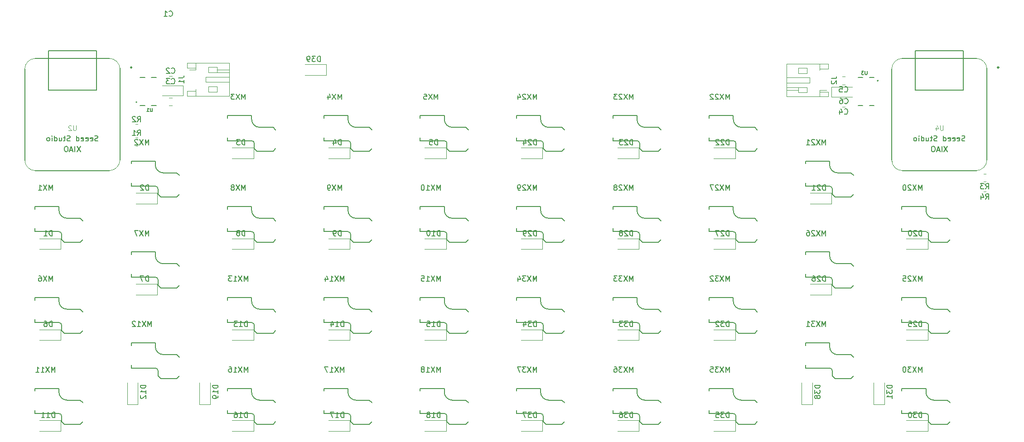
<source format=gbr>
%TF.GenerationSoftware,KiCad,Pcbnew,7.0.2-0*%
%TF.CreationDate,2024-11-09T14:05:59-05:00*%
%TF.ProjectId,PCB,5043422e-6b69-4636-9164-5f7063625858,rev?*%
%TF.SameCoordinates,Original*%
%TF.FileFunction,Legend,Bot*%
%TF.FilePolarity,Positive*%
%FSLAX46Y46*%
G04 Gerber Fmt 4.6, Leading zero omitted, Abs format (unit mm)*
G04 Created by KiCad (PCBNEW 7.0.2-0) date 2024-11-09 14:05:59*
%MOMM*%
%LPD*%
G01*
G04 APERTURE LIST*
%ADD10C,0.150000*%
%ADD11C,0.101600*%
%ADD12C,0.120000*%
%ADD13C,0.127000*%
%ADD14C,0.200000*%
%ADD15C,0.254000*%
%ADD16C,0.025400*%
G04 APERTURE END LIST*
D10*
%TO.C,MX12*%
X50761904Y-74956619D02*
X50761904Y-73956619D01*
X50761904Y-73956619D02*
X50428571Y-74670904D01*
X50428571Y-74670904D02*
X50095238Y-73956619D01*
X50095238Y-73956619D02*
X50095238Y-74956619D01*
X49714285Y-73956619D02*
X49047619Y-74956619D01*
X49047619Y-73956619D02*
X49714285Y-74956619D01*
X48142857Y-74956619D02*
X48714285Y-74956619D01*
X48428571Y-74956619D02*
X48428571Y-73956619D01*
X48428571Y-73956619D02*
X48523809Y-74099476D01*
X48523809Y-74099476D02*
X48619047Y-74194714D01*
X48619047Y-74194714D02*
X48714285Y-74242333D01*
X47761904Y-74051857D02*
X47714285Y-74004238D01*
X47714285Y-74004238D02*
X47619047Y-73956619D01*
X47619047Y-73956619D02*
X47380952Y-73956619D01*
X47380952Y-73956619D02*
X47285714Y-74004238D01*
X47285714Y-74004238D02*
X47238095Y-74051857D01*
X47238095Y-74051857D02*
X47190476Y-74147095D01*
X47190476Y-74147095D02*
X47190476Y-74242333D01*
X47190476Y-74242333D02*
X47238095Y-74385190D01*
X47238095Y-74385190D02*
X47809523Y-74956619D01*
X47809523Y-74956619D02*
X47190476Y-74956619D01*
%TO.C,MX6*%
X32285713Y-66462619D02*
X32285713Y-65462619D01*
X32285713Y-65462619D02*
X31952380Y-66176904D01*
X31952380Y-66176904D02*
X31619047Y-65462619D01*
X31619047Y-65462619D02*
X31619047Y-66462619D01*
X31238094Y-65462619D02*
X30571428Y-66462619D01*
X30571428Y-65462619D02*
X31238094Y-66462619D01*
X29761904Y-65462619D02*
X29952380Y-65462619D01*
X29952380Y-65462619D02*
X30047618Y-65510238D01*
X30047618Y-65510238D02*
X30095237Y-65557857D01*
X30095237Y-65557857D02*
X30190475Y-65700714D01*
X30190475Y-65700714D02*
X30238094Y-65891190D01*
X30238094Y-65891190D02*
X30238094Y-66272142D01*
X30238094Y-66272142D02*
X30190475Y-66367380D01*
X30190475Y-66367380D02*
X30142856Y-66415000D01*
X30142856Y-66415000D02*
X30047618Y-66462619D01*
X30047618Y-66462619D02*
X29857142Y-66462619D01*
X29857142Y-66462619D02*
X29761904Y-66415000D01*
X29761904Y-66415000D02*
X29714285Y-66367380D01*
X29714285Y-66367380D02*
X29666666Y-66272142D01*
X29666666Y-66272142D02*
X29666666Y-66034047D01*
X29666666Y-66034047D02*
X29714285Y-65938809D01*
X29714285Y-65938809D02*
X29761904Y-65891190D01*
X29761904Y-65891190D02*
X29857142Y-65843571D01*
X29857142Y-65843571D02*
X30047618Y-65843571D01*
X30047618Y-65843571D02*
X30142856Y-65891190D01*
X30142856Y-65891190D02*
X30190475Y-65938809D01*
X30190475Y-65938809D02*
X30238094Y-66034047D01*
%TO.C,MX15*%
X104761904Y-66462619D02*
X104761904Y-65462619D01*
X104761904Y-65462619D02*
X104428571Y-66176904D01*
X104428571Y-66176904D02*
X104095238Y-65462619D01*
X104095238Y-65462619D02*
X104095238Y-66462619D01*
X103714285Y-65462619D02*
X103047619Y-66462619D01*
X103047619Y-65462619D02*
X103714285Y-66462619D01*
X102142857Y-66462619D02*
X102714285Y-66462619D01*
X102428571Y-66462619D02*
X102428571Y-65462619D01*
X102428571Y-65462619D02*
X102523809Y-65605476D01*
X102523809Y-65605476D02*
X102619047Y-65700714D01*
X102619047Y-65700714D02*
X102714285Y-65748333D01*
X101238095Y-65462619D02*
X101714285Y-65462619D01*
X101714285Y-65462619D02*
X101761904Y-65938809D01*
X101761904Y-65938809D02*
X101714285Y-65891190D01*
X101714285Y-65891190D02*
X101619047Y-65843571D01*
X101619047Y-65843571D02*
X101380952Y-65843571D01*
X101380952Y-65843571D02*
X101285714Y-65891190D01*
X101285714Y-65891190D02*
X101238095Y-65938809D01*
X101238095Y-65938809D02*
X101190476Y-66034047D01*
X101190476Y-66034047D02*
X101190476Y-66272142D01*
X101190476Y-66272142D02*
X101238095Y-66367380D01*
X101238095Y-66367380D02*
X101285714Y-66415000D01*
X101285714Y-66415000D02*
X101380952Y-66462619D01*
X101380952Y-66462619D02*
X101619047Y-66462619D01*
X101619047Y-66462619D02*
X101714285Y-66415000D01*
X101714285Y-66415000D02*
X101761904Y-66367380D01*
%TO.C,MX31*%
X176761904Y-74962619D02*
X176761904Y-73962619D01*
X176761904Y-73962619D02*
X176428571Y-74676904D01*
X176428571Y-74676904D02*
X176095238Y-73962619D01*
X176095238Y-73962619D02*
X176095238Y-74962619D01*
X175714285Y-73962619D02*
X175047619Y-74962619D01*
X175047619Y-73962619D02*
X175714285Y-74962619D01*
X174761904Y-73962619D02*
X174142857Y-73962619D01*
X174142857Y-73962619D02*
X174476190Y-74343571D01*
X174476190Y-74343571D02*
X174333333Y-74343571D01*
X174333333Y-74343571D02*
X174238095Y-74391190D01*
X174238095Y-74391190D02*
X174190476Y-74438809D01*
X174190476Y-74438809D02*
X174142857Y-74534047D01*
X174142857Y-74534047D02*
X174142857Y-74772142D01*
X174142857Y-74772142D02*
X174190476Y-74867380D01*
X174190476Y-74867380D02*
X174238095Y-74915000D01*
X174238095Y-74915000D02*
X174333333Y-74962619D01*
X174333333Y-74962619D02*
X174619047Y-74962619D01*
X174619047Y-74962619D02*
X174714285Y-74915000D01*
X174714285Y-74915000D02*
X174761904Y-74867380D01*
X173190476Y-74962619D02*
X173761904Y-74962619D01*
X173476190Y-74962619D02*
X173476190Y-73962619D01*
X173476190Y-73962619D02*
X173571428Y-74105476D01*
X173571428Y-74105476D02*
X173666666Y-74200714D01*
X173666666Y-74200714D02*
X173761904Y-74248333D01*
%TO.C,MX27*%
X158761904Y-49462619D02*
X158761904Y-48462619D01*
X158761904Y-48462619D02*
X158428571Y-49176904D01*
X158428571Y-49176904D02*
X158095238Y-48462619D01*
X158095238Y-48462619D02*
X158095238Y-49462619D01*
X157714285Y-48462619D02*
X157047619Y-49462619D01*
X157047619Y-48462619D02*
X157714285Y-49462619D01*
X156714285Y-48557857D02*
X156666666Y-48510238D01*
X156666666Y-48510238D02*
X156571428Y-48462619D01*
X156571428Y-48462619D02*
X156333333Y-48462619D01*
X156333333Y-48462619D02*
X156238095Y-48510238D01*
X156238095Y-48510238D02*
X156190476Y-48557857D01*
X156190476Y-48557857D02*
X156142857Y-48653095D01*
X156142857Y-48653095D02*
X156142857Y-48748333D01*
X156142857Y-48748333D02*
X156190476Y-48891190D01*
X156190476Y-48891190D02*
X156761904Y-49462619D01*
X156761904Y-49462619D02*
X156142857Y-49462619D01*
X155809523Y-48462619D02*
X155142857Y-48462619D01*
X155142857Y-48462619D02*
X155571428Y-49462619D01*
%TO.C,MX5*%
X104285713Y-32462619D02*
X104285713Y-31462619D01*
X104285713Y-31462619D02*
X103952380Y-32176904D01*
X103952380Y-32176904D02*
X103619047Y-31462619D01*
X103619047Y-31462619D02*
X103619047Y-32462619D01*
X103238094Y-31462619D02*
X102571428Y-32462619D01*
X102571428Y-31462619D02*
X103238094Y-32462619D01*
X101714285Y-31462619D02*
X102190475Y-31462619D01*
X102190475Y-31462619D02*
X102238094Y-31938809D01*
X102238094Y-31938809D02*
X102190475Y-31891190D01*
X102190475Y-31891190D02*
X102095237Y-31843571D01*
X102095237Y-31843571D02*
X101857142Y-31843571D01*
X101857142Y-31843571D02*
X101761904Y-31891190D01*
X101761904Y-31891190D02*
X101714285Y-31938809D01*
X101714285Y-31938809D02*
X101666666Y-32034047D01*
X101666666Y-32034047D02*
X101666666Y-32272142D01*
X101666666Y-32272142D02*
X101714285Y-32367380D01*
X101714285Y-32367380D02*
X101761904Y-32415000D01*
X101761904Y-32415000D02*
X101857142Y-32462619D01*
X101857142Y-32462619D02*
X102095237Y-32462619D01*
X102095237Y-32462619D02*
X102190475Y-32415000D01*
X102190475Y-32415000D02*
X102238094Y-32367380D01*
%TO.C,MX11*%
X32761904Y-83462619D02*
X32761904Y-82462619D01*
X32761904Y-82462619D02*
X32428571Y-83176904D01*
X32428571Y-83176904D02*
X32095238Y-82462619D01*
X32095238Y-82462619D02*
X32095238Y-83462619D01*
X31714285Y-82462619D02*
X31047619Y-83462619D01*
X31047619Y-82462619D02*
X31714285Y-83462619D01*
X30142857Y-83462619D02*
X30714285Y-83462619D01*
X30428571Y-83462619D02*
X30428571Y-82462619D01*
X30428571Y-82462619D02*
X30523809Y-82605476D01*
X30523809Y-82605476D02*
X30619047Y-82700714D01*
X30619047Y-82700714D02*
X30714285Y-82748333D01*
X29190476Y-83462619D02*
X29761904Y-83462619D01*
X29476190Y-83462619D02*
X29476190Y-82462619D01*
X29476190Y-82462619D02*
X29571428Y-82605476D01*
X29571428Y-82605476D02*
X29666666Y-82700714D01*
X29666666Y-82700714D02*
X29761904Y-82748333D01*
%TO.C,MX29*%
X122761904Y-49462619D02*
X122761904Y-48462619D01*
X122761904Y-48462619D02*
X122428571Y-49176904D01*
X122428571Y-49176904D02*
X122095238Y-48462619D01*
X122095238Y-48462619D02*
X122095238Y-49462619D01*
X121714285Y-48462619D02*
X121047619Y-49462619D01*
X121047619Y-48462619D02*
X121714285Y-49462619D01*
X120714285Y-48557857D02*
X120666666Y-48510238D01*
X120666666Y-48510238D02*
X120571428Y-48462619D01*
X120571428Y-48462619D02*
X120333333Y-48462619D01*
X120333333Y-48462619D02*
X120238095Y-48510238D01*
X120238095Y-48510238D02*
X120190476Y-48557857D01*
X120190476Y-48557857D02*
X120142857Y-48653095D01*
X120142857Y-48653095D02*
X120142857Y-48748333D01*
X120142857Y-48748333D02*
X120190476Y-48891190D01*
X120190476Y-48891190D02*
X120761904Y-49462619D01*
X120761904Y-49462619D02*
X120142857Y-49462619D01*
X119666666Y-49462619D02*
X119476190Y-49462619D01*
X119476190Y-49462619D02*
X119380952Y-49415000D01*
X119380952Y-49415000D02*
X119333333Y-49367380D01*
X119333333Y-49367380D02*
X119238095Y-49224523D01*
X119238095Y-49224523D02*
X119190476Y-49034047D01*
X119190476Y-49034047D02*
X119190476Y-48653095D01*
X119190476Y-48653095D02*
X119238095Y-48557857D01*
X119238095Y-48557857D02*
X119285714Y-48510238D01*
X119285714Y-48510238D02*
X119380952Y-48462619D01*
X119380952Y-48462619D02*
X119571428Y-48462619D01*
X119571428Y-48462619D02*
X119666666Y-48510238D01*
X119666666Y-48510238D02*
X119714285Y-48557857D01*
X119714285Y-48557857D02*
X119761904Y-48653095D01*
X119761904Y-48653095D02*
X119761904Y-48891190D01*
X119761904Y-48891190D02*
X119714285Y-48986428D01*
X119714285Y-48986428D02*
X119666666Y-49034047D01*
X119666666Y-49034047D02*
X119571428Y-49081666D01*
X119571428Y-49081666D02*
X119380952Y-49081666D01*
X119380952Y-49081666D02*
X119285714Y-49034047D01*
X119285714Y-49034047D02*
X119238095Y-48986428D01*
X119238095Y-48986428D02*
X119190476Y-48891190D01*
%TO.C,MX16*%
X68761904Y-83462619D02*
X68761904Y-82462619D01*
X68761904Y-82462619D02*
X68428571Y-83176904D01*
X68428571Y-83176904D02*
X68095238Y-82462619D01*
X68095238Y-82462619D02*
X68095238Y-83462619D01*
X67714285Y-82462619D02*
X67047619Y-83462619D01*
X67047619Y-82462619D02*
X67714285Y-83462619D01*
X66142857Y-83462619D02*
X66714285Y-83462619D01*
X66428571Y-83462619D02*
X66428571Y-82462619D01*
X66428571Y-82462619D02*
X66523809Y-82605476D01*
X66523809Y-82605476D02*
X66619047Y-82700714D01*
X66619047Y-82700714D02*
X66714285Y-82748333D01*
X65285714Y-82462619D02*
X65476190Y-82462619D01*
X65476190Y-82462619D02*
X65571428Y-82510238D01*
X65571428Y-82510238D02*
X65619047Y-82557857D01*
X65619047Y-82557857D02*
X65714285Y-82700714D01*
X65714285Y-82700714D02*
X65761904Y-82891190D01*
X65761904Y-82891190D02*
X65761904Y-83272142D01*
X65761904Y-83272142D02*
X65714285Y-83367380D01*
X65714285Y-83367380D02*
X65666666Y-83415000D01*
X65666666Y-83415000D02*
X65571428Y-83462619D01*
X65571428Y-83462619D02*
X65380952Y-83462619D01*
X65380952Y-83462619D02*
X65285714Y-83415000D01*
X65285714Y-83415000D02*
X65238095Y-83367380D01*
X65238095Y-83367380D02*
X65190476Y-83272142D01*
X65190476Y-83272142D02*
X65190476Y-83034047D01*
X65190476Y-83034047D02*
X65238095Y-82938809D01*
X65238095Y-82938809D02*
X65285714Y-82891190D01*
X65285714Y-82891190D02*
X65380952Y-82843571D01*
X65380952Y-82843571D02*
X65571428Y-82843571D01*
X65571428Y-82843571D02*
X65666666Y-82891190D01*
X65666666Y-82891190D02*
X65714285Y-82938809D01*
X65714285Y-82938809D02*
X65761904Y-83034047D01*
%TO.C,MX2*%
X50285713Y-40962619D02*
X50285713Y-39962619D01*
X50285713Y-39962619D02*
X49952380Y-40676904D01*
X49952380Y-40676904D02*
X49619047Y-39962619D01*
X49619047Y-39962619D02*
X49619047Y-40962619D01*
X49238094Y-39962619D02*
X48571428Y-40962619D01*
X48571428Y-39962619D02*
X49238094Y-40962619D01*
X48238094Y-40057857D02*
X48190475Y-40010238D01*
X48190475Y-40010238D02*
X48095237Y-39962619D01*
X48095237Y-39962619D02*
X47857142Y-39962619D01*
X47857142Y-39962619D02*
X47761904Y-40010238D01*
X47761904Y-40010238D02*
X47714285Y-40057857D01*
X47714285Y-40057857D02*
X47666666Y-40153095D01*
X47666666Y-40153095D02*
X47666666Y-40248333D01*
X47666666Y-40248333D02*
X47714285Y-40391190D01*
X47714285Y-40391190D02*
X48285713Y-40962619D01*
X48285713Y-40962619D02*
X47666666Y-40962619D01*
%TO.C,MX10*%
X104761904Y-49462619D02*
X104761904Y-48462619D01*
X104761904Y-48462619D02*
X104428571Y-49176904D01*
X104428571Y-49176904D02*
X104095238Y-48462619D01*
X104095238Y-48462619D02*
X104095238Y-49462619D01*
X103714285Y-48462619D02*
X103047619Y-49462619D01*
X103047619Y-48462619D02*
X103714285Y-49462619D01*
X102142857Y-49462619D02*
X102714285Y-49462619D01*
X102428571Y-49462619D02*
X102428571Y-48462619D01*
X102428571Y-48462619D02*
X102523809Y-48605476D01*
X102523809Y-48605476D02*
X102619047Y-48700714D01*
X102619047Y-48700714D02*
X102714285Y-48748333D01*
X101523809Y-48462619D02*
X101428571Y-48462619D01*
X101428571Y-48462619D02*
X101333333Y-48510238D01*
X101333333Y-48510238D02*
X101285714Y-48557857D01*
X101285714Y-48557857D02*
X101238095Y-48653095D01*
X101238095Y-48653095D02*
X101190476Y-48843571D01*
X101190476Y-48843571D02*
X101190476Y-49081666D01*
X101190476Y-49081666D02*
X101238095Y-49272142D01*
X101238095Y-49272142D02*
X101285714Y-49367380D01*
X101285714Y-49367380D02*
X101333333Y-49415000D01*
X101333333Y-49415000D02*
X101428571Y-49462619D01*
X101428571Y-49462619D02*
X101523809Y-49462619D01*
X101523809Y-49462619D02*
X101619047Y-49415000D01*
X101619047Y-49415000D02*
X101666666Y-49367380D01*
X101666666Y-49367380D02*
X101714285Y-49272142D01*
X101714285Y-49272142D02*
X101761904Y-49081666D01*
X101761904Y-49081666D02*
X101761904Y-48843571D01*
X101761904Y-48843571D02*
X101714285Y-48653095D01*
X101714285Y-48653095D02*
X101666666Y-48557857D01*
X101666666Y-48557857D02*
X101619047Y-48510238D01*
X101619047Y-48510238D02*
X101523809Y-48462619D01*
%TO.C,MX30*%
X194761904Y-83462619D02*
X194761904Y-82462619D01*
X194761904Y-82462619D02*
X194428571Y-83176904D01*
X194428571Y-83176904D02*
X194095238Y-82462619D01*
X194095238Y-82462619D02*
X194095238Y-83462619D01*
X193714285Y-82462619D02*
X193047619Y-83462619D01*
X193047619Y-82462619D02*
X193714285Y-83462619D01*
X192761904Y-82462619D02*
X192142857Y-82462619D01*
X192142857Y-82462619D02*
X192476190Y-82843571D01*
X192476190Y-82843571D02*
X192333333Y-82843571D01*
X192333333Y-82843571D02*
X192238095Y-82891190D01*
X192238095Y-82891190D02*
X192190476Y-82938809D01*
X192190476Y-82938809D02*
X192142857Y-83034047D01*
X192142857Y-83034047D02*
X192142857Y-83272142D01*
X192142857Y-83272142D02*
X192190476Y-83367380D01*
X192190476Y-83367380D02*
X192238095Y-83415000D01*
X192238095Y-83415000D02*
X192333333Y-83462619D01*
X192333333Y-83462619D02*
X192619047Y-83462619D01*
X192619047Y-83462619D02*
X192714285Y-83415000D01*
X192714285Y-83415000D02*
X192761904Y-83367380D01*
X191523809Y-82462619D02*
X191428571Y-82462619D01*
X191428571Y-82462619D02*
X191333333Y-82510238D01*
X191333333Y-82510238D02*
X191285714Y-82557857D01*
X191285714Y-82557857D02*
X191238095Y-82653095D01*
X191238095Y-82653095D02*
X191190476Y-82843571D01*
X191190476Y-82843571D02*
X191190476Y-83081666D01*
X191190476Y-83081666D02*
X191238095Y-83272142D01*
X191238095Y-83272142D02*
X191285714Y-83367380D01*
X191285714Y-83367380D02*
X191333333Y-83415000D01*
X191333333Y-83415000D02*
X191428571Y-83462619D01*
X191428571Y-83462619D02*
X191523809Y-83462619D01*
X191523809Y-83462619D02*
X191619047Y-83415000D01*
X191619047Y-83415000D02*
X191666666Y-83367380D01*
X191666666Y-83367380D02*
X191714285Y-83272142D01*
X191714285Y-83272142D02*
X191761904Y-83081666D01*
X191761904Y-83081666D02*
X191761904Y-82843571D01*
X191761904Y-82843571D02*
X191714285Y-82653095D01*
X191714285Y-82653095D02*
X191666666Y-82557857D01*
X191666666Y-82557857D02*
X191619047Y-82510238D01*
X191619047Y-82510238D02*
X191523809Y-82462619D01*
%TO.C,MX34*%
X122761904Y-66462619D02*
X122761904Y-65462619D01*
X122761904Y-65462619D02*
X122428571Y-66176904D01*
X122428571Y-66176904D02*
X122095238Y-65462619D01*
X122095238Y-65462619D02*
X122095238Y-66462619D01*
X121714285Y-65462619D02*
X121047619Y-66462619D01*
X121047619Y-65462619D02*
X121714285Y-66462619D01*
X120761904Y-65462619D02*
X120142857Y-65462619D01*
X120142857Y-65462619D02*
X120476190Y-65843571D01*
X120476190Y-65843571D02*
X120333333Y-65843571D01*
X120333333Y-65843571D02*
X120238095Y-65891190D01*
X120238095Y-65891190D02*
X120190476Y-65938809D01*
X120190476Y-65938809D02*
X120142857Y-66034047D01*
X120142857Y-66034047D02*
X120142857Y-66272142D01*
X120142857Y-66272142D02*
X120190476Y-66367380D01*
X120190476Y-66367380D02*
X120238095Y-66415000D01*
X120238095Y-66415000D02*
X120333333Y-66462619D01*
X120333333Y-66462619D02*
X120619047Y-66462619D01*
X120619047Y-66462619D02*
X120714285Y-66415000D01*
X120714285Y-66415000D02*
X120761904Y-66367380D01*
X119285714Y-65795952D02*
X119285714Y-66462619D01*
X119523809Y-65415000D02*
X119761904Y-66129285D01*
X119761904Y-66129285D02*
X119142857Y-66129285D01*
%TO.C,MX3*%
X68285713Y-32462619D02*
X68285713Y-31462619D01*
X68285713Y-31462619D02*
X67952380Y-32176904D01*
X67952380Y-32176904D02*
X67619047Y-31462619D01*
X67619047Y-31462619D02*
X67619047Y-32462619D01*
X67238094Y-31462619D02*
X66571428Y-32462619D01*
X66571428Y-31462619D02*
X67238094Y-32462619D01*
X66285713Y-31462619D02*
X65666666Y-31462619D01*
X65666666Y-31462619D02*
X65999999Y-31843571D01*
X65999999Y-31843571D02*
X65857142Y-31843571D01*
X65857142Y-31843571D02*
X65761904Y-31891190D01*
X65761904Y-31891190D02*
X65714285Y-31938809D01*
X65714285Y-31938809D02*
X65666666Y-32034047D01*
X65666666Y-32034047D02*
X65666666Y-32272142D01*
X65666666Y-32272142D02*
X65714285Y-32367380D01*
X65714285Y-32367380D02*
X65761904Y-32415000D01*
X65761904Y-32415000D02*
X65857142Y-32462619D01*
X65857142Y-32462619D02*
X66142856Y-32462619D01*
X66142856Y-32462619D02*
X66238094Y-32415000D01*
X66238094Y-32415000D02*
X66285713Y-32367380D01*
%TO.C,MX21*%
X176761904Y-40962619D02*
X176761904Y-39962619D01*
X176761904Y-39962619D02*
X176428571Y-40676904D01*
X176428571Y-40676904D02*
X176095238Y-39962619D01*
X176095238Y-39962619D02*
X176095238Y-40962619D01*
X175714285Y-39962619D02*
X175047619Y-40962619D01*
X175047619Y-39962619D02*
X175714285Y-40962619D01*
X174714285Y-40057857D02*
X174666666Y-40010238D01*
X174666666Y-40010238D02*
X174571428Y-39962619D01*
X174571428Y-39962619D02*
X174333333Y-39962619D01*
X174333333Y-39962619D02*
X174238095Y-40010238D01*
X174238095Y-40010238D02*
X174190476Y-40057857D01*
X174190476Y-40057857D02*
X174142857Y-40153095D01*
X174142857Y-40153095D02*
X174142857Y-40248333D01*
X174142857Y-40248333D02*
X174190476Y-40391190D01*
X174190476Y-40391190D02*
X174761904Y-40962619D01*
X174761904Y-40962619D02*
X174142857Y-40962619D01*
X173190476Y-40962619D02*
X173761904Y-40962619D01*
X173476190Y-40962619D02*
X173476190Y-39962619D01*
X173476190Y-39962619D02*
X173571428Y-40105476D01*
X173571428Y-40105476D02*
X173666666Y-40200714D01*
X173666666Y-40200714D02*
X173761904Y-40248333D01*
%TO.C,MX20*%
X194761904Y-49462619D02*
X194761904Y-48462619D01*
X194761904Y-48462619D02*
X194428571Y-49176904D01*
X194428571Y-49176904D02*
X194095238Y-48462619D01*
X194095238Y-48462619D02*
X194095238Y-49462619D01*
X193714285Y-48462619D02*
X193047619Y-49462619D01*
X193047619Y-48462619D02*
X193714285Y-49462619D01*
X192714285Y-48557857D02*
X192666666Y-48510238D01*
X192666666Y-48510238D02*
X192571428Y-48462619D01*
X192571428Y-48462619D02*
X192333333Y-48462619D01*
X192333333Y-48462619D02*
X192238095Y-48510238D01*
X192238095Y-48510238D02*
X192190476Y-48557857D01*
X192190476Y-48557857D02*
X192142857Y-48653095D01*
X192142857Y-48653095D02*
X192142857Y-48748333D01*
X192142857Y-48748333D02*
X192190476Y-48891190D01*
X192190476Y-48891190D02*
X192761904Y-49462619D01*
X192761904Y-49462619D02*
X192142857Y-49462619D01*
X191523809Y-48462619D02*
X191428571Y-48462619D01*
X191428571Y-48462619D02*
X191333333Y-48510238D01*
X191333333Y-48510238D02*
X191285714Y-48557857D01*
X191285714Y-48557857D02*
X191238095Y-48653095D01*
X191238095Y-48653095D02*
X191190476Y-48843571D01*
X191190476Y-48843571D02*
X191190476Y-49081666D01*
X191190476Y-49081666D02*
X191238095Y-49272142D01*
X191238095Y-49272142D02*
X191285714Y-49367380D01*
X191285714Y-49367380D02*
X191333333Y-49415000D01*
X191333333Y-49415000D02*
X191428571Y-49462619D01*
X191428571Y-49462619D02*
X191523809Y-49462619D01*
X191523809Y-49462619D02*
X191619047Y-49415000D01*
X191619047Y-49415000D02*
X191666666Y-49367380D01*
X191666666Y-49367380D02*
X191714285Y-49272142D01*
X191714285Y-49272142D02*
X191761904Y-49081666D01*
X191761904Y-49081666D02*
X191761904Y-48843571D01*
X191761904Y-48843571D02*
X191714285Y-48653095D01*
X191714285Y-48653095D02*
X191666666Y-48557857D01*
X191666666Y-48557857D02*
X191619047Y-48510238D01*
X191619047Y-48510238D02*
X191523809Y-48462619D01*
%TO.C,MX7*%
X50285713Y-57962619D02*
X50285713Y-56962619D01*
X50285713Y-56962619D02*
X49952380Y-57676904D01*
X49952380Y-57676904D02*
X49619047Y-56962619D01*
X49619047Y-56962619D02*
X49619047Y-57962619D01*
X49238094Y-56962619D02*
X48571428Y-57962619D01*
X48571428Y-56962619D02*
X49238094Y-57962619D01*
X48285713Y-56962619D02*
X47619047Y-56962619D01*
X47619047Y-56962619D02*
X48047618Y-57962619D01*
%TO.C,MX32*%
X158761904Y-66462619D02*
X158761904Y-65462619D01*
X158761904Y-65462619D02*
X158428571Y-66176904D01*
X158428571Y-66176904D02*
X158095238Y-65462619D01*
X158095238Y-65462619D02*
X158095238Y-66462619D01*
X157714285Y-65462619D02*
X157047619Y-66462619D01*
X157047619Y-65462619D02*
X157714285Y-66462619D01*
X156761904Y-65462619D02*
X156142857Y-65462619D01*
X156142857Y-65462619D02*
X156476190Y-65843571D01*
X156476190Y-65843571D02*
X156333333Y-65843571D01*
X156333333Y-65843571D02*
X156238095Y-65891190D01*
X156238095Y-65891190D02*
X156190476Y-65938809D01*
X156190476Y-65938809D02*
X156142857Y-66034047D01*
X156142857Y-66034047D02*
X156142857Y-66272142D01*
X156142857Y-66272142D02*
X156190476Y-66367380D01*
X156190476Y-66367380D02*
X156238095Y-66415000D01*
X156238095Y-66415000D02*
X156333333Y-66462619D01*
X156333333Y-66462619D02*
X156619047Y-66462619D01*
X156619047Y-66462619D02*
X156714285Y-66415000D01*
X156714285Y-66415000D02*
X156761904Y-66367380D01*
X155761904Y-65557857D02*
X155714285Y-65510238D01*
X155714285Y-65510238D02*
X155619047Y-65462619D01*
X155619047Y-65462619D02*
X155380952Y-65462619D01*
X155380952Y-65462619D02*
X155285714Y-65510238D01*
X155285714Y-65510238D02*
X155238095Y-65557857D01*
X155238095Y-65557857D02*
X155190476Y-65653095D01*
X155190476Y-65653095D02*
X155190476Y-65748333D01*
X155190476Y-65748333D02*
X155238095Y-65891190D01*
X155238095Y-65891190D02*
X155809523Y-66462619D01*
X155809523Y-66462619D02*
X155190476Y-66462619D01*
%TO.C,MX13*%
X68761904Y-66462619D02*
X68761904Y-65462619D01*
X68761904Y-65462619D02*
X68428571Y-66176904D01*
X68428571Y-66176904D02*
X68095238Y-65462619D01*
X68095238Y-65462619D02*
X68095238Y-66462619D01*
X67714285Y-65462619D02*
X67047619Y-66462619D01*
X67047619Y-65462619D02*
X67714285Y-66462619D01*
X66142857Y-66462619D02*
X66714285Y-66462619D01*
X66428571Y-66462619D02*
X66428571Y-65462619D01*
X66428571Y-65462619D02*
X66523809Y-65605476D01*
X66523809Y-65605476D02*
X66619047Y-65700714D01*
X66619047Y-65700714D02*
X66714285Y-65748333D01*
X65809523Y-65462619D02*
X65190476Y-65462619D01*
X65190476Y-65462619D02*
X65523809Y-65843571D01*
X65523809Y-65843571D02*
X65380952Y-65843571D01*
X65380952Y-65843571D02*
X65285714Y-65891190D01*
X65285714Y-65891190D02*
X65238095Y-65938809D01*
X65238095Y-65938809D02*
X65190476Y-66034047D01*
X65190476Y-66034047D02*
X65190476Y-66272142D01*
X65190476Y-66272142D02*
X65238095Y-66367380D01*
X65238095Y-66367380D02*
X65285714Y-66415000D01*
X65285714Y-66415000D02*
X65380952Y-66462619D01*
X65380952Y-66462619D02*
X65666666Y-66462619D01*
X65666666Y-66462619D02*
X65761904Y-66415000D01*
X65761904Y-66415000D02*
X65809523Y-66367380D01*
%TO.C,MX35*%
X158761904Y-83462619D02*
X158761904Y-82462619D01*
X158761904Y-82462619D02*
X158428571Y-83176904D01*
X158428571Y-83176904D02*
X158095238Y-82462619D01*
X158095238Y-82462619D02*
X158095238Y-83462619D01*
X157714285Y-82462619D02*
X157047619Y-83462619D01*
X157047619Y-82462619D02*
X157714285Y-83462619D01*
X156761904Y-82462619D02*
X156142857Y-82462619D01*
X156142857Y-82462619D02*
X156476190Y-82843571D01*
X156476190Y-82843571D02*
X156333333Y-82843571D01*
X156333333Y-82843571D02*
X156238095Y-82891190D01*
X156238095Y-82891190D02*
X156190476Y-82938809D01*
X156190476Y-82938809D02*
X156142857Y-83034047D01*
X156142857Y-83034047D02*
X156142857Y-83272142D01*
X156142857Y-83272142D02*
X156190476Y-83367380D01*
X156190476Y-83367380D02*
X156238095Y-83415000D01*
X156238095Y-83415000D02*
X156333333Y-83462619D01*
X156333333Y-83462619D02*
X156619047Y-83462619D01*
X156619047Y-83462619D02*
X156714285Y-83415000D01*
X156714285Y-83415000D02*
X156761904Y-83367380D01*
X155238095Y-82462619D02*
X155714285Y-82462619D01*
X155714285Y-82462619D02*
X155761904Y-82938809D01*
X155761904Y-82938809D02*
X155714285Y-82891190D01*
X155714285Y-82891190D02*
X155619047Y-82843571D01*
X155619047Y-82843571D02*
X155380952Y-82843571D01*
X155380952Y-82843571D02*
X155285714Y-82891190D01*
X155285714Y-82891190D02*
X155238095Y-82938809D01*
X155238095Y-82938809D02*
X155190476Y-83034047D01*
X155190476Y-83034047D02*
X155190476Y-83272142D01*
X155190476Y-83272142D02*
X155238095Y-83367380D01*
X155238095Y-83367380D02*
X155285714Y-83415000D01*
X155285714Y-83415000D02*
X155380952Y-83462619D01*
X155380952Y-83462619D02*
X155619047Y-83462619D01*
X155619047Y-83462619D02*
X155714285Y-83415000D01*
X155714285Y-83415000D02*
X155761904Y-83367380D01*
%TO.C,MX33*%
X140761904Y-66462619D02*
X140761904Y-65462619D01*
X140761904Y-65462619D02*
X140428571Y-66176904D01*
X140428571Y-66176904D02*
X140095238Y-65462619D01*
X140095238Y-65462619D02*
X140095238Y-66462619D01*
X139714285Y-65462619D02*
X139047619Y-66462619D01*
X139047619Y-65462619D02*
X139714285Y-66462619D01*
X138761904Y-65462619D02*
X138142857Y-65462619D01*
X138142857Y-65462619D02*
X138476190Y-65843571D01*
X138476190Y-65843571D02*
X138333333Y-65843571D01*
X138333333Y-65843571D02*
X138238095Y-65891190D01*
X138238095Y-65891190D02*
X138190476Y-65938809D01*
X138190476Y-65938809D02*
X138142857Y-66034047D01*
X138142857Y-66034047D02*
X138142857Y-66272142D01*
X138142857Y-66272142D02*
X138190476Y-66367380D01*
X138190476Y-66367380D02*
X138238095Y-66415000D01*
X138238095Y-66415000D02*
X138333333Y-66462619D01*
X138333333Y-66462619D02*
X138619047Y-66462619D01*
X138619047Y-66462619D02*
X138714285Y-66415000D01*
X138714285Y-66415000D02*
X138761904Y-66367380D01*
X137809523Y-65462619D02*
X137190476Y-65462619D01*
X137190476Y-65462619D02*
X137523809Y-65843571D01*
X137523809Y-65843571D02*
X137380952Y-65843571D01*
X137380952Y-65843571D02*
X137285714Y-65891190D01*
X137285714Y-65891190D02*
X137238095Y-65938809D01*
X137238095Y-65938809D02*
X137190476Y-66034047D01*
X137190476Y-66034047D02*
X137190476Y-66272142D01*
X137190476Y-66272142D02*
X137238095Y-66367380D01*
X137238095Y-66367380D02*
X137285714Y-66415000D01*
X137285714Y-66415000D02*
X137380952Y-66462619D01*
X137380952Y-66462619D02*
X137666666Y-66462619D01*
X137666666Y-66462619D02*
X137761904Y-66415000D01*
X137761904Y-66415000D02*
X137809523Y-66367380D01*
%TO.C,MX25*%
X194761904Y-66462619D02*
X194761904Y-65462619D01*
X194761904Y-65462619D02*
X194428571Y-66176904D01*
X194428571Y-66176904D02*
X194095238Y-65462619D01*
X194095238Y-65462619D02*
X194095238Y-66462619D01*
X193714285Y-65462619D02*
X193047619Y-66462619D01*
X193047619Y-65462619D02*
X193714285Y-66462619D01*
X192714285Y-65557857D02*
X192666666Y-65510238D01*
X192666666Y-65510238D02*
X192571428Y-65462619D01*
X192571428Y-65462619D02*
X192333333Y-65462619D01*
X192333333Y-65462619D02*
X192238095Y-65510238D01*
X192238095Y-65510238D02*
X192190476Y-65557857D01*
X192190476Y-65557857D02*
X192142857Y-65653095D01*
X192142857Y-65653095D02*
X192142857Y-65748333D01*
X192142857Y-65748333D02*
X192190476Y-65891190D01*
X192190476Y-65891190D02*
X192761904Y-66462619D01*
X192761904Y-66462619D02*
X192142857Y-66462619D01*
X191238095Y-65462619D02*
X191714285Y-65462619D01*
X191714285Y-65462619D02*
X191761904Y-65938809D01*
X191761904Y-65938809D02*
X191714285Y-65891190D01*
X191714285Y-65891190D02*
X191619047Y-65843571D01*
X191619047Y-65843571D02*
X191380952Y-65843571D01*
X191380952Y-65843571D02*
X191285714Y-65891190D01*
X191285714Y-65891190D02*
X191238095Y-65938809D01*
X191238095Y-65938809D02*
X191190476Y-66034047D01*
X191190476Y-66034047D02*
X191190476Y-66272142D01*
X191190476Y-66272142D02*
X191238095Y-66367380D01*
X191238095Y-66367380D02*
X191285714Y-66415000D01*
X191285714Y-66415000D02*
X191380952Y-66462619D01*
X191380952Y-66462619D02*
X191619047Y-66462619D01*
X191619047Y-66462619D02*
X191714285Y-66415000D01*
X191714285Y-66415000D02*
X191761904Y-66367380D01*
%TO.C,MX14*%
X86761904Y-66462619D02*
X86761904Y-65462619D01*
X86761904Y-65462619D02*
X86428571Y-66176904D01*
X86428571Y-66176904D02*
X86095238Y-65462619D01*
X86095238Y-65462619D02*
X86095238Y-66462619D01*
X85714285Y-65462619D02*
X85047619Y-66462619D01*
X85047619Y-65462619D02*
X85714285Y-66462619D01*
X84142857Y-66462619D02*
X84714285Y-66462619D01*
X84428571Y-66462619D02*
X84428571Y-65462619D01*
X84428571Y-65462619D02*
X84523809Y-65605476D01*
X84523809Y-65605476D02*
X84619047Y-65700714D01*
X84619047Y-65700714D02*
X84714285Y-65748333D01*
X83285714Y-65795952D02*
X83285714Y-66462619D01*
X83523809Y-65415000D02*
X83761904Y-66129285D01*
X83761904Y-66129285D02*
X83142857Y-66129285D01*
%TO.C,MX1*%
X32285713Y-49462619D02*
X32285713Y-48462619D01*
X32285713Y-48462619D02*
X31952380Y-49176904D01*
X31952380Y-49176904D02*
X31619047Y-48462619D01*
X31619047Y-48462619D02*
X31619047Y-49462619D01*
X31238094Y-48462619D02*
X30571428Y-49462619D01*
X30571428Y-48462619D02*
X31238094Y-49462619D01*
X29666666Y-49462619D02*
X30238094Y-49462619D01*
X29952380Y-49462619D02*
X29952380Y-48462619D01*
X29952380Y-48462619D02*
X30047618Y-48605476D01*
X30047618Y-48605476D02*
X30142856Y-48700714D01*
X30142856Y-48700714D02*
X30238094Y-48748333D01*
%TO.C,MX8*%
X68285713Y-49462619D02*
X68285713Y-48462619D01*
X68285713Y-48462619D02*
X67952380Y-49176904D01*
X67952380Y-49176904D02*
X67619047Y-48462619D01*
X67619047Y-48462619D02*
X67619047Y-49462619D01*
X67238094Y-48462619D02*
X66571428Y-49462619D01*
X66571428Y-48462619D02*
X67238094Y-49462619D01*
X66047618Y-48891190D02*
X66142856Y-48843571D01*
X66142856Y-48843571D02*
X66190475Y-48795952D01*
X66190475Y-48795952D02*
X66238094Y-48700714D01*
X66238094Y-48700714D02*
X66238094Y-48653095D01*
X66238094Y-48653095D02*
X66190475Y-48557857D01*
X66190475Y-48557857D02*
X66142856Y-48510238D01*
X66142856Y-48510238D02*
X66047618Y-48462619D01*
X66047618Y-48462619D02*
X65857142Y-48462619D01*
X65857142Y-48462619D02*
X65761904Y-48510238D01*
X65761904Y-48510238D02*
X65714285Y-48557857D01*
X65714285Y-48557857D02*
X65666666Y-48653095D01*
X65666666Y-48653095D02*
X65666666Y-48700714D01*
X65666666Y-48700714D02*
X65714285Y-48795952D01*
X65714285Y-48795952D02*
X65761904Y-48843571D01*
X65761904Y-48843571D02*
X65857142Y-48891190D01*
X65857142Y-48891190D02*
X66047618Y-48891190D01*
X66047618Y-48891190D02*
X66142856Y-48938809D01*
X66142856Y-48938809D02*
X66190475Y-48986428D01*
X66190475Y-48986428D02*
X66238094Y-49081666D01*
X66238094Y-49081666D02*
X66238094Y-49272142D01*
X66238094Y-49272142D02*
X66190475Y-49367380D01*
X66190475Y-49367380D02*
X66142856Y-49415000D01*
X66142856Y-49415000D02*
X66047618Y-49462619D01*
X66047618Y-49462619D02*
X65857142Y-49462619D01*
X65857142Y-49462619D02*
X65761904Y-49415000D01*
X65761904Y-49415000D02*
X65714285Y-49367380D01*
X65714285Y-49367380D02*
X65666666Y-49272142D01*
X65666666Y-49272142D02*
X65666666Y-49081666D01*
X65666666Y-49081666D02*
X65714285Y-48986428D01*
X65714285Y-48986428D02*
X65761904Y-48938809D01*
X65761904Y-48938809D02*
X65857142Y-48891190D01*
%TO.C,MX37*%
X122761904Y-83462619D02*
X122761904Y-82462619D01*
X122761904Y-82462619D02*
X122428571Y-83176904D01*
X122428571Y-83176904D02*
X122095238Y-82462619D01*
X122095238Y-82462619D02*
X122095238Y-83462619D01*
X121714285Y-82462619D02*
X121047619Y-83462619D01*
X121047619Y-82462619D02*
X121714285Y-83462619D01*
X120761904Y-82462619D02*
X120142857Y-82462619D01*
X120142857Y-82462619D02*
X120476190Y-82843571D01*
X120476190Y-82843571D02*
X120333333Y-82843571D01*
X120333333Y-82843571D02*
X120238095Y-82891190D01*
X120238095Y-82891190D02*
X120190476Y-82938809D01*
X120190476Y-82938809D02*
X120142857Y-83034047D01*
X120142857Y-83034047D02*
X120142857Y-83272142D01*
X120142857Y-83272142D02*
X120190476Y-83367380D01*
X120190476Y-83367380D02*
X120238095Y-83415000D01*
X120238095Y-83415000D02*
X120333333Y-83462619D01*
X120333333Y-83462619D02*
X120619047Y-83462619D01*
X120619047Y-83462619D02*
X120714285Y-83415000D01*
X120714285Y-83415000D02*
X120761904Y-83367380D01*
X119809523Y-82462619D02*
X119142857Y-82462619D01*
X119142857Y-82462619D02*
X119571428Y-83462619D01*
%TO.C,MX28*%
X140761904Y-49462619D02*
X140761904Y-48462619D01*
X140761904Y-48462619D02*
X140428571Y-49176904D01*
X140428571Y-49176904D02*
X140095238Y-48462619D01*
X140095238Y-48462619D02*
X140095238Y-49462619D01*
X139714285Y-48462619D02*
X139047619Y-49462619D01*
X139047619Y-48462619D02*
X139714285Y-49462619D01*
X138714285Y-48557857D02*
X138666666Y-48510238D01*
X138666666Y-48510238D02*
X138571428Y-48462619D01*
X138571428Y-48462619D02*
X138333333Y-48462619D01*
X138333333Y-48462619D02*
X138238095Y-48510238D01*
X138238095Y-48510238D02*
X138190476Y-48557857D01*
X138190476Y-48557857D02*
X138142857Y-48653095D01*
X138142857Y-48653095D02*
X138142857Y-48748333D01*
X138142857Y-48748333D02*
X138190476Y-48891190D01*
X138190476Y-48891190D02*
X138761904Y-49462619D01*
X138761904Y-49462619D02*
X138142857Y-49462619D01*
X137571428Y-48891190D02*
X137666666Y-48843571D01*
X137666666Y-48843571D02*
X137714285Y-48795952D01*
X137714285Y-48795952D02*
X137761904Y-48700714D01*
X137761904Y-48700714D02*
X137761904Y-48653095D01*
X137761904Y-48653095D02*
X137714285Y-48557857D01*
X137714285Y-48557857D02*
X137666666Y-48510238D01*
X137666666Y-48510238D02*
X137571428Y-48462619D01*
X137571428Y-48462619D02*
X137380952Y-48462619D01*
X137380952Y-48462619D02*
X137285714Y-48510238D01*
X137285714Y-48510238D02*
X137238095Y-48557857D01*
X137238095Y-48557857D02*
X137190476Y-48653095D01*
X137190476Y-48653095D02*
X137190476Y-48700714D01*
X137190476Y-48700714D02*
X137238095Y-48795952D01*
X137238095Y-48795952D02*
X137285714Y-48843571D01*
X137285714Y-48843571D02*
X137380952Y-48891190D01*
X137380952Y-48891190D02*
X137571428Y-48891190D01*
X137571428Y-48891190D02*
X137666666Y-48938809D01*
X137666666Y-48938809D02*
X137714285Y-48986428D01*
X137714285Y-48986428D02*
X137761904Y-49081666D01*
X137761904Y-49081666D02*
X137761904Y-49272142D01*
X137761904Y-49272142D02*
X137714285Y-49367380D01*
X137714285Y-49367380D02*
X137666666Y-49415000D01*
X137666666Y-49415000D02*
X137571428Y-49462619D01*
X137571428Y-49462619D02*
X137380952Y-49462619D01*
X137380952Y-49462619D02*
X137285714Y-49415000D01*
X137285714Y-49415000D02*
X137238095Y-49367380D01*
X137238095Y-49367380D02*
X137190476Y-49272142D01*
X137190476Y-49272142D02*
X137190476Y-49081666D01*
X137190476Y-49081666D02*
X137238095Y-48986428D01*
X137238095Y-48986428D02*
X137285714Y-48938809D01*
X137285714Y-48938809D02*
X137380952Y-48891190D01*
%TO.C,MX9*%
X86285713Y-49462619D02*
X86285713Y-48462619D01*
X86285713Y-48462619D02*
X85952380Y-49176904D01*
X85952380Y-49176904D02*
X85619047Y-48462619D01*
X85619047Y-48462619D02*
X85619047Y-49462619D01*
X85238094Y-48462619D02*
X84571428Y-49462619D01*
X84571428Y-48462619D02*
X85238094Y-49462619D01*
X84142856Y-49462619D02*
X83952380Y-49462619D01*
X83952380Y-49462619D02*
X83857142Y-49415000D01*
X83857142Y-49415000D02*
X83809523Y-49367380D01*
X83809523Y-49367380D02*
X83714285Y-49224523D01*
X83714285Y-49224523D02*
X83666666Y-49034047D01*
X83666666Y-49034047D02*
X83666666Y-48653095D01*
X83666666Y-48653095D02*
X83714285Y-48557857D01*
X83714285Y-48557857D02*
X83761904Y-48510238D01*
X83761904Y-48510238D02*
X83857142Y-48462619D01*
X83857142Y-48462619D02*
X84047618Y-48462619D01*
X84047618Y-48462619D02*
X84142856Y-48510238D01*
X84142856Y-48510238D02*
X84190475Y-48557857D01*
X84190475Y-48557857D02*
X84238094Y-48653095D01*
X84238094Y-48653095D02*
X84238094Y-48891190D01*
X84238094Y-48891190D02*
X84190475Y-48986428D01*
X84190475Y-48986428D02*
X84142856Y-49034047D01*
X84142856Y-49034047D02*
X84047618Y-49081666D01*
X84047618Y-49081666D02*
X83857142Y-49081666D01*
X83857142Y-49081666D02*
X83761904Y-49034047D01*
X83761904Y-49034047D02*
X83714285Y-48986428D01*
X83714285Y-48986428D02*
X83666666Y-48891190D01*
%TO.C,MX23*%
X140761904Y-32462619D02*
X140761904Y-31462619D01*
X140761904Y-31462619D02*
X140428571Y-32176904D01*
X140428571Y-32176904D02*
X140095238Y-31462619D01*
X140095238Y-31462619D02*
X140095238Y-32462619D01*
X139714285Y-31462619D02*
X139047619Y-32462619D01*
X139047619Y-31462619D02*
X139714285Y-32462619D01*
X138714285Y-31557857D02*
X138666666Y-31510238D01*
X138666666Y-31510238D02*
X138571428Y-31462619D01*
X138571428Y-31462619D02*
X138333333Y-31462619D01*
X138333333Y-31462619D02*
X138238095Y-31510238D01*
X138238095Y-31510238D02*
X138190476Y-31557857D01*
X138190476Y-31557857D02*
X138142857Y-31653095D01*
X138142857Y-31653095D02*
X138142857Y-31748333D01*
X138142857Y-31748333D02*
X138190476Y-31891190D01*
X138190476Y-31891190D02*
X138761904Y-32462619D01*
X138761904Y-32462619D02*
X138142857Y-32462619D01*
X137809523Y-31462619D02*
X137190476Y-31462619D01*
X137190476Y-31462619D02*
X137523809Y-31843571D01*
X137523809Y-31843571D02*
X137380952Y-31843571D01*
X137380952Y-31843571D02*
X137285714Y-31891190D01*
X137285714Y-31891190D02*
X137238095Y-31938809D01*
X137238095Y-31938809D02*
X137190476Y-32034047D01*
X137190476Y-32034047D02*
X137190476Y-32272142D01*
X137190476Y-32272142D02*
X137238095Y-32367380D01*
X137238095Y-32367380D02*
X137285714Y-32415000D01*
X137285714Y-32415000D02*
X137380952Y-32462619D01*
X137380952Y-32462619D02*
X137666666Y-32462619D01*
X137666666Y-32462619D02*
X137761904Y-32415000D01*
X137761904Y-32415000D02*
X137809523Y-32367380D01*
%TO.C,MX36*%
X140761904Y-83462619D02*
X140761904Y-82462619D01*
X140761904Y-82462619D02*
X140428571Y-83176904D01*
X140428571Y-83176904D02*
X140095238Y-82462619D01*
X140095238Y-82462619D02*
X140095238Y-83462619D01*
X139714285Y-82462619D02*
X139047619Y-83462619D01*
X139047619Y-82462619D02*
X139714285Y-83462619D01*
X138761904Y-82462619D02*
X138142857Y-82462619D01*
X138142857Y-82462619D02*
X138476190Y-82843571D01*
X138476190Y-82843571D02*
X138333333Y-82843571D01*
X138333333Y-82843571D02*
X138238095Y-82891190D01*
X138238095Y-82891190D02*
X138190476Y-82938809D01*
X138190476Y-82938809D02*
X138142857Y-83034047D01*
X138142857Y-83034047D02*
X138142857Y-83272142D01*
X138142857Y-83272142D02*
X138190476Y-83367380D01*
X138190476Y-83367380D02*
X138238095Y-83415000D01*
X138238095Y-83415000D02*
X138333333Y-83462619D01*
X138333333Y-83462619D02*
X138619047Y-83462619D01*
X138619047Y-83462619D02*
X138714285Y-83415000D01*
X138714285Y-83415000D02*
X138761904Y-83367380D01*
X137285714Y-82462619D02*
X137476190Y-82462619D01*
X137476190Y-82462619D02*
X137571428Y-82510238D01*
X137571428Y-82510238D02*
X137619047Y-82557857D01*
X137619047Y-82557857D02*
X137714285Y-82700714D01*
X137714285Y-82700714D02*
X137761904Y-82891190D01*
X137761904Y-82891190D02*
X137761904Y-83272142D01*
X137761904Y-83272142D02*
X137714285Y-83367380D01*
X137714285Y-83367380D02*
X137666666Y-83415000D01*
X137666666Y-83415000D02*
X137571428Y-83462619D01*
X137571428Y-83462619D02*
X137380952Y-83462619D01*
X137380952Y-83462619D02*
X137285714Y-83415000D01*
X137285714Y-83415000D02*
X137238095Y-83367380D01*
X137238095Y-83367380D02*
X137190476Y-83272142D01*
X137190476Y-83272142D02*
X137190476Y-83034047D01*
X137190476Y-83034047D02*
X137238095Y-82938809D01*
X137238095Y-82938809D02*
X137285714Y-82891190D01*
X137285714Y-82891190D02*
X137380952Y-82843571D01*
X137380952Y-82843571D02*
X137571428Y-82843571D01*
X137571428Y-82843571D02*
X137666666Y-82891190D01*
X137666666Y-82891190D02*
X137714285Y-82938809D01*
X137714285Y-82938809D02*
X137761904Y-83034047D01*
%TO.C,MX17*%
X86761904Y-83462619D02*
X86761904Y-82462619D01*
X86761904Y-82462619D02*
X86428571Y-83176904D01*
X86428571Y-83176904D02*
X86095238Y-82462619D01*
X86095238Y-82462619D02*
X86095238Y-83462619D01*
X85714285Y-82462619D02*
X85047619Y-83462619D01*
X85047619Y-82462619D02*
X85714285Y-83462619D01*
X84142857Y-83462619D02*
X84714285Y-83462619D01*
X84428571Y-83462619D02*
X84428571Y-82462619D01*
X84428571Y-82462619D02*
X84523809Y-82605476D01*
X84523809Y-82605476D02*
X84619047Y-82700714D01*
X84619047Y-82700714D02*
X84714285Y-82748333D01*
X83809523Y-82462619D02*
X83142857Y-82462619D01*
X83142857Y-82462619D02*
X83571428Y-83462619D01*
%TO.C,MX18*%
X104761904Y-83462619D02*
X104761904Y-82462619D01*
X104761904Y-82462619D02*
X104428571Y-83176904D01*
X104428571Y-83176904D02*
X104095238Y-82462619D01*
X104095238Y-82462619D02*
X104095238Y-83462619D01*
X103714285Y-82462619D02*
X103047619Y-83462619D01*
X103047619Y-82462619D02*
X103714285Y-83462619D01*
X102142857Y-83462619D02*
X102714285Y-83462619D01*
X102428571Y-83462619D02*
X102428571Y-82462619D01*
X102428571Y-82462619D02*
X102523809Y-82605476D01*
X102523809Y-82605476D02*
X102619047Y-82700714D01*
X102619047Y-82700714D02*
X102714285Y-82748333D01*
X101571428Y-82891190D02*
X101666666Y-82843571D01*
X101666666Y-82843571D02*
X101714285Y-82795952D01*
X101714285Y-82795952D02*
X101761904Y-82700714D01*
X101761904Y-82700714D02*
X101761904Y-82653095D01*
X101761904Y-82653095D02*
X101714285Y-82557857D01*
X101714285Y-82557857D02*
X101666666Y-82510238D01*
X101666666Y-82510238D02*
X101571428Y-82462619D01*
X101571428Y-82462619D02*
X101380952Y-82462619D01*
X101380952Y-82462619D02*
X101285714Y-82510238D01*
X101285714Y-82510238D02*
X101238095Y-82557857D01*
X101238095Y-82557857D02*
X101190476Y-82653095D01*
X101190476Y-82653095D02*
X101190476Y-82700714D01*
X101190476Y-82700714D02*
X101238095Y-82795952D01*
X101238095Y-82795952D02*
X101285714Y-82843571D01*
X101285714Y-82843571D02*
X101380952Y-82891190D01*
X101380952Y-82891190D02*
X101571428Y-82891190D01*
X101571428Y-82891190D02*
X101666666Y-82938809D01*
X101666666Y-82938809D02*
X101714285Y-82986428D01*
X101714285Y-82986428D02*
X101761904Y-83081666D01*
X101761904Y-83081666D02*
X101761904Y-83272142D01*
X101761904Y-83272142D02*
X101714285Y-83367380D01*
X101714285Y-83367380D02*
X101666666Y-83415000D01*
X101666666Y-83415000D02*
X101571428Y-83462619D01*
X101571428Y-83462619D02*
X101380952Y-83462619D01*
X101380952Y-83462619D02*
X101285714Y-83415000D01*
X101285714Y-83415000D02*
X101238095Y-83367380D01*
X101238095Y-83367380D02*
X101190476Y-83272142D01*
X101190476Y-83272142D02*
X101190476Y-83081666D01*
X101190476Y-83081666D02*
X101238095Y-82986428D01*
X101238095Y-82986428D02*
X101285714Y-82938809D01*
X101285714Y-82938809D02*
X101380952Y-82891190D01*
%TO.C,MX4*%
X86285713Y-32462619D02*
X86285713Y-31462619D01*
X86285713Y-31462619D02*
X85952380Y-32176904D01*
X85952380Y-32176904D02*
X85619047Y-31462619D01*
X85619047Y-31462619D02*
X85619047Y-32462619D01*
X85238094Y-31462619D02*
X84571428Y-32462619D01*
X84571428Y-31462619D02*
X85238094Y-32462619D01*
X83761904Y-31795952D02*
X83761904Y-32462619D01*
X83999999Y-31415000D02*
X84238094Y-32129285D01*
X84238094Y-32129285D02*
X83619047Y-32129285D01*
%TO.C,MX24*%
X122761904Y-32462619D02*
X122761904Y-31462619D01*
X122761904Y-31462619D02*
X122428571Y-32176904D01*
X122428571Y-32176904D02*
X122095238Y-31462619D01*
X122095238Y-31462619D02*
X122095238Y-32462619D01*
X121714285Y-31462619D02*
X121047619Y-32462619D01*
X121047619Y-31462619D02*
X121714285Y-32462619D01*
X120714285Y-31557857D02*
X120666666Y-31510238D01*
X120666666Y-31510238D02*
X120571428Y-31462619D01*
X120571428Y-31462619D02*
X120333333Y-31462619D01*
X120333333Y-31462619D02*
X120238095Y-31510238D01*
X120238095Y-31510238D02*
X120190476Y-31557857D01*
X120190476Y-31557857D02*
X120142857Y-31653095D01*
X120142857Y-31653095D02*
X120142857Y-31748333D01*
X120142857Y-31748333D02*
X120190476Y-31891190D01*
X120190476Y-31891190D02*
X120761904Y-32462619D01*
X120761904Y-32462619D02*
X120142857Y-32462619D01*
X119285714Y-31795952D02*
X119285714Y-32462619D01*
X119523809Y-31415000D02*
X119761904Y-32129285D01*
X119761904Y-32129285D02*
X119142857Y-32129285D01*
%TO.C,MX22*%
X158761904Y-32462619D02*
X158761904Y-31462619D01*
X158761904Y-31462619D02*
X158428571Y-32176904D01*
X158428571Y-32176904D02*
X158095238Y-31462619D01*
X158095238Y-31462619D02*
X158095238Y-32462619D01*
X157714285Y-31462619D02*
X157047619Y-32462619D01*
X157047619Y-31462619D02*
X157714285Y-32462619D01*
X156714285Y-31557857D02*
X156666666Y-31510238D01*
X156666666Y-31510238D02*
X156571428Y-31462619D01*
X156571428Y-31462619D02*
X156333333Y-31462619D01*
X156333333Y-31462619D02*
X156238095Y-31510238D01*
X156238095Y-31510238D02*
X156190476Y-31557857D01*
X156190476Y-31557857D02*
X156142857Y-31653095D01*
X156142857Y-31653095D02*
X156142857Y-31748333D01*
X156142857Y-31748333D02*
X156190476Y-31891190D01*
X156190476Y-31891190D02*
X156761904Y-32462619D01*
X156761904Y-32462619D02*
X156142857Y-32462619D01*
X155761904Y-31557857D02*
X155714285Y-31510238D01*
X155714285Y-31510238D02*
X155619047Y-31462619D01*
X155619047Y-31462619D02*
X155380952Y-31462619D01*
X155380952Y-31462619D02*
X155285714Y-31510238D01*
X155285714Y-31510238D02*
X155238095Y-31557857D01*
X155238095Y-31557857D02*
X155190476Y-31653095D01*
X155190476Y-31653095D02*
X155190476Y-31748333D01*
X155190476Y-31748333D02*
X155238095Y-31891190D01*
X155238095Y-31891190D02*
X155809523Y-32462619D01*
X155809523Y-32462619D02*
X155190476Y-32462619D01*
%TO.C,MX26*%
X176761904Y-57962619D02*
X176761904Y-56962619D01*
X176761904Y-56962619D02*
X176428571Y-57676904D01*
X176428571Y-57676904D02*
X176095238Y-56962619D01*
X176095238Y-56962619D02*
X176095238Y-57962619D01*
X175714285Y-56962619D02*
X175047619Y-57962619D01*
X175047619Y-56962619D02*
X175714285Y-57962619D01*
X174714285Y-57057857D02*
X174666666Y-57010238D01*
X174666666Y-57010238D02*
X174571428Y-56962619D01*
X174571428Y-56962619D02*
X174333333Y-56962619D01*
X174333333Y-56962619D02*
X174238095Y-57010238D01*
X174238095Y-57010238D02*
X174190476Y-57057857D01*
X174190476Y-57057857D02*
X174142857Y-57153095D01*
X174142857Y-57153095D02*
X174142857Y-57248333D01*
X174142857Y-57248333D02*
X174190476Y-57391190D01*
X174190476Y-57391190D02*
X174761904Y-57962619D01*
X174761904Y-57962619D02*
X174142857Y-57962619D01*
X173285714Y-56962619D02*
X173476190Y-56962619D01*
X173476190Y-56962619D02*
X173571428Y-57010238D01*
X173571428Y-57010238D02*
X173619047Y-57057857D01*
X173619047Y-57057857D02*
X173714285Y-57200714D01*
X173714285Y-57200714D02*
X173761904Y-57391190D01*
X173761904Y-57391190D02*
X173761904Y-57772142D01*
X173761904Y-57772142D02*
X173714285Y-57867380D01*
X173714285Y-57867380D02*
X173666666Y-57915000D01*
X173666666Y-57915000D02*
X173571428Y-57962619D01*
X173571428Y-57962619D02*
X173380952Y-57962619D01*
X173380952Y-57962619D02*
X173285714Y-57915000D01*
X173285714Y-57915000D02*
X173238095Y-57867380D01*
X173238095Y-57867380D02*
X173190476Y-57772142D01*
X173190476Y-57772142D02*
X173190476Y-57534047D01*
X173190476Y-57534047D02*
X173238095Y-57438809D01*
X173238095Y-57438809D02*
X173285714Y-57391190D01*
X173285714Y-57391190D02*
X173380952Y-57343571D01*
X173380952Y-57343571D02*
X173571428Y-57343571D01*
X173571428Y-57343571D02*
X173666666Y-57391190D01*
X173666666Y-57391190D02*
X173714285Y-57438809D01*
X173714285Y-57438809D02*
X173761904Y-57534047D01*
%TO.C,D36*%
X140714285Y-91962619D02*
X140714285Y-90962619D01*
X140714285Y-90962619D02*
X140476190Y-90962619D01*
X140476190Y-90962619D02*
X140333333Y-91010238D01*
X140333333Y-91010238D02*
X140238095Y-91105476D01*
X140238095Y-91105476D02*
X140190476Y-91200714D01*
X140190476Y-91200714D02*
X140142857Y-91391190D01*
X140142857Y-91391190D02*
X140142857Y-91534047D01*
X140142857Y-91534047D02*
X140190476Y-91724523D01*
X140190476Y-91724523D02*
X140238095Y-91819761D01*
X140238095Y-91819761D02*
X140333333Y-91915000D01*
X140333333Y-91915000D02*
X140476190Y-91962619D01*
X140476190Y-91962619D02*
X140714285Y-91962619D01*
X139809523Y-90962619D02*
X139190476Y-90962619D01*
X139190476Y-90962619D02*
X139523809Y-91343571D01*
X139523809Y-91343571D02*
X139380952Y-91343571D01*
X139380952Y-91343571D02*
X139285714Y-91391190D01*
X139285714Y-91391190D02*
X139238095Y-91438809D01*
X139238095Y-91438809D02*
X139190476Y-91534047D01*
X139190476Y-91534047D02*
X139190476Y-91772142D01*
X139190476Y-91772142D02*
X139238095Y-91867380D01*
X139238095Y-91867380D02*
X139285714Y-91915000D01*
X139285714Y-91915000D02*
X139380952Y-91962619D01*
X139380952Y-91962619D02*
X139666666Y-91962619D01*
X139666666Y-91962619D02*
X139761904Y-91915000D01*
X139761904Y-91915000D02*
X139809523Y-91867380D01*
X138333333Y-90962619D02*
X138523809Y-90962619D01*
X138523809Y-90962619D02*
X138619047Y-91010238D01*
X138619047Y-91010238D02*
X138666666Y-91057857D01*
X138666666Y-91057857D02*
X138761904Y-91200714D01*
X138761904Y-91200714D02*
X138809523Y-91391190D01*
X138809523Y-91391190D02*
X138809523Y-91772142D01*
X138809523Y-91772142D02*
X138761904Y-91867380D01*
X138761904Y-91867380D02*
X138714285Y-91915000D01*
X138714285Y-91915000D02*
X138619047Y-91962619D01*
X138619047Y-91962619D02*
X138428571Y-91962619D01*
X138428571Y-91962619D02*
X138333333Y-91915000D01*
X138333333Y-91915000D02*
X138285714Y-91867380D01*
X138285714Y-91867380D02*
X138238095Y-91772142D01*
X138238095Y-91772142D02*
X138238095Y-91534047D01*
X138238095Y-91534047D02*
X138285714Y-91438809D01*
X138285714Y-91438809D02*
X138333333Y-91391190D01*
X138333333Y-91391190D02*
X138428571Y-91343571D01*
X138428571Y-91343571D02*
X138619047Y-91343571D01*
X138619047Y-91343571D02*
X138714285Y-91391190D01*
X138714285Y-91391190D02*
X138761904Y-91438809D01*
X138761904Y-91438809D02*
X138809523Y-91534047D01*
%TO.C,D8*%
X68238094Y-57962619D02*
X68238094Y-56962619D01*
X68238094Y-56962619D02*
X67999999Y-56962619D01*
X67999999Y-56962619D02*
X67857142Y-57010238D01*
X67857142Y-57010238D02*
X67761904Y-57105476D01*
X67761904Y-57105476D02*
X67714285Y-57200714D01*
X67714285Y-57200714D02*
X67666666Y-57391190D01*
X67666666Y-57391190D02*
X67666666Y-57534047D01*
X67666666Y-57534047D02*
X67714285Y-57724523D01*
X67714285Y-57724523D02*
X67761904Y-57819761D01*
X67761904Y-57819761D02*
X67857142Y-57915000D01*
X67857142Y-57915000D02*
X67999999Y-57962619D01*
X67999999Y-57962619D02*
X68238094Y-57962619D01*
X67095237Y-57391190D02*
X67190475Y-57343571D01*
X67190475Y-57343571D02*
X67238094Y-57295952D01*
X67238094Y-57295952D02*
X67285713Y-57200714D01*
X67285713Y-57200714D02*
X67285713Y-57153095D01*
X67285713Y-57153095D02*
X67238094Y-57057857D01*
X67238094Y-57057857D02*
X67190475Y-57010238D01*
X67190475Y-57010238D02*
X67095237Y-56962619D01*
X67095237Y-56962619D02*
X66904761Y-56962619D01*
X66904761Y-56962619D02*
X66809523Y-57010238D01*
X66809523Y-57010238D02*
X66761904Y-57057857D01*
X66761904Y-57057857D02*
X66714285Y-57153095D01*
X66714285Y-57153095D02*
X66714285Y-57200714D01*
X66714285Y-57200714D02*
X66761904Y-57295952D01*
X66761904Y-57295952D02*
X66809523Y-57343571D01*
X66809523Y-57343571D02*
X66904761Y-57391190D01*
X66904761Y-57391190D02*
X67095237Y-57391190D01*
X67095237Y-57391190D02*
X67190475Y-57438809D01*
X67190475Y-57438809D02*
X67238094Y-57486428D01*
X67238094Y-57486428D02*
X67285713Y-57581666D01*
X67285713Y-57581666D02*
X67285713Y-57772142D01*
X67285713Y-57772142D02*
X67238094Y-57867380D01*
X67238094Y-57867380D02*
X67190475Y-57915000D01*
X67190475Y-57915000D02*
X67095237Y-57962619D01*
X67095237Y-57962619D02*
X66904761Y-57962619D01*
X66904761Y-57962619D02*
X66809523Y-57915000D01*
X66809523Y-57915000D02*
X66761904Y-57867380D01*
X66761904Y-57867380D02*
X66714285Y-57772142D01*
X66714285Y-57772142D02*
X66714285Y-57581666D01*
X66714285Y-57581666D02*
X66761904Y-57486428D01*
X66761904Y-57486428D02*
X66809523Y-57438809D01*
X66809523Y-57438809D02*
X66904761Y-57391190D01*
%TO.C,D25*%
X194714285Y-74962619D02*
X194714285Y-73962619D01*
X194714285Y-73962619D02*
X194476190Y-73962619D01*
X194476190Y-73962619D02*
X194333333Y-74010238D01*
X194333333Y-74010238D02*
X194238095Y-74105476D01*
X194238095Y-74105476D02*
X194190476Y-74200714D01*
X194190476Y-74200714D02*
X194142857Y-74391190D01*
X194142857Y-74391190D02*
X194142857Y-74534047D01*
X194142857Y-74534047D02*
X194190476Y-74724523D01*
X194190476Y-74724523D02*
X194238095Y-74819761D01*
X194238095Y-74819761D02*
X194333333Y-74915000D01*
X194333333Y-74915000D02*
X194476190Y-74962619D01*
X194476190Y-74962619D02*
X194714285Y-74962619D01*
X193761904Y-74057857D02*
X193714285Y-74010238D01*
X193714285Y-74010238D02*
X193619047Y-73962619D01*
X193619047Y-73962619D02*
X193380952Y-73962619D01*
X193380952Y-73962619D02*
X193285714Y-74010238D01*
X193285714Y-74010238D02*
X193238095Y-74057857D01*
X193238095Y-74057857D02*
X193190476Y-74153095D01*
X193190476Y-74153095D02*
X193190476Y-74248333D01*
X193190476Y-74248333D02*
X193238095Y-74391190D01*
X193238095Y-74391190D02*
X193809523Y-74962619D01*
X193809523Y-74962619D02*
X193190476Y-74962619D01*
X192285714Y-73962619D02*
X192761904Y-73962619D01*
X192761904Y-73962619D02*
X192809523Y-74438809D01*
X192809523Y-74438809D02*
X192761904Y-74391190D01*
X192761904Y-74391190D02*
X192666666Y-74343571D01*
X192666666Y-74343571D02*
X192428571Y-74343571D01*
X192428571Y-74343571D02*
X192333333Y-74391190D01*
X192333333Y-74391190D02*
X192285714Y-74438809D01*
X192285714Y-74438809D02*
X192238095Y-74534047D01*
X192238095Y-74534047D02*
X192238095Y-74772142D01*
X192238095Y-74772142D02*
X192285714Y-74867380D01*
X192285714Y-74867380D02*
X192333333Y-74915000D01*
X192333333Y-74915000D02*
X192428571Y-74962619D01*
X192428571Y-74962619D02*
X192666666Y-74962619D01*
X192666666Y-74962619D02*
X192761904Y-74915000D01*
X192761904Y-74915000D02*
X192809523Y-74867380D01*
%TO.C,J2*%
X177812619Y-28566666D02*
X178526904Y-28566666D01*
X178526904Y-28566666D02*
X178669761Y-28519047D01*
X178669761Y-28519047D02*
X178765000Y-28423809D01*
X178765000Y-28423809D02*
X178812619Y-28280952D01*
X178812619Y-28280952D02*
X178812619Y-28185714D01*
X177907857Y-28995238D02*
X177860238Y-29042857D01*
X177860238Y-29042857D02*
X177812619Y-29138095D01*
X177812619Y-29138095D02*
X177812619Y-29376190D01*
X177812619Y-29376190D02*
X177860238Y-29471428D01*
X177860238Y-29471428D02*
X177907857Y-29519047D01*
X177907857Y-29519047D02*
X178003095Y-29566666D01*
X178003095Y-29566666D02*
X178098333Y-29566666D01*
X178098333Y-29566666D02*
X178241190Y-29519047D01*
X178241190Y-29519047D02*
X178812619Y-28947619D01*
X178812619Y-28947619D02*
X178812619Y-29566666D01*
%TO.C,D27*%
X158714285Y-57962619D02*
X158714285Y-56962619D01*
X158714285Y-56962619D02*
X158476190Y-56962619D01*
X158476190Y-56962619D02*
X158333333Y-57010238D01*
X158333333Y-57010238D02*
X158238095Y-57105476D01*
X158238095Y-57105476D02*
X158190476Y-57200714D01*
X158190476Y-57200714D02*
X158142857Y-57391190D01*
X158142857Y-57391190D02*
X158142857Y-57534047D01*
X158142857Y-57534047D02*
X158190476Y-57724523D01*
X158190476Y-57724523D02*
X158238095Y-57819761D01*
X158238095Y-57819761D02*
X158333333Y-57915000D01*
X158333333Y-57915000D02*
X158476190Y-57962619D01*
X158476190Y-57962619D02*
X158714285Y-57962619D01*
X157761904Y-57057857D02*
X157714285Y-57010238D01*
X157714285Y-57010238D02*
X157619047Y-56962619D01*
X157619047Y-56962619D02*
X157380952Y-56962619D01*
X157380952Y-56962619D02*
X157285714Y-57010238D01*
X157285714Y-57010238D02*
X157238095Y-57057857D01*
X157238095Y-57057857D02*
X157190476Y-57153095D01*
X157190476Y-57153095D02*
X157190476Y-57248333D01*
X157190476Y-57248333D02*
X157238095Y-57391190D01*
X157238095Y-57391190D02*
X157809523Y-57962619D01*
X157809523Y-57962619D02*
X157190476Y-57962619D01*
X156857142Y-56962619D02*
X156190476Y-56962619D01*
X156190476Y-56962619D02*
X156619047Y-57962619D01*
%TO.C,D12*%
X49712619Y-85910714D02*
X48712619Y-85910714D01*
X48712619Y-85910714D02*
X48712619Y-86148809D01*
X48712619Y-86148809D02*
X48760238Y-86291666D01*
X48760238Y-86291666D02*
X48855476Y-86386904D01*
X48855476Y-86386904D02*
X48950714Y-86434523D01*
X48950714Y-86434523D02*
X49141190Y-86482142D01*
X49141190Y-86482142D02*
X49284047Y-86482142D01*
X49284047Y-86482142D02*
X49474523Y-86434523D01*
X49474523Y-86434523D02*
X49569761Y-86386904D01*
X49569761Y-86386904D02*
X49665000Y-86291666D01*
X49665000Y-86291666D02*
X49712619Y-86148809D01*
X49712619Y-86148809D02*
X49712619Y-85910714D01*
X49712619Y-87434523D02*
X49712619Y-86863095D01*
X49712619Y-87148809D02*
X48712619Y-87148809D01*
X48712619Y-87148809D02*
X48855476Y-87053571D01*
X48855476Y-87053571D02*
X48950714Y-86958333D01*
X48950714Y-86958333D02*
X48998333Y-86863095D01*
X48807857Y-87815476D02*
X48760238Y-87863095D01*
X48760238Y-87863095D02*
X48712619Y-87958333D01*
X48712619Y-87958333D02*
X48712619Y-88196428D01*
X48712619Y-88196428D02*
X48760238Y-88291666D01*
X48760238Y-88291666D02*
X48807857Y-88339285D01*
X48807857Y-88339285D02*
X48903095Y-88386904D01*
X48903095Y-88386904D02*
X48998333Y-88386904D01*
X48998333Y-88386904D02*
X49141190Y-88339285D01*
X49141190Y-88339285D02*
X49712619Y-87767857D01*
X49712619Y-87767857D02*
X49712619Y-88386904D01*
%TO.C,D1*%
X32238094Y-57962619D02*
X32238094Y-56962619D01*
X32238094Y-56962619D02*
X31999999Y-56962619D01*
X31999999Y-56962619D02*
X31857142Y-57010238D01*
X31857142Y-57010238D02*
X31761904Y-57105476D01*
X31761904Y-57105476D02*
X31714285Y-57200714D01*
X31714285Y-57200714D02*
X31666666Y-57391190D01*
X31666666Y-57391190D02*
X31666666Y-57534047D01*
X31666666Y-57534047D02*
X31714285Y-57724523D01*
X31714285Y-57724523D02*
X31761904Y-57819761D01*
X31761904Y-57819761D02*
X31857142Y-57915000D01*
X31857142Y-57915000D02*
X31999999Y-57962619D01*
X31999999Y-57962619D02*
X32238094Y-57962619D01*
X30714285Y-57962619D02*
X31285713Y-57962619D01*
X30999999Y-57962619D02*
X30999999Y-56962619D01*
X30999999Y-56962619D02*
X31095237Y-57105476D01*
X31095237Y-57105476D02*
X31190475Y-57200714D01*
X31190475Y-57200714D02*
X31285713Y-57248333D01*
%TO.C,C6*%
X180316666Y-33167380D02*
X180364285Y-33215000D01*
X180364285Y-33215000D02*
X180507142Y-33262619D01*
X180507142Y-33262619D02*
X180602380Y-33262619D01*
X180602380Y-33262619D02*
X180745237Y-33215000D01*
X180745237Y-33215000D02*
X180840475Y-33119761D01*
X180840475Y-33119761D02*
X180888094Y-33024523D01*
X180888094Y-33024523D02*
X180935713Y-32834047D01*
X180935713Y-32834047D02*
X180935713Y-32691190D01*
X180935713Y-32691190D02*
X180888094Y-32500714D01*
X180888094Y-32500714D02*
X180840475Y-32405476D01*
X180840475Y-32405476D02*
X180745237Y-32310238D01*
X180745237Y-32310238D02*
X180602380Y-32262619D01*
X180602380Y-32262619D02*
X180507142Y-32262619D01*
X180507142Y-32262619D02*
X180364285Y-32310238D01*
X180364285Y-32310238D02*
X180316666Y-32357857D01*
X179459523Y-32262619D02*
X179649999Y-32262619D01*
X179649999Y-32262619D02*
X179745237Y-32310238D01*
X179745237Y-32310238D02*
X179792856Y-32357857D01*
X179792856Y-32357857D02*
X179888094Y-32500714D01*
X179888094Y-32500714D02*
X179935713Y-32691190D01*
X179935713Y-32691190D02*
X179935713Y-33072142D01*
X179935713Y-33072142D02*
X179888094Y-33167380D01*
X179888094Y-33167380D02*
X179840475Y-33215000D01*
X179840475Y-33215000D02*
X179745237Y-33262619D01*
X179745237Y-33262619D02*
X179554761Y-33262619D01*
X179554761Y-33262619D02*
X179459523Y-33215000D01*
X179459523Y-33215000D02*
X179411904Y-33167380D01*
X179411904Y-33167380D02*
X179364285Y-33072142D01*
X179364285Y-33072142D02*
X179364285Y-32834047D01*
X179364285Y-32834047D02*
X179411904Y-32738809D01*
X179411904Y-32738809D02*
X179459523Y-32691190D01*
X179459523Y-32691190D02*
X179554761Y-32643571D01*
X179554761Y-32643571D02*
X179745237Y-32643571D01*
X179745237Y-32643571D02*
X179840475Y-32691190D01*
X179840475Y-32691190D02*
X179888094Y-32738809D01*
X179888094Y-32738809D02*
X179935713Y-32834047D01*
%TO.C,D6*%
X32238094Y-74962619D02*
X32238094Y-73962619D01*
X32238094Y-73962619D02*
X31999999Y-73962619D01*
X31999999Y-73962619D02*
X31857142Y-74010238D01*
X31857142Y-74010238D02*
X31761904Y-74105476D01*
X31761904Y-74105476D02*
X31714285Y-74200714D01*
X31714285Y-74200714D02*
X31666666Y-74391190D01*
X31666666Y-74391190D02*
X31666666Y-74534047D01*
X31666666Y-74534047D02*
X31714285Y-74724523D01*
X31714285Y-74724523D02*
X31761904Y-74819761D01*
X31761904Y-74819761D02*
X31857142Y-74915000D01*
X31857142Y-74915000D02*
X31999999Y-74962619D01*
X31999999Y-74962619D02*
X32238094Y-74962619D01*
X30809523Y-73962619D02*
X30999999Y-73962619D01*
X30999999Y-73962619D02*
X31095237Y-74010238D01*
X31095237Y-74010238D02*
X31142856Y-74057857D01*
X31142856Y-74057857D02*
X31238094Y-74200714D01*
X31238094Y-74200714D02*
X31285713Y-74391190D01*
X31285713Y-74391190D02*
X31285713Y-74772142D01*
X31285713Y-74772142D02*
X31238094Y-74867380D01*
X31238094Y-74867380D02*
X31190475Y-74915000D01*
X31190475Y-74915000D02*
X31095237Y-74962619D01*
X31095237Y-74962619D02*
X30904761Y-74962619D01*
X30904761Y-74962619D02*
X30809523Y-74915000D01*
X30809523Y-74915000D02*
X30761904Y-74867380D01*
X30761904Y-74867380D02*
X30714285Y-74772142D01*
X30714285Y-74772142D02*
X30714285Y-74534047D01*
X30714285Y-74534047D02*
X30761904Y-74438809D01*
X30761904Y-74438809D02*
X30809523Y-74391190D01*
X30809523Y-74391190D02*
X30904761Y-74343571D01*
X30904761Y-74343571D02*
X31095237Y-74343571D01*
X31095237Y-74343571D02*
X31190475Y-74391190D01*
X31190475Y-74391190D02*
X31238094Y-74438809D01*
X31238094Y-74438809D02*
X31285713Y-74534047D01*
%TO.C,D39*%
X82314285Y-25412619D02*
X82314285Y-24412619D01*
X82314285Y-24412619D02*
X82076190Y-24412619D01*
X82076190Y-24412619D02*
X81933333Y-24460238D01*
X81933333Y-24460238D02*
X81838095Y-24555476D01*
X81838095Y-24555476D02*
X81790476Y-24650714D01*
X81790476Y-24650714D02*
X81742857Y-24841190D01*
X81742857Y-24841190D02*
X81742857Y-24984047D01*
X81742857Y-24984047D02*
X81790476Y-25174523D01*
X81790476Y-25174523D02*
X81838095Y-25269761D01*
X81838095Y-25269761D02*
X81933333Y-25365000D01*
X81933333Y-25365000D02*
X82076190Y-25412619D01*
X82076190Y-25412619D02*
X82314285Y-25412619D01*
X81409523Y-24412619D02*
X80790476Y-24412619D01*
X80790476Y-24412619D02*
X81123809Y-24793571D01*
X81123809Y-24793571D02*
X80980952Y-24793571D01*
X80980952Y-24793571D02*
X80885714Y-24841190D01*
X80885714Y-24841190D02*
X80838095Y-24888809D01*
X80838095Y-24888809D02*
X80790476Y-24984047D01*
X80790476Y-24984047D02*
X80790476Y-25222142D01*
X80790476Y-25222142D02*
X80838095Y-25317380D01*
X80838095Y-25317380D02*
X80885714Y-25365000D01*
X80885714Y-25365000D02*
X80980952Y-25412619D01*
X80980952Y-25412619D02*
X81266666Y-25412619D01*
X81266666Y-25412619D02*
X81361904Y-25365000D01*
X81361904Y-25365000D02*
X81409523Y-25317380D01*
X80314285Y-25412619D02*
X80123809Y-25412619D01*
X80123809Y-25412619D02*
X80028571Y-25365000D01*
X80028571Y-25365000D02*
X79980952Y-25317380D01*
X79980952Y-25317380D02*
X79885714Y-25174523D01*
X79885714Y-25174523D02*
X79838095Y-24984047D01*
X79838095Y-24984047D02*
X79838095Y-24603095D01*
X79838095Y-24603095D02*
X79885714Y-24507857D01*
X79885714Y-24507857D02*
X79933333Y-24460238D01*
X79933333Y-24460238D02*
X80028571Y-24412619D01*
X80028571Y-24412619D02*
X80219047Y-24412619D01*
X80219047Y-24412619D02*
X80314285Y-24460238D01*
X80314285Y-24460238D02*
X80361904Y-24507857D01*
X80361904Y-24507857D02*
X80409523Y-24603095D01*
X80409523Y-24603095D02*
X80409523Y-24841190D01*
X80409523Y-24841190D02*
X80361904Y-24936428D01*
X80361904Y-24936428D02*
X80314285Y-24984047D01*
X80314285Y-24984047D02*
X80219047Y-25031666D01*
X80219047Y-25031666D02*
X80028571Y-25031666D01*
X80028571Y-25031666D02*
X79933333Y-24984047D01*
X79933333Y-24984047D02*
X79885714Y-24936428D01*
X79885714Y-24936428D02*
X79838095Y-24841190D01*
%TO.C,D9*%
X86238094Y-57962619D02*
X86238094Y-56962619D01*
X86238094Y-56962619D02*
X85999999Y-56962619D01*
X85999999Y-56962619D02*
X85857142Y-57010238D01*
X85857142Y-57010238D02*
X85761904Y-57105476D01*
X85761904Y-57105476D02*
X85714285Y-57200714D01*
X85714285Y-57200714D02*
X85666666Y-57391190D01*
X85666666Y-57391190D02*
X85666666Y-57534047D01*
X85666666Y-57534047D02*
X85714285Y-57724523D01*
X85714285Y-57724523D02*
X85761904Y-57819761D01*
X85761904Y-57819761D02*
X85857142Y-57915000D01*
X85857142Y-57915000D02*
X85999999Y-57962619D01*
X85999999Y-57962619D02*
X86238094Y-57962619D01*
X85190475Y-57962619D02*
X84999999Y-57962619D01*
X84999999Y-57962619D02*
X84904761Y-57915000D01*
X84904761Y-57915000D02*
X84857142Y-57867380D01*
X84857142Y-57867380D02*
X84761904Y-57724523D01*
X84761904Y-57724523D02*
X84714285Y-57534047D01*
X84714285Y-57534047D02*
X84714285Y-57153095D01*
X84714285Y-57153095D02*
X84761904Y-57057857D01*
X84761904Y-57057857D02*
X84809523Y-57010238D01*
X84809523Y-57010238D02*
X84904761Y-56962619D01*
X84904761Y-56962619D02*
X85095237Y-56962619D01*
X85095237Y-56962619D02*
X85190475Y-57010238D01*
X85190475Y-57010238D02*
X85238094Y-57057857D01*
X85238094Y-57057857D02*
X85285713Y-57153095D01*
X85285713Y-57153095D02*
X85285713Y-57391190D01*
X85285713Y-57391190D02*
X85238094Y-57486428D01*
X85238094Y-57486428D02*
X85190475Y-57534047D01*
X85190475Y-57534047D02*
X85095237Y-57581666D01*
X85095237Y-57581666D02*
X84904761Y-57581666D01*
X84904761Y-57581666D02*
X84809523Y-57534047D01*
X84809523Y-57534047D02*
X84761904Y-57486428D01*
X84761904Y-57486428D02*
X84714285Y-57391190D01*
%TO.C,D24*%
X122714285Y-40962619D02*
X122714285Y-39962619D01*
X122714285Y-39962619D02*
X122476190Y-39962619D01*
X122476190Y-39962619D02*
X122333333Y-40010238D01*
X122333333Y-40010238D02*
X122238095Y-40105476D01*
X122238095Y-40105476D02*
X122190476Y-40200714D01*
X122190476Y-40200714D02*
X122142857Y-40391190D01*
X122142857Y-40391190D02*
X122142857Y-40534047D01*
X122142857Y-40534047D02*
X122190476Y-40724523D01*
X122190476Y-40724523D02*
X122238095Y-40819761D01*
X122238095Y-40819761D02*
X122333333Y-40915000D01*
X122333333Y-40915000D02*
X122476190Y-40962619D01*
X122476190Y-40962619D02*
X122714285Y-40962619D01*
X121761904Y-40057857D02*
X121714285Y-40010238D01*
X121714285Y-40010238D02*
X121619047Y-39962619D01*
X121619047Y-39962619D02*
X121380952Y-39962619D01*
X121380952Y-39962619D02*
X121285714Y-40010238D01*
X121285714Y-40010238D02*
X121238095Y-40057857D01*
X121238095Y-40057857D02*
X121190476Y-40153095D01*
X121190476Y-40153095D02*
X121190476Y-40248333D01*
X121190476Y-40248333D02*
X121238095Y-40391190D01*
X121238095Y-40391190D02*
X121809523Y-40962619D01*
X121809523Y-40962619D02*
X121190476Y-40962619D01*
X120333333Y-40295952D02*
X120333333Y-40962619D01*
X120571428Y-39915000D02*
X120809523Y-40629285D01*
X120809523Y-40629285D02*
X120190476Y-40629285D01*
%TO.C,D38*%
X175712619Y-85910714D02*
X174712619Y-85910714D01*
X174712619Y-85910714D02*
X174712619Y-86148809D01*
X174712619Y-86148809D02*
X174760238Y-86291666D01*
X174760238Y-86291666D02*
X174855476Y-86386904D01*
X174855476Y-86386904D02*
X174950714Y-86434523D01*
X174950714Y-86434523D02*
X175141190Y-86482142D01*
X175141190Y-86482142D02*
X175284047Y-86482142D01*
X175284047Y-86482142D02*
X175474523Y-86434523D01*
X175474523Y-86434523D02*
X175569761Y-86386904D01*
X175569761Y-86386904D02*
X175665000Y-86291666D01*
X175665000Y-86291666D02*
X175712619Y-86148809D01*
X175712619Y-86148809D02*
X175712619Y-85910714D01*
X174712619Y-86815476D02*
X174712619Y-87434523D01*
X174712619Y-87434523D02*
X175093571Y-87101190D01*
X175093571Y-87101190D02*
X175093571Y-87244047D01*
X175093571Y-87244047D02*
X175141190Y-87339285D01*
X175141190Y-87339285D02*
X175188809Y-87386904D01*
X175188809Y-87386904D02*
X175284047Y-87434523D01*
X175284047Y-87434523D02*
X175522142Y-87434523D01*
X175522142Y-87434523D02*
X175617380Y-87386904D01*
X175617380Y-87386904D02*
X175665000Y-87339285D01*
X175665000Y-87339285D02*
X175712619Y-87244047D01*
X175712619Y-87244047D02*
X175712619Y-86958333D01*
X175712619Y-86958333D02*
X175665000Y-86863095D01*
X175665000Y-86863095D02*
X175617380Y-86815476D01*
X175141190Y-88005952D02*
X175093571Y-87910714D01*
X175093571Y-87910714D02*
X175045952Y-87863095D01*
X175045952Y-87863095D02*
X174950714Y-87815476D01*
X174950714Y-87815476D02*
X174903095Y-87815476D01*
X174903095Y-87815476D02*
X174807857Y-87863095D01*
X174807857Y-87863095D02*
X174760238Y-87910714D01*
X174760238Y-87910714D02*
X174712619Y-88005952D01*
X174712619Y-88005952D02*
X174712619Y-88196428D01*
X174712619Y-88196428D02*
X174760238Y-88291666D01*
X174760238Y-88291666D02*
X174807857Y-88339285D01*
X174807857Y-88339285D02*
X174903095Y-88386904D01*
X174903095Y-88386904D02*
X174950714Y-88386904D01*
X174950714Y-88386904D02*
X175045952Y-88339285D01*
X175045952Y-88339285D02*
X175093571Y-88291666D01*
X175093571Y-88291666D02*
X175141190Y-88196428D01*
X175141190Y-88196428D02*
X175141190Y-88005952D01*
X175141190Y-88005952D02*
X175188809Y-87910714D01*
X175188809Y-87910714D02*
X175236428Y-87863095D01*
X175236428Y-87863095D02*
X175331666Y-87815476D01*
X175331666Y-87815476D02*
X175522142Y-87815476D01*
X175522142Y-87815476D02*
X175617380Y-87863095D01*
X175617380Y-87863095D02*
X175665000Y-87910714D01*
X175665000Y-87910714D02*
X175712619Y-88005952D01*
X175712619Y-88005952D02*
X175712619Y-88196428D01*
X175712619Y-88196428D02*
X175665000Y-88291666D01*
X175665000Y-88291666D02*
X175617380Y-88339285D01*
X175617380Y-88339285D02*
X175522142Y-88386904D01*
X175522142Y-88386904D02*
X175331666Y-88386904D01*
X175331666Y-88386904D02*
X175236428Y-88339285D01*
X175236428Y-88339285D02*
X175188809Y-88291666D01*
X175188809Y-88291666D02*
X175141190Y-88196428D01*
%TO.C,D35*%
X158714285Y-91962619D02*
X158714285Y-90962619D01*
X158714285Y-90962619D02*
X158476190Y-90962619D01*
X158476190Y-90962619D02*
X158333333Y-91010238D01*
X158333333Y-91010238D02*
X158238095Y-91105476D01*
X158238095Y-91105476D02*
X158190476Y-91200714D01*
X158190476Y-91200714D02*
X158142857Y-91391190D01*
X158142857Y-91391190D02*
X158142857Y-91534047D01*
X158142857Y-91534047D02*
X158190476Y-91724523D01*
X158190476Y-91724523D02*
X158238095Y-91819761D01*
X158238095Y-91819761D02*
X158333333Y-91915000D01*
X158333333Y-91915000D02*
X158476190Y-91962619D01*
X158476190Y-91962619D02*
X158714285Y-91962619D01*
X157809523Y-90962619D02*
X157190476Y-90962619D01*
X157190476Y-90962619D02*
X157523809Y-91343571D01*
X157523809Y-91343571D02*
X157380952Y-91343571D01*
X157380952Y-91343571D02*
X157285714Y-91391190D01*
X157285714Y-91391190D02*
X157238095Y-91438809D01*
X157238095Y-91438809D02*
X157190476Y-91534047D01*
X157190476Y-91534047D02*
X157190476Y-91772142D01*
X157190476Y-91772142D02*
X157238095Y-91867380D01*
X157238095Y-91867380D02*
X157285714Y-91915000D01*
X157285714Y-91915000D02*
X157380952Y-91962619D01*
X157380952Y-91962619D02*
X157666666Y-91962619D01*
X157666666Y-91962619D02*
X157761904Y-91915000D01*
X157761904Y-91915000D02*
X157809523Y-91867380D01*
X156285714Y-90962619D02*
X156761904Y-90962619D01*
X156761904Y-90962619D02*
X156809523Y-91438809D01*
X156809523Y-91438809D02*
X156761904Y-91391190D01*
X156761904Y-91391190D02*
X156666666Y-91343571D01*
X156666666Y-91343571D02*
X156428571Y-91343571D01*
X156428571Y-91343571D02*
X156333333Y-91391190D01*
X156333333Y-91391190D02*
X156285714Y-91438809D01*
X156285714Y-91438809D02*
X156238095Y-91534047D01*
X156238095Y-91534047D02*
X156238095Y-91772142D01*
X156238095Y-91772142D02*
X156285714Y-91867380D01*
X156285714Y-91867380D02*
X156333333Y-91915000D01*
X156333333Y-91915000D02*
X156428571Y-91962619D01*
X156428571Y-91962619D02*
X156666666Y-91962619D01*
X156666666Y-91962619D02*
X156761904Y-91915000D01*
X156761904Y-91915000D02*
X156809523Y-91867380D01*
%TO.C,D20*%
X194714285Y-57962619D02*
X194714285Y-56962619D01*
X194714285Y-56962619D02*
X194476190Y-56962619D01*
X194476190Y-56962619D02*
X194333333Y-57010238D01*
X194333333Y-57010238D02*
X194238095Y-57105476D01*
X194238095Y-57105476D02*
X194190476Y-57200714D01*
X194190476Y-57200714D02*
X194142857Y-57391190D01*
X194142857Y-57391190D02*
X194142857Y-57534047D01*
X194142857Y-57534047D02*
X194190476Y-57724523D01*
X194190476Y-57724523D02*
X194238095Y-57819761D01*
X194238095Y-57819761D02*
X194333333Y-57915000D01*
X194333333Y-57915000D02*
X194476190Y-57962619D01*
X194476190Y-57962619D02*
X194714285Y-57962619D01*
X193761904Y-57057857D02*
X193714285Y-57010238D01*
X193714285Y-57010238D02*
X193619047Y-56962619D01*
X193619047Y-56962619D02*
X193380952Y-56962619D01*
X193380952Y-56962619D02*
X193285714Y-57010238D01*
X193285714Y-57010238D02*
X193238095Y-57057857D01*
X193238095Y-57057857D02*
X193190476Y-57153095D01*
X193190476Y-57153095D02*
X193190476Y-57248333D01*
X193190476Y-57248333D02*
X193238095Y-57391190D01*
X193238095Y-57391190D02*
X193809523Y-57962619D01*
X193809523Y-57962619D02*
X193190476Y-57962619D01*
X192571428Y-56962619D02*
X192476190Y-56962619D01*
X192476190Y-56962619D02*
X192380952Y-57010238D01*
X192380952Y-57010238D02*
X192333333Y-57057857D01*
X192333333Y-57057857D02*
X192285714Y-57153095D01*
X192285714Y-57153095D02*
X192238095Y-57343571D01*
X192238095Y-57343571D02*
X192238095Y-57581666D01*
X192238095Y-57581666D02*
X192285714Y-57772142D01*
X192285714Y-57772142D02*
X192333333Y-57867380D01*
X192333333Y-57867380D02*
X192380952Y-57915000D01*
X192380952Y-57915000D02*
X192476190Y-57962619D01*
X192476190Y-57962619D02*
X192571428Y-57962619D01*
X192571428Y-57962619D02*
X192666666Y-57915000D01*
X192666666Y-57915000D02*
X192714285Y-57867380D01*
X192714285Y-57867380D02*
X192761904Y-57772142D01*
X192761904Y-57772142D02*
X192809523Y-57581666D01*
X192809523Y-57581666D02*
X192809523Y-57343571D01*
X192809523Y-57343571D02*
X192761904Y-57153095D01*
X192761904Y-57153095D02*
X192714285Y-57057857D01*
X192714285Y-57057857D02*
X192666666Y-57010238D01*
X192666666Y-57010238D02*
X192571428Y-56962619D01*
%TO.C,C5*%
X180266666Y-30997380D02*
X180314285Y-31045000D01*
X180314285Y-31045000D02*
X180457142Y-31092619D01*
X180457142Y-31092619D02*
X180552380Y-31092619D01*
X180552380Y-31092619D02*
X180695237Y-31045000D01*
X180695237Y-31045000D02*
X180790475Y-30949761D01*
X180790475Y-30949761D02*
X180838094Y-30854523D01*
X180838094Y-30854523D02*
X180885713Y-30664047D01*
X180885713Y-30664047D02*
X180885713Y-30521190D01*
X180885713Y-30521190D02*
X180838094Y-30330714D01*
X180838094Y-30330714D02*
X180790475Y-30235476D01*
X180790475Y-30235476D02*
X180695237Y-30140238D01*
X180695237Y-30140238D02*
X180552380Y-30092619D01*
X180552380Y-30092619D02*
X180457142Y-30092619D01*
X180457142Y-30092619D02*
X180314285Y-30140238D01*
X180314285Y-30140238D02*
X180266666Y-30187857D01*
X179361904Y-30092619D02*
X179838094Y-30092619D01*
X179838094Y-30092619D02*
X179885713Y-30568809D01*
X179885713Y-30568809D02*
X179838094Y-30521190D01*
X179838094Y-30521190D02*
X179742856Y-30473571D01*
X179742856Y-30473571D02*
X179504761Y-30473571D01*
X179504761Y-30473571D02*
X179409523Y-30521190D01*
X179409523Y-30521190D02*
X179361904Y-30568809D01*
X179361904Y-30568809D02*
X179314285Y-30664047D01*
X179314285Y-30664047D02*
X179314285Y-30902142D01*
X179314285Y-30902142D02*
X179361904Y-30997380D01*
X179361904Y-30997380D02*
X179409523Y-31045000D01*
X179409523Y-31045000D02*
X179504761Y-31092619D01*
X179504761Y-31092619D02*
X179742856Y-31092619D01*
X179742856Y-31092619D02*
X179838094Y-31045000D01*
X179838094Y-31045000D02*
X179885713Y-30997380D01*
%TO.C,U1*%
X50934619Y-34100476D02*
X50934619Y-34618571D01*
X50934619Y-34618571D02*
X50904142Y-34679523D01*
X50904142Y-34679523D02*
X50873666Y-34710000D01*
X50873666Y-34710000D02*
X50812714Y-34740476D01*
X50812714Y-34740476D02*
X50690809Y-34740476D01*
X50690809Y-34740476D02*
X50629857Y-34710000D01*
X50629857Y-34710000D02*
X50599380Y-34679523D01*
X50599380Y-34679523D02*
X50568904Y-34618571D01*
X50568904Y-34618571D02*
X50568904Y-34100476D01*
X49928904Y-34740476D02*
X50294619Y-34740476D01*
X50111762Y-34740476D02*
X50111762Y-34100476D01*
X50111762Y-34100476D02*
X50172714Y-34191904D01*
X50172714Y-34191904D02*
X50233666Y-34252857D01*
X50233666Y-34252857D02*
X50294619Y-34283333D01*
%TO.C,D28*%
X140714285Y-57962619D02*
X140714285Y-56962619D01*
X140714285Y-56962619D02*
X140476190Y-56962619D01*
X140476190Y-56962619D02*
X140333333Y-57010238D01*
X140333333Y-57010238D02*
X140238095Y-57105476D01*
X140238095Y-57105476D02*
X140190476Y-57200714D01*
X140190476Y-57200714D02*
X140142857Y-57391190D01*
X140142857Y-57391190D02*
X140142857Y-57534047D01*
X140142857Y-57534047D02*
X140190476Y-57724523D01*
X140190476Y-57724523D02*
X140238095Y-57819761D01*
X140238095Y-57819761D02*
X140333333Y-57915000D01*
X140333333Y-57915000D02*
X140476190Y-57962619D01*
X140476190Y-57962619D02*
X140714285Y-57962619D01*
X139761904Y-57057857D02*
X139714285Y-57010238D01*
X139714285Y-57010238D02*
X139619047Y-56962619D01*
X139619047Y-56962619D02*
X139380952Y-56962619D01*
X139380952Y-56962619D02*
X139285714Y-57010238D01*
X139285714Y-57010238D02*
X139238095Y-57057857D01*
X139238095Y-57057857D02*
X139190476Y-57153095D01*
X139190476Y-57153095D02*
X139190476Y-57248333D01*
X139190476Y-57248333D02*
X139238095Y-57391190D01*
X139238095Y-57391190D02*
X139809523Y-57962619D01*
X139809523Y-57962619D02*
X139190476Y-57962619D01*
X138619047Y-57391190D02*
X138714285Y-57343571D01*
X138714285Y-57343571D02*
X138761904Y-57295952D01*
X138761904Y-57295952D02*
X138809523Y-57200714D01*
X138809523Y-57200714D02*
X138809523Y-57153095D01*
X138809523Y-57153095D02*
X138761904Y-57057857D01*
X138761904Y-57057857D02*
X138714285Y-57010238D01*
X138714285Y-57010238D02*
X138619047Y-56962619D01*
X138619047Y-56962619D02*
X138428571Y-56962619D01*
X138428571Y-56962619D02*
X138333333Y-57010238D01*
X138333333Y-57010238D02*
X138285714Y-57057857D01*
X138285714Y-57057857D02*
X138238095Y-57153095D01*
X138238095Y-57153095D02*
X138238095Y-57200714D01*
X138238095Y-57200714D02*
X138285714Y-57295952D01*
X138285714Y-57295952D02*
X138333333Y-57343571D01*
X138333333Y-57343571D02*
X138428571Y-57391190D01*
X138428571Y-57391190D02*
X138619047Y-57391190D01*
X138619047Y-57391190D02*
X138714285Y-57438809D01*
X138714285Y-57438809D02*
X138761904Y-57486428D01*
X138761904Y-57486428D02*
X138809523Y-57581666D01*
X138809523Y-57581666D02*
X138809523Y-57772142D01*
X138809523Y-57772142D02*
X138761904Y-57867380D01*
X138761904Y-57867380D02*
X138714285Y-57915000D01*
X138714285Y-57915000D02*
X138619047Y-57962619D01*
X138619047Y-57962619D02*
X138428571Y-57962619D01*
X138428571Y-57962619D02*
X138333333Y-57915000D01*
X138333333Y-57915000D02*
X138285714Y-57867380D01*
X138285714Y-57867380D02*
X138238095Y-57772142D01*
X138238095Y-57772142D02*
X138238095Y-57581666D01*
X138238095Y-57581666D02*
X138285714Y-57486428D01*
X138285714Y-57486428D02*
X138333333Y-57438809D01*
X138333333Y-57438809D02*
X138428571Y-57391190D01*
%TO.C,D19*%
X63212619Y-85910714D02*
X62212619Y-85910714D01*
X62212619Y-85910714D02*
X62212619Y-86148809D01*
X62212619Y-86148809D02*
X62260238Y-86291666D01*
X62260238Y-86291666D02*
X62355476Y-86386904D01*
X62355476Y-86386904D02*
X62450714Y-86434523D01*
X62450714Y-86434523D02*
X62641190Y-86482142D01*
X62641190Y-86482142D02*
X62784047Y-86482142D01*
X62784047Y-86482142D02*
X62974523Y-86434523D01*
X62974523Y-86434523D02*
X63069761Y-86386904D01*
X63069761Y-86386904D02*
X63165000Y-86291666D01*
X63165000Y-86291666D02*
X63212619Y-86148809D01*
X63212619Y-86148809D02*
X63212619Y-85910714D01*
X63212619Y-87434523D02*
X63212619Y-86863095D01*
X63212619Y-87148809D02*
X62212619Y-87148809D01*
X62212619Y-87148809D02*
X62355476Y-87053571D01*
X62355476Y-87053571D02*
X62450714Y-86958333D01*
X62450714Y-86958333D02*
X62498333Y-86863095D01*
X63212619Y-87910714D02*
X63212619Y-88101190D01*
X63212619Y-88101190D02*
X63165000Y-88196428D01*
X63165000Y-88196428D02*
X63117380Y-88244047D01*
X63117380Y-88244047D02*
X62974523Y-88339285D01*
X62974523Y-88339285D02*
X62784047Y-88386904D01*
X62784047Y-88386904D02*
X62403095Y-88386904D01*
X62403095Y-88386904D02*
X62307857Y-88339285D01*
X62307857Y-88339285D02*
X62260238Y-88291666D01*
X62260238Y-88291666D02*
X62212619Y-88196428D01*
X62212619Y-88196428D02*
X62212619Y-88005952D01*
X62212619Y-88005952D02*
X62260238Y-87910714D01*
X62260238Y-87910714D02*
X62307857Y-87863095D01*
X62307857Y-87863095D02*
X62403095Y-87815476D01*
X62403095Y-87815476D02*
X62641190Y-87815476D01*
X62641190Y-87815476D02*
X62736428Y-87863095D01*
X62736428Y-87863095D02*
X62784047Y-87910714D01*
X62784047Y-87910714D02*
X62831666Y-88005952D01*
X62831666Y-88005952D02*
X62831666Y-88196428D01*
X62831666Y-88196428D02*
X62784047Y-88291666D01*
X62784047Y-88291666D02*
X62736428Y-88339285D01*
X62736428Y-88339285D02*
X62641190Y-88386904D01*
%TO.C,R3*%
X206666666Y-49212619D02*
X206999999Y-48736428D01*
X207238094Y-49212619D02*
X207238094Y-48212619D01*
X207238094Y-48212619D02*
X206857142Y-48212619D01*
X206857142Y-48212619D02*
X206761904Y-48260238D01*
X206761904Y-48260238D02*
X206714285Y-48307857D01*
X206714285Y-48307857D02*
X206666666Y-48403095D01*
X206666666Y-48403095D02*
X206666666Y-48545952D01*
X206666666Y-48545952D02*
X206714285Y-48641190D01*
X206714285Y-48641190D02*
X206761904Y-48688809D01*
X206761904Y-48688809D02*
X206857142Y-48736428D01*
X206857142Y-48736428D02*
X207238094Y-48736428D01*
X206333332Y-48212619D02*
X205714285Y-48212619D01*
X205714285Y-48212619D02*
X206047618Y-48593571D01*
X206047618Y-48593571D02*
X205904761Y-48593571D01*
X205904761Y-48593571D02*
X205809523Y-48641190D01*
X205809523Y-48641190D02*
X205761904Y-48688809D01*
X205761904Y-48688809D02*
X205714285Y-48784047D01*
X205714285Y-48784047D02*
X205714285Y-49022142D01*
X205714285Y-49022142D02*
X205761904Y-49117380D01*
X205761904Y-49117380D02*
X205809523Y-49165000D01*
X205809523Y-49165000D02*
X205904761Y-49212619D01*
X205904761Y-49212619D02*
X206190475Y-49212619D01*
X206190475Y-49212619D02*
X206285713Y-49165000D01*
X206285713Y-49165000D02*
X206333332Y-49117380D01*
%TO.C,D13*%
X68714285Y-74962619D02*
X68714285Y-73962619D01*
X68714285Y-73962619D02*
X68476190Y-73962619D01*
X68476190Y-73962619D02*
X68333333Y-74010238D01*
X68333333Y-74010238D02*
X68238095Y-74105476D01*
X68238095Y-74105476D02*
X68190476Y-74200714D01*
X68190476Y-74200714D02*
X68142857Y-74391190D01*
X68142857Y-74391190D02*
X68142857Y-74534047D01*
X68142857Y-74534047D02*
X68190476Y-74724523D01*
X68190476Y-74724523D02*
X68238095Y-74819761D01*
X68238095Y-74819761D02*
X68333333Y-74915000D01*
X68333333Y-74915000D02*
X68476190Y-74962619D01*
X68476190Y-74962619D02*
X68714285Y-74962619D01*
X67190476Y-74962619D02*
X67761904Y-74962619D01*
X67476190Y-74962619D02*
X67476190Y-73962619D01*
X67476190Y-73962619D02*
X67571428Y-74105476D01*
X67571428Y-74105476D02*
X67666666Y-74200714D01*
X67666666Y-74200714D02*
X67761904Y-74248333D01*
X66857142Y-73962619D02*
X66238095Y-73962619D01*
X66238095Y-73962619D02*
X66571428Y-74343571D01*
X66571428Y-74343571D02*
X66428571Y-74343571D01*
X66428571Y-74343571D02*
X66333333Y-74391190D01*
X66333333Y-74391190D02*
X66285714Y-74438809D01*
X66285714Y-74438809D02*
X66238095Y-74534047D01*
X66238095Y-74534047D02*
X66238095Y-74772142D01*
X66238095Y-74772142D02*
X66285714Y-74867380D01*
X66285714Y-74867380D02*
X66333333Y-74915000D01*
X66333333Y-74915000D02*
X66428571Y-74962619D01*
X66428571Y-74962619D02*
X66714285Y-74962619D01*
X66714285Y-74962619D02*
X66809523Y-74915000D01*
X66809523Y-74915000D02*
X66857142Y-74867380D01*
%TO.C,D23*%
X140714285Y-40962619D02*
X140714285Y-39962619D01*
X140714285Y-39962619D02*
X140476190Y-39962619D01*
X140476190Y-39962619D02*
X140333333Y-40010238D01*
X140333333Y-40010238D02*
X140238095Y-40105476D01*
X140238095Y-40105476D02*
X140190476Y-40200714D01*
X140190476Y-40200714D02*
X140142857Y-40391190D01*
X140142857Y-40391190D02*
X140142857Y-40534047D01*
X140142857Y-40534047D02*
X140190476Y-40724523D01*
X140190476Y-40724523D02*
X140238095Y-40819761D01*
X140238095Y-40819761D02*
X140333333Y-40915000D01*
X140333333Y-40915000D02*
X140476190Y-40962619D01*
X140476190Y-40962619D02*
X140714285Y-40962619D01*
X139761904Y-40057857D02*
X139714285Y-40010238D01*
X139714285Y-40010238D02*
X139619047Y-39962619D01*
X139619047Y-39962619D02*
X139380952Y-39962619D01*
X139380952Y-39962619D02*
X139285714Y-40010238D01*
X139285714Y-40010238D02*
X139238095Y-40057857D01*
X139238095Y-40057857D02*
X139190476Y-40153095D01*
X139190476Y-40153095D02*
X139190476Y-40248333D01*
X139190476Y-40248333D02*
X139238095Y-40391190D01*
X139238095Y-40391190D02*
X139809523Y-40962619D01*
X139809523Y-40962619D02*
X139190476Y-40962619D01*
X138857142Y-39962619D02*
X138238095Y-39962619D01*
X138238095Y-39962619D02*
X138571428Y-40343571D01*
X138571428Y-40343571D02*
X138428571Y-40343571D01*
X138428571Y-40343571D02*
X138333333Y-40391190D01*
X138333333Y-40391190D02*
X138285714Y-40438809D01*
X138285714Y-40438809D02*
X138238095Y-40534047D01*
X138238095Y-40534047D02*
X138238095Y-40772142D01*
X138238095Y-40772142D02*
X138285714Y-40867380D01*
X138285714Y-40867380D02*
X138333333Y-40915000D01*
X138333333Y-40915000D02*
X138428571Y-40962619D01*
X138428571Y-40962619D02*
X138714285Y-40962619D01*
X138714285Y-40962619D02*
X138809523Y-40915000D01*
X138809523Y-40915000D02*
X138857142Y-40867380D01*
%TO.C,C2*%
X54522666Y-27516380D02*
X54570285Y-27564000D01*
X54570285Y-27564000D02*
X54713142Y-27611619D01*
X54713142Y-27611619D02*
X54808380Y-27611619D01*
X54808380Y-27611619D02*
X54951237Y-27564000D01*
X54951237Y-27564000D02*
X55046475Y-27468761D01*
X55046475Y-27468761D02*
X55094094Y-27373523D01*
X55094094Y-27373523D02*
X55141713Y-27183047D01*
X55141713Y-27183047D02*
X55141713Y-27040190D01*
X55141713Y-27040190D02*
X55094094Y-26849714D01*
X55094094Y-26849714D02*
X55046475Y-26754476D01*
X55046475Y-26754476D02*
X54951237Y-26659238D01*
X54951237Y-26659238D02*
X54808380Y-26611619D01*
X54808380Y-26611619D02*
X54713142Y-26611619D01*
X54713142Y-26611619D02*
X54570285Y-26659238D01*
X54570285Y-26659238D02*
X54522666Y-26706857D01*
X54141713Y-26706857D02*
X54094094Y-26659238D01*
X54094094Y-26659238D02*
X53998856Y-26611619D01*
X53998856Y-26611619D02*
X53760761Y-26611619D01*
X53760761Y-26611619D02*
X53665523Y-26659238D01*
X53665523Y-26659238D02*
X53617904Y-26706857D01*
X53617904Y-26706857D02*
X53570285Y-26802095D01*
X53570285Y-26802095D02*
X53570285Y-26897333D01*
X53570285Y-26897333D02*
X53617904Y-27040190D01*
X53617904Y-27040190D02*
X54189332Y-27611619D01*
X54189332Y-27611619D02*
X53570285Y-27611619D01*
%TO.C,D3*%
X68238094Y-40962619D02*
X68238094Y-39962619D01*
X68238094Y-39962619D02*
X67999999Y-39962619D01*
X67999999Y-39962619D02*
X67857142Y-40010238D01*
X67857142Y-40010238D02*
X67761904Y-40105476D01*
X67761904Y-40105476D02*
X67714285Y-40200714D01*
X67714285Y-40200714D02*
X67666666Y-40391190D01*
X67666666Y-40391190D02*
X67666666Y-40534047D01*
X67666666Y-40534047D02*
X67714285Y-40724523D01*
X67714285Y-40724523D02*
X67761904Y-40819761D01*
X67761904Y-40819761D02*
X67857142Y-40915000D01*
X67857142Y-40915000D02*
X67999999Y-40962619D01*
X67999999Y-40962619D02*
X68238094Y-40962619D01*
X67333332Y-39962619D02*
X66714285Y-39962619D01*
X66714285Y-39962619D02*
X67047618Y-40343571D01*
X67047618Y-40343571D02*
X66904761Y-40343571D01*
X66904761Y-40343571D02*
X66809523Y-40391190D01*
X66809523Y-40391190D02*
X66761904Y-40438809D01*
X66761904Y-40438809D02*
X66714285Y-40534047D01*
X66714285Y-40534047D02*
X66714285Y-40772142D01*
X66714285Y-40772142D02*
X66761904Y-40867380D01*
X66761904Y-40867380D02*
X66809523Y-40915000D01*
X66809523Y-40915000D02*
X66904761Y-40962619D01*
X66904761Y-40962619D02*
X67190475Y-40962619D01*
X67190475Y-40962619D02*
X67285713Y-40915000D01*
X67285713Y-40915000D02*
X67333332Y-40867380D01*
D11*
%TO.C,U2*%
X36677333Y-37357269D02*
X36677333Y-38076936D01*
X36677333Y-38076936D02*
X36635000Y-38161602D01*
X36635000Y-38161602D02*
X36592666Y-38203936D01*
X36592666Y-38203936D02*
X36508000Y-38246269D01*
X36508000Y-38246269D02*
X36338666Y-38246269D01*
X36338666Y-38246269D02*
X36254000Y-38203936D01*
X36254000Y-38203936D02*
X36211666Y-38161602D01*
X36211666Y-38161602D02*
X36169333Y-38076936D01*
X36169333Y-38076936D02*
X36169333Y-37357269D01*
X35788333Y-37441936D02*
X35746000Y-37399602D01*
X35746000Y-37399602D02*
X35661333Y-37357269D01*
X35661333Y-37357269D02*
X35449667Y-37357269D01*
X35449667Y-37357269D02*
X35365000Y-37399602D01*
X35365000Y-37399602D02*
X35322667Y-37441936D01*
X35322667Y-37441936D02*
X35280333Y-37526602D01*
X35280333Y-37526602D02*
X35280333Y-37611269D01*
X35280333Y-37611269D02*
X35322667Y-37738269D01*
X35322667Y-37738269D02*
X35830667Y-38246269D01*
X35830667Y-38246269D02*
X35280333Y-38246269D01*
D10*
X37523808Y-41257619D02*
X36857142Y-42257619D01*
X36857142Y-41257619D02*
X37523808Y-42257619D01*
X36476189Y-42257619D02*
X36476189Y-41257619D01*
X36047618Y-41971904D02*
X35571428Y-41971904D01*
X36142856Y-42257619D02*
X35809523Y-41257619D01*
X35809523Y-41257619D02*
X35476190Y-42257619D01*
X34952380Y-41257619D02*
X34761904Y-41257619D01*
X34761904Y-41257619D02*
X34666666Y-41305238D01*
X34666666Y-41305238D02*
X34571428Y-41400476D01*
X34571428Y-41400476D02*
X34523809Y-41590952D01*
X34523809Y-41590952D02*
X34523809Y-41924285D01*
X34523809Y-41924285D02*
X34571428Y-42114761D01*
X34571428Y-42114761D02*
X34666666Y-42210000D01*
X34666666Y-42210000D02*
X34761904Y-42257619D01*
X34761904Y-42257619D02*
X34952380Y-42257619D01*
X34952380Y-42257619D02*
X35047618Y-42210000D01*
X35047618Y-42210000D02*
X35142856Y-42114761D01*
X35142856Y-42114761D02*
X35190475Y-41924285D01*
X35190475Y-41924285D02*
X35190475Y-41590952D01*
X35190475Y-41590952D02*
X35142856Y-41400476D01*
X35142856Y-41400476D02*
X35047618Y-41305238D01*
X35047618Y-41305238D02*
X34952380Y-41257619D01*
X40761904Y-40210000D02*
X40619047Y-40257619D01*
X40619047Y-40257619D02*
X40380952Y-40257619D01*
X40380952Y-40257619D02*
X40285714Y-40210000D01*
X40285714Y-40210000D02*
X40238095Y-40162380D01*
X40238095Y-40162380D02*
X40190476Y-40067142D01*
X40190476Y-40067142D02*
X40190476Y-39971904D01*
X40190476Y-39971904D02*
X40238095Y-39876666D01*
X40238095Y-39876666D02*
X40285714Y-39829047D01*
X40285714Y-39829047D02*
X40380952Y-39781428D01*
X40380952Y-39781428D02*
X40571428Y-39733809D01*
X40571428Y-39733809D02*
X40666666Y-39686190D01*
X40666666Y-39686190D02*
X40714285Y-39638571D01*
X40714285Y-39638571D02*
X40761904Y-39543333D01*
X40761904Y-39543333D02*
X40761904Y-39448095D01*
X40761904Y-39448095D02*
X40714285Y-39352857D01*
X40714285Y-39352857D02*
X40666666Y-39305238D01*
X40666666Y-39305238D02*
X40571428Y-39257619D01*
X40571428Y-39257619D02*
X40333333Y-39257619D01*
X40333333Y-39257619D02*
X40190476Y-39305238D01*
X39380952Y-40210000D02*
X39476190Y-40257619D01*
X39476190Y-40257619D02*
X39666666Y-40257619D01*
X39666666Y-40257619D02*
X39761904Y-40210000D01*
X39761904Y-40210000D02*
X39809523Y-40114761D01*
X39809523Y-40114761D02*
X39809523Y-39733809D01*
X39809523Y-39733809D02*
X39761904Y-39638571D01*
X39761904Y-39638571D02*
X39666666Y-39590952D01*
X39666666Y-39590952D02*
X39476190Y-39590952D01*
X39476190Y-39590952D02*
X39380952Y-39638571D01*
X39380952Y-39638571D02*
X39333333Y-39733809D01*
X39333333Y-39733809D02*
X39333333Y-39829047D01*
X39333333Y-39829047D02*
X39809523Y-39924285D01*
X38523809Y-40210000D02*
X38619047Y-40257619D01*
X38619047Y-40257619D02*
X38809523Y-40257619D01*
X38809523Y-40257619D02*
X38904761Y-40210000D01*
X38904761Y-40210000D02*
X38952380Y-40114761D01*
X38952380Y-40114761D02*
X38952380Y-39733809D01*
X38952380Y-39733809D02*
X38904761Y-39638571D01*
X38904761Y-39638571D02*
X38809523Y-39590952D01*
X38809523Y-39590952D02*
X38619047Y-39590952D01*
X38619047Y-39590952D02*
X38523809Y-39638571D01*
X38523809Y-39638571D02*
X38476190Y-39733809D01*
X38476190Y-39733809D02*
X38476190Y-39829047D01*
X38476190Y-39829047D02*
X38952380Y-39924285D01*
X37666666Y-40210000D02*
X37761904Y-40257619D01*
X37761904Y-40257619D02*
X37952380Y-40257619D01*
X37952380Y-40257619D02*
X38047618Y-40210000D01*
X38047618Y-40210000D02*
X38095237Y-40114761D01*
X38095237Y-40114761D02*
X38095237Y-39733809D01*
X38095237Y-39733809D02*
X38047618Y-39638571D01*
X38047618Y-39638571D02*
X37952380Y-39590952D01*
X37952380Y-39590952D02*
X37761904Y-39590952D01*
X37761904Y-39590952D02*
X37666666Y-39638571D01*
X37666666Y-39638571D02*
X37619047Y-39733809D01*
X37619047Y-39733809D02*
X37619047Y-39829047D01*
X37619047Y-39829047D02*
X38095237Y-39924285D01*
X36761904Y-40257619D02*
X36761904Y-39257619D01*
X36761904Y-40210000D02*
X36857142Y-40257619D01*
X36857142Y-40257619D02*
X37047618Y-40257619D01*
X37047618Y-40257619D02*
X37142856Y-40210000D01*
X37142856Y-40210000D02*
X37190475Y-40162380D01*
X37190475Y-40162380D02*
X37238094Y-40067142D01*
X37238094Y-40067142D02*
X37238094Y-39781428D01*
X37238094Y-39781428D02*
X37190475Y-39686190D01*
X37190475Y-39686190D02*
X37142856Y-39638571D01*
X37142856Y-39638571D02*
X37047618Y-39590952D01*
X37047618Y-39590952D02*
X36857142Y-39590952D01*
X36857142Y-39590952D02*
X36761904Y-39638571D01*
X35571427Y-40210000D02*
X35428570Y-40257619D01*
X35428570Y-40257619D02*
X35190475Y-40257619D01*
X35190475Y-40257619D02*
X35095237Y-40210000D01*
X35095237Y-40210000D02*
X35047618Y-40162380D01*
X35047618Y-40162380D02*
X34999999Y-40067142D01*
X34999999Y-40067142D02*
X34999999Y-39971904D01*
X34999999Y-39971904D02*
X35047618Y-39876666D01*
X35047618Y-39876666D02*
X35095237Y-39829047D01*
X35095237Y-39829047D02*
X35190475Y-39781428D01*
X35190475Y-39781428D02*
X35380951Y-39733809D01*
X35380951Y-39733809D02*
X35476189Y-39686190D01*
X35476189Y-39686190D02*
X35523808Y-39638571D01*
X35523808Y-39638571D02*
X35571427Y-39543333D01*
X35571427Y-39543333D02*
X35571427Y-39448095D01*
X35571427Y-39448095D02*
X35523808Y-39352857D01*
X35523808Y-39352857D02*
X35476189Y-39305238D01*
X35476189Y-39305238D02*
X35380951Y-39257619D01*
X35380951Y-39257619D02*
X35142856Y-39257619D01*
X35142856Y-39257619D02*
X34999999Y-39305238D01*
X34714284Y-39590952D02*
X34333332Y-39590952D01*
X34571427Y-39257619D02*
X34571427Y-40114761D01*
X34571427Y-40114761D02*
X34523808Y-40210000D01*
X34523808Y-40210000D02*
X34428570Y-40257619D01*
X34428570Y-40257619D02*
X34333332Y-40257619D01*
X33571427Y-39590952D02*
X33571427Y-40257619D01*
X33999998Y-39590952D02*
X33999998Y-40114761D01*
X33999998Y-40114761D02*
X33952379Y-40210000D01*
X33952379Y-40210000D02*
X33857141Y-40257619D01*
X33857141Y-40257619D02*
X33714284Y-40257619D01*
X33714284Y-40257619D02*
X33619046Y-40210000D01*
X33619046Y-40210000D02*
X33571427Y-40162380D01*
X32666665Y-40257619D02*
X32666665Y-39257619D01*
X32666665Y-40210000D02*
X32761903Y-40257619D01*
X32761903Y-40257619D02*
X32952379Y-40257619D01*
X32952379Y-40257619D02*
X33047617Y-40210000D01*
X33047617Y-40210000D02*
X33095236Y-40162380D01*
X33095236Y-40162380D02*
X33142855Y-40067142D01*
X33142855Y-40067142D02*
X33142855Y-39781428D01*
X33142855Y-39781428D02*
X33095236Y-39686190D01*
X33095236Y-39686190D02*
X33047617Y-39638571D01*
X33047617Y-39638571D02*
X32952379Y-39590952D01*
X32952379Y-39590952D02*
X32761903Y-39590952D01*
X32761903Y-39590952D02*
X32666665Y-39638571D01*
X32190474Y-40257619D02*
X32190474Y-39590952D01*
X32190474Y-39257619D02*
X32238093Y-39305238D01*
X32238093Y-39305238D02*
X32190474Y-39352857D01*
X32190474Y-39352857D02*
X32142855Y-39305238D01*
X32142855Y-39305238D02*
X32190474Y-39257619D01*
X32190474Y-39257619D02*
X32190474Y-39352857D01*
X31571427Y-40257619D02*
X31666665Y-40210000D01*
X31666665Y-40210000D02*
X31714284Y-40162380D01*
X31714284Y-40162380D02*
X31761903Y-40067142D01*
X31761903Y-40067142D02*
X31761903Y-39781428D01*
X31761903Y-39781428D02*
X31714284Y-39686190D01*
X31714284Y-39686190D02*
X31666665Y-39638571D01*
X31666665Y-39638571D02*
X31571427Y-39590952D01*
X31571427Y-39590952D02*
X31428570Y-39590952D01*
X31428570Y-39590952D02*
X31333332Y-39638571D01*
X31333332Y-39638571D02*
X31285713Y-39686190D01*
X31285713Y-39686190D02*
X31238094Y-39781428D01*
X31238094Y-39781428D02*
X31238094Y-40067142D01*
X31238094Y-40067142D02*
X31285713Y-40162380D01*
X31285713Y-40162380D02*
X31333332Y-40210000D01*
X31333332Y-40210000D02*
X31428570Y-40257619D01*
X31428570Y-40257619D02*
X31571427Y-40257619D01*
%TO.C,D17*%
X86714285Y-91962619D02*
X86714285Y-90962619D01*
X86714285Y-90962619D02*
X86476190Y-90962619D01*
X86476190Y-90962619D02*
X86333333Y-91010238D01*
X86333333Y-91010238D02*
X86238095Y-91105476D01*
X86238095Y-91105476D02*
X86190476Y-91200714D01*
X86190476Y-91200714D02*
X86142857Y-91391190D01*
X86142857Y-91391190D02*
X86142857Y-91534047D01*
X86142857Y-91534047D02*
X86190476Y-91724523D01*
X86190476Y-91724523D02*
X86238095Y-91819761D01*
X86238095Y-91819761D02*
X86333333Y-91915000D01*
X86333333Y-91915000D02*
X86476190Y-91962619D01*
X86476190Y-91962619D02*
X86714285Y-91962619D01*
X85190476Y-91962619D02*
X85761904Y-91962619D01*
X85476190Y-91962619D02*
X85476190Y-90962619D01*
X85476190Y-90962619D02*
X85571428Y-91105476D01*
X85571428Y-91105476D02*
X85666666Y-91200714D01*
X85666666Y-91200714D02*
X85761904Y-91248333D01*
X84857142Y-90962619D02*
X84190476Y-90962619D01*
X84190476Y-90962619D02*
X84619047Y-91962619D01*
%TO.C,C3*%
X54522666Y-29478380D02*
X54570285Y-29526000D01*
X54570285Y-29526000D02*
X54713142Y-29573619D01*
X54713142Y-29573619D02*
X54808380Y-29573619D01*
X54808380Y-29573619D02*
X54951237Y-29526000D01*
X54951237Y-29526000D02*
X55046475Y-29430761D01*
X55046475Y-29430761D02*
X55094094Y-29335523D01*
X55094094Y-29335523D02*
X55141713Y-29145047D01*
X55141713Y-29145047D02*
X55141713Y-29002190D01*
X55141713Y-29002190D02*
X55094094Y-28811714D01*
X55094094Y-28811714D02*
X55046475Y-28716476D01*
X55046475Y-28716476D02*
X54951237Y-28621238D01*
X54951237Y-28621238D02*
X54808380Y-28573619D01*
X54808380Y-28573619D02*
X54713142Y-28573619D01*
X54713142Y-28573619D02*
X54570285Y-28621238D01*
X54570285Y-28621238D02*
X54522666Y-28668857D01*
X54189332Y-28573619D02*
X53570285Y-28573619D01*
X53570285Y-28573619D02*
X53903618Y-28954571D01*
X53903618Y-28954571D02*
X53760761Y-28954571D01*
X53760761Y-28954571D02*
X53665523Y-29002190D01*
X53665523Y-29002190D02*
X53617904Y-29049809D01*
X53617904Y-29049809D02*
X53570285Y-29145047D01*
X53570285Y-29145047D02*
X53570285Y-29383142D01*
X53570285Y-29383142D02*
X53617904Y-29478380D01*
X53617904Y-29478380D02*
X53665523Y-29526000D01*
X53665523Y-29526000D02*
X53760761Y-29573619D01*
X53760761Y-29573619D02*
X54046475Y-29573619D01*
X54046475Y-29573619D02*
X54141713Y-29526000D01*
X54141713Y-29526000D02*
X54189332Y-29478380D01*
%TO.C,D15*%
X104714285Y-74962619D02*
X104714285Y-73962619D01*
X104714285Y-73962619D02*
X104476190Y-73962619D01*
X104476190Y-73962619D02*
X104333333Y-74010238D01*
X104333333Y-74010238D02*
X104238095Y-74105476D01*
X104238095Y-74105476D02*
X104190476Y-74200714D01*
X104190476Y-74200714D02*
X104142857Y-74391190D01*
X104142857Y-74391190D02*
X104142857Y-74534047D01*
X104142857Y-74534047D02*
X104190476Y-74724523D01*
X104190476Y-74724523D02*
X104238095Y-74819761D01*
X104238095Y-74819761D02*
X104333333Y-74915000D01*
X104333333Y-74915000D02*
X104476190Y-74962619D01*
X104476190Y-74962619D02*
X104714285Y-74962619D01*
X103190476Y-74962619D02*
X103761904Y-74962619D01*
X103476190Y-74962619D02*
X103476190Y-73962619D01*
X103476190Y-73962619D02*
X103571428Y-74105476D01*
X103571428Y-74105476D02*
X103666666Y-74200714D01*
X103666666Y-74200714D02*
X103761904Y-74248333D01*
X102285714Y-73962619D02*
X102761904Y-73962619D01*
X102761904Y-73962619D02*
X102809523Y-74438809D01*
X102809523Y-74438809D02*
X102761904Y-74391190D01*
X102761904Y-74391190D02*
X102666666Y-74343571D01*
X102666666Y-74343571D02*
X102428571Y-74343571D01*
X102428571Y-74343571D02*
X102333333Y-74391190D01*
X102333333Y-74391190D02*
X102285714Y-74438809D01*
X102285714Y-74438809D02*
X102238095Y-74534047D01*
X102238095Y-74534047D02*
X102238095Y-74772142D01*
X102238095Y-74772142D02*
X102285714Y-74867380D01*
X102285714Y-74867380D02*
X102333333Y-74915000D01*
X102333333Y-74915000D02*
X102428571Y-74962619D01*
X102428571Y-74962619D02*
X102666666Y-74962619D01*
X102666666Y-74962619D02*
X102761904Y-74915000D01*
X102761904Y-74915000D02*
X102809523Y-74867380D01*
%TO.C,R2*%
X48172666Y-36658619D02*
X48505999Y-36182428D01*
X48744094Y-36658619D02*
X48744094Y-35658619D01*
X48744094Y-35658619D02*
X48363142Y-35658619D01*
X48363142Y-35658619D02*
X48267904Y-35706238D01*
X48267904Y-35706238D02*
X48220285Y-35753857D01*
X48220285Y-35753857D02*
X48172666Y-35849095D01*
X48172666Y-35849095D02*
X48172666Y-35991952D01*
X48172666Y-35991952D02*
X48220285Y-36087190D01*
X48220285Y-36087190D02*
X48267904Y-36134809D01*
X48267904Y-36134809D02*
X48363142Y-36182428D01*
X48363142Y-36182428D02*
X48744094Y-36182428D01*
X47791713Y-35753857D02*
X47744094Y-35706238D01*
X47744094Y-35706238D02*
X47648856Y-35658619D01*
X47648856Y-35658619D02*
X47410761Y-35658619D01*
X47410761Y-35658619D02*
X47315523Y-35706238D01*
X47315523Y-35706238D02*
X47267904Y-35753857D01*
X47267904Y-35753857D02*
X47220285Y-35849095D01*
X47220285Y-35849095D02*
X47220285Y-35944333D01*
X47220285Y-35944333D02*
X47267904Y-36087190D01*
X47267904Y-36087190D02*
X47839332Y-36658619D01*
X47839332Y-36658619D02*
X47220285Y-36658619D01*
%TO.C,D34*%
X122714285Y-74962619D02*
X122714285Y-73962619D01*
X122714285Y-73962619D02*
X122476190Y-73962619D01*
X122476190Y-73962619D02*
X122333333Y-74010238D01*
X122333333Y-74010238D02*
X122238095Y-74105476D01*
X122238095Y-74105476D02*
X122190476Y-74200714D01*
X122190476Y-74200714D02*
X122142857Y-74391190D01*
X122142857Y-74391190D02*
X122142857Y-74534047D01*
X122142857Y-74534047D02*
X122190476Y-74724523D01*
X122190476Y-74724523D02*
X122238095Y-74819761D01*
X122238095Y-74819761D02*
X122333333Y-74915000D01*
X122333333Y-74915000D02*
X122476190Y-74962619D01*
X122476190Y-74962619D02*
X122714285Y-74962619D01*
X121809523Y-73962619D02*
X121190476Y-73962619D01*
X121190476Y-73962619D02*
X121523809Y-74343571D01*
X121523809Y-74343571D02*
X121380952Y-74343571D01*
X121380952Y-74343571D02*
X121285714Y-74391190D01*
X121285714Y-74391190D02*
X121238095Y-74438809D01*
X121238095Y-74438809D02*
X121190476Y-74534047D01*
X121190476Y-74534047D02*
X121190476Y-74772142D01*
X121190476Y-74772142D02*
X121238095Y-74867380D01*
X121238095Y-74867380D02*
X121285714Y-74915000D01*
X121285714Y-74915000D02*
X121380952Y-74962619D01*
X121380952Y-74962619D02*
X121666666Y-74962619D01*
X121666666Y-74962619D02*
X121761904Y-74915000D01*
X121761904Y-74915000D02*
X121809523Y-74867380D01*
X120333333Y-74295952D02*
X120333333Y-74962619D01*
X120571428Y-73915000D02*
X120809523Y-74629285D01*
X120809523Y-74629285D02*
X120190476Y-74629285D01*
D11*
%TO.C,U4*%
X198677333Y-37357269D02*
X198677333Y-38076936D01*
X198677333Y-38076936D02*
X198635000Y-38161602D01*
X198635000Y-38161602D02*
X198592666Y-38203936D01*
X198592666Y-38203936D02*
X198508000Y-38246269D01*
X198508000Y-38246269D02*
X198338666Y-38246269D01*
X198338666Y-38246269D02*
X198254000Y-38203936D01*
X198254000Y-38203936D02*
X198211666Y-38161602D01*
X198211666Y-38161602D02*
X198169333Y-38076936D01*
X198169333Y-38076936D02*
X198169333Y-37357269D01*
X197365000Y-37653602D02*
X197365000Y-38246269D01*
X197576667Y-37314936D02*
X197788333Y-37949936D01*
X197788333Y-37949936D02*
X197238000Y-37949936D01*
D10*
X199523808Y-41257619D02*
X198857142Y-42257619D01*
X198857142Y-41257619D02*
X199523808Y-42257619D01*
X198476189Y-42257619D02*
X198476189Y-41257619D01*
X198047618Y-41971904D02*
X197571428Y-41971904D01*
X198142856Y-42257619D02*
X197809523Y-41257619D01*
X197809523Y-41257619D02*
X197476190Y-42257619D01*
X196952380Y-41257619D02*
X196761904Y-41257619D01*
X196761904Y-41257619D02*
X196666666Y-41305238D01*
X196666666Y-41305238D02*
X196571428Y-41400476D01*
X196571428Y-41400476D02*
X196523809Y-41590952D01*
X196523809Y-41590952D02*
X196523809Y-41924285D01*
X196523809Y-41924285D02*
X196571428Y-42114761D01*
X196571428Y-42114761D02*
X196666666Y-42210000D01*
X196666666Y-42210000D02*
X196761904Y-42257619D01*
X196761904Y-42257619D02*
X196952380Y-42257619D01*
X196952380Y-42257619D02*
X197047618Y-42210000D01*
X197047618Y-42210000D02*
X197142856Y-42114761D01*
X197142856Y-42114761D02*
X197190475Y-41924285D01*
X197190475Y-41924285D02*
X197190475Y-41590952D01*
X197190475Y-41590952D02*
X197142856Y-41400476D01*
X197142856Y-41400476D02*
X197047618Y-41305238D01*
X197047618Y-41305238D02*
X196952380Y-41257619D01*
X202761904Y-40210000D02*
X202619047Y-40257619D01*
X202619047Y-40257619D02*
X202380952Y-40257619D01*
X202380952Y-40257619D02*
X202285714Y-40210000D01*
X202285714Y-40210000D02*
X202238095Y-40162380D01*
X202238095Y-40162380D02*
X202190476Y-40067142D01*
X202190476Y-40067142D02*
X202190476Y-39971904D01*
X202190476Y-39971904D02*
X202238095Y-39876666D01*
X202238095Y-39876666D02*
X202285714Y-39829047D01*
X202285714Y-39829047D02*
X202380952Y-39781428D01*
X202380952Y-39781428D02*
X202571428Y-39733809D01*
X202571428Y-39733809D02*
X202666666Y-39686190D01*
X202666666Y-39686190D02*
X202714285Y-39638571D01*
X202714285Y-39638571D02*
X202761904Y-39543333D01*
X202761904Y-39543333D02*
X202761904Y-39448095D01*
X202761904Y-39448095D02*
X202714285Y-39352857D01*
X202714285Y-39352857D02*
X202666666Y-39305238D01*
X202666666Y-39305238D02*
X202571428Y-39257619D01*
X202571428Y-39257619D02*
X202333333Y-39257619D01*
X202333333Y-39257619D02*
X202190476Y-39305238D01*
X201380952Y-40210000D02*
X201476190Y-40257619D01*
X201476190Y-40257619D02*
X201666666Y-40257619D01*
X201666666Y-40257619D02*
X201761904Y-40210000D01*
X201761904Y-40210000D02*
X201809523Y-40114761D01*
X201809523Y-40114761D02*
X201809523Y-39733809D01*
X201809523Y-39733809D02*
X201761904Y-39638571D01*
X201761904Y-39638571D02*
X201666666Y-39590952D01*
X201666666Y-39590952D02*
X201476190Y-39590952D01*
X201476190Y-39590952D02*
X201380952Y-39638571D01*
X201380952Y-39638571D02*
X201333333Y-39733809D01*
X201333333Y-39733809D02*
X201333333Y-39829047D01*
X201333333Y-39829047D02*
X201809523Y-39924285D01*
X200523809Y-40210000D02*
X200619047Y-40257619D01*
X200619047Y-40257619D02*
X200809523Y-40257619D01*
X200809523Y-40257619D02*
X200904761Y-40210000D01*
X200904761Y-40210000D02*
X200952380Y-40114761D01*
X200952380Y-40114761D02*
X200952380Y-39733809D01*
X200952380Y-39733809D02*
X200904761Y-39638571D01*
X200904761Y-39638571D02*
X200809523Y-39590952D01*
X200809523Y-39590952D02*
X200619047Y-39590952D01*
X200619047Y-39590952D02*
X200523809Y-39638571D01*
X200523809Y-39638571D02*
X200476190Y-39733809D01*
X200476190Y-39733809D02*
X200476190Y-39829047D01*
X200476190Y-39829047D02*
X200952380Y-39924285D01*
X199666666Y-40210000D02*
X199761904Y-40257619D01*
X199761904Y-40257619D02*
X199952380Y-40257619D01*
X199952380Y-40257619D02*
X200047618Y-40210000D01*
X200047618Y-40210000D02*
X200095237Y-40114761D01*
X200095237Y-40114761D02*
X200095237Y-39733809D01*
X200095237Y-39733809D02*
X200047618Y-39638571D01*
X200047618Y-39638571D02*
X199952380Y-39590952D01*
X199952380Y-39590952D02*
X199761904Y-39590952D01*
X199761904Y-39590952D02*
X199666666Y-39638571D01*
X199666666Y-39638571D02*
X199619047Y-39733809D01*
X199619047Y-39733809D02*
X199619047Y-39829047D01*
X199619047Y-39829047D02*
X200095237Y-39924285D01*
X198761904Y-40257619D02*
X198761904Y-39257619D01*
X198761904Y-40210000D02*
X198857142Y-40257619D01*
X198857142Y-40257619D02*
X199047618Y-40257619D01*
X199047618Y-40257619D02*
X199142856Y-40210000D01*
X199142856Y-40210000D02*
X199190475Y-40162380D01*
X199190475Y-40162380D02*
X199238094Y-40067142D01*
X199238094Y-40067142D02*
X199238094Y-39781428D01*
X199238094Y-39781428D02*
X199190475Y-39686190D01*
X199190475Y-39686190D02*
X199142856Y-39638571D01*
X199142856Y-39638571D02*
X199047618Y-39590952D01*
X199047618Y-39590952D02*
X198857142Y-39590952D01*
X198857142Y-39590952D02*
X198761904Y-39638571D01*
X197571427Y-40210000D02*
X197428570Y-40257619D01*
X197428570Y-40257619D02*
X197190475Y-40257619D01*
X197190475Y-40257619D02*
X197095237Y-40210000D01*
X197095237Y-40210000D02*
X197047618Y-40162380D01*
X197047618Y-40162380D02*
X196999999Y-40067142D01*
X196999999Y-40067142D02*
X196999999Y-39971904D01*
X196999999Y-39971904D02*
X197047618Y-39876666D01*
X197047618Y-39876666D02*
X197095237Y-39829047D01*
X197095237Y-39829047D02*
X197190475Y-39781428D01*
X197190475Y-39781428D02*
X197380951Y-39733809D01*
X197380951Y-39733809D02*
X197476189Y-39686190D01*
X197476189Y-39686190D02*
X197523808Y-39638571D01*
X197523808Y-39638571D02*
X197571427Y-39543333D01*
X197571427Y-39543333D02*
X197571427Y-39448095D01*
X197571427Y-39448095D02*
X197523808Y-39352857D01*
X197523808Y-39352857D02*
X197476189Y-39305238D01*
X197476189Y-39305238D02*
X197380951Y-39257619D01*
X197380951Y-39257619D02*
X197142856Y-39257619D01*
X197142856Y-39257619D02*
X196999999Y-39305238D01*
X196714284Y-39590952D02*
X196333332Y-39590952D01*
X196571427Y-39257619D02*
X196571427Y-40114761D01*
X196571427Y-40114761D02*
X196523808Y-40210000D01*
X196523808Y-40210000D02*
X196428570Y-40257619D01*
X196428570Y-40257619D02*
X196333332Y-40257619D01*
X195571427Y-39590952D02*
X195571427Y-40257619D01*
X195999998Y-39590952D02*
X195999998Y-40114761D01*
X195999998Y-40114761D02*
X195952379Y-40210000D01*
X195952379Y-40210000D02*
X195857141Y-40257619D01*
X195857141Y-40257619D02*
X195714284Y-40257619D01*
X195714284Y-40257619D02*
X195619046Y-40210000D01*
X195619046Y-40210000D02*
X195571427Y-40162380D01*
X194666665Y-40257619D02*
X194666665Y-39257619D01*
X194666665Y-40210000D02*
X194761903Y-40257619D01*
X194761903Y-40257619D02*
X194952379Y-40257619D01*
X194952379Y-40257619D02*
X195047617Y-40210000D01*
X195047617Y-40210000D02*
X195095236Y-40162380D01*
X195095236Y-40162380D02*
X195142855Y-40067142D01*
X195142855Y-40067142D02*
X195142855Y-39781428D01*
X195142855Y-39781428D02*
X195095236Y-39686190D01*
X195095236Y-39686190D02*
X195047617Y-39638571D01*
X195047617Y-39638571D02*
X194952379Y-39590952D01*
X194952379Y-39590952D02*
X194761903Y-39590952D01*
X194761903Y-39590952D02*
X194666665Y-39638571D01*
X194190474Y-40257619D02*
X194190474Y-39590952D01*
X194190474Y-39257619D02*
X194238093Y-39305238D01*
X194238093Y-39305238D02*
X194190474Y-39352857D01*
X194190474Y-39352857D02*
X194142855Y-39305238D01*
X194142855Y-39305238D02*
X194190474Y-39257619D01*
X194190474Y-39257619D02*
X194190474Y-39352857D01*
X193571427Y-40257619D02*
X193666665Y-40210000D01*
X193666665Y-40210000D02*
X193714284Y-40162380D01*
X193714284Y-40162380D02*
X193761903Y-40067142D01*
X193761903Y-40067142D02*
X193761903Y-39781428D01*
X193761903Y-39781428D02*
X193714284Y-39686190D01*
X193714284Y-39686190D02*
X193666665Y-39638571D01*
X193666665Y-39638571D02*
X193571427Y-39590952D01*
X193571427Y-39590952D02*
X193428570Y-39590952D01*
X193428570Y-39590952D02*
X193333332Y-39638571D01*
X193333332Y-39638571D02*
X193285713Y-39686190D01*
X193285713Y-39686190D02*
X193238094Y-39781428D01*
X193238094Y-39781428D02*
X193238094Y-40067142D01*
X193238094Y-40067142D02*
X193285713Y-40162380D01*
X193285713Y-40162380D02*
X193333332Y-40210000D01*
X193333332Y-40210000D02*
X193428570Y-40257619D01*
X193428570Y-40257619D02*
X193571427Y-40257619D01*
%TO.C,D32*%
X158714285Y-74962619D02*
X158714285Y-73962619D01*
X158714285Y-73962619D02*
X158476190Y-73962619D01*
X158476190Y-73962619D02*
X158333333Y-74010238D01*
X158333333Y-74010238D02*
X158238095Y-74105476D01*
X158238095Y-74105476D02*
X158190476Y-74200714D01*
X158190476Y-74200714D02*
X158142857Y-74391190D01*
X158142857Y-74391190D02*
X158142857Y-74534047D01*
X158142857Y-74534047D02*
X158190476Y-74724523D01*
X158190476Y-74724523D02*
X158238095Y-74819761D01*
X158238095Y-74819761D02*
X158333333Y-74915000D01*
X158333333Y-74915000D02*
X158476190Y-74962619D01*
X158476190Y-74962619D02*
X158714285Y-74962619D01*
X157809523Y-73962619D02*
X157190476Y-73962619D01*
X157190476Y-73962619D02*
X157523809Y-74343571D01*
X157523809Y-74343571D02*
X157380952Y-74343571D01*
X157380952Y-74343571D02*
X157285714Y-74391190D01*
X157285714Y-74391190D02*
X157238095Y-74438809D01*
X157238095Y-74438809D02*
X157190476Y-74534047D01*
X157190476Y-74534047D02*
X157190476Y-74772142D01*
X157190476Y-74772142D02*
X157238095Y-74867380D01*
X157238095Y-74867380D02*
X157285714Y-74915000D01*
X157285714Y-74915000D02*
X157380952Y-74962619D01*
X157380952Y-74962619D02*
X157666666Y-74962619D01*
X157666666Y-74962619D02*
X157761904Y-74915000D01*
X157761904Y-74915000D02*
X157809523Y-74867380D01*
X156809523Y-74057857D02*
X156761904Y-74010238D01*
X156761904Y-74010238D02*
X156666666Y-73962619D01*
X156666666Y-73962619D02*
X156428571Y-73962619D01*
X156428571Y-73962619D02*
X156333333Y-74010238D01*
X156333333Y-74010238D02*
X156285714Y-74057857D01*
X156285714Y-74057857D02*
X156238095Y-74153095D01*
X156238095Y-74153095D02*
X156238095Y-74248333D01*
X156238095Y-74248333D02*
X156285714Y-74391190D01*
X156285714Y-74391190D02*
X156857142Y-74962619D01*
X156857142Y-74962619D02*
X156238095Y-74962619D01*
%TO.C,D18*%
X104714285Y-91962619D02*
X104714285Y-90962619D01*
X104714285Y-90962619D02*
X104476190Y-90962619D01*
X104476190Y-90962619D02*
X104333333Y-91010238D01*
X104333333Y-91010238D02*
X104238095Y-91105476D01*
X104238095Y-91105476D02*
X104190476Y-91200714D01*
X104190476Y-91200714D02*
X104142857Y-91391190D01*
X104142857Y-91391190D02*
X104142857Y-91534047D01*
X104142857Y-91534047D02*
X104190476Y-91724523D01*
X104190476Y-91724523D02*
X104238095Y-91819761D01*
X104238095Y-91819761D02*
X104333333Y-91915000D01*
X104333333Y-91915000D02*
X104476190Y-91962619D01*
X104476190Y-91962619D02*
X104714285Y-91962619D01*
X103190476Y-91962619D02*
X103761904Y-91962619D01*
X103476190Y-91962619D02*
X103476190Y-90962619D01*
X103476190Y-90962619D02*
X103571428Y-91105476D01*
X103571428Y-91105476D02*
X103666666Y-91200714D01*
X103666666Y-91200714D02*
X103761904Y-91248333D01*
X102619047Y-91391190D02*
X102714285Y-91343571D01*
X102714285Y-91343571D02*
X102761904Y-91295952D01*
X102761904Y-91295952D02*
X102809523Y-91200714D01*
X102809523Y-91200714D02*
X102809523Y-91153095D01*
X102809523Y-91153095D02*
X102761904Y-91057857D01*
X102761904Y-91057857D02*
X102714285Y-91010238D01*
X102714285Y-91010238D02*
X102619047Y-90962619D01*
X102619047Y-90962619D02*
X102428571Y-90962619D01*
X102428571Y-90962619D02*
X102333333Y-91010238D01*
X102333333Y-91010238D02*
X102285714Y-91057857D01*
X102285714Y-91057857D02*
X102238095Y-91153095D01*
X102238095Y-91153095D02*
X102238095Y-91200714D01*
X102238095Y-91200714D02*
X102285714Y-91295952D01*
X102285714Y-91295952D02*
X102333333Y-91343571D01*
X102333333Y-91343571D02*
X102428571Y-91391190D01*
X102428571Y-91391190D02*
X102619047Y-91391190D01*
X102619047Y-91391190D02*
X102714285Y-91438809D01*
X102714285Y-91438809D02*
X102761904Y-91486428D01*
X102761904Y-91486428D02*
X102809523Y-91581666D01*
X102809523Y-91581666D02*
X102809523Y-91772142D01*
X102809523Y-91772142D02*
X102761904Y-91867380D01*
X102761904Y-91867380D02*
X102714285Y-91915000D01*
X102714285Y-91915000D02*
X102619047Y-91962619D01*
X102619047Y-91962619D02*
X102428571Y-91962619D01*
X102428571Y-91962619D02*
X102333333Y-91915000D01*
X102333333Y-91915000D02*
X102285714Y-91867380D01*
X102285714Y-91867380D02*
X102238095Y-91772142D01*
X102238095Y-91772142D02*
X102238095Y-91581666D01*
X102238095Y-91581666D02*
X102285714Y-91486428D01*
X102285714Y-91486428D02*
X102333333Y-91438809D01*
X102333333Y-91438809D02*
X102428571Y-91391190D01*
%TO.C,D4*%
X86238094Y-40962619D02*
X86238094Y-39962619D01*
X86238094Y-39962619D02*
X85999999Y-39962619D01*
X85999999Y-39962619D02*
X85857142Y-40010238D01*
X85857142Y-40010238D02*
X85761904Y-40105476D01*
X85761904Y-40105476D02*
X85714285Y-40200714D01*
X85714285Y-40200714D02*
X85666666Y-40391190D01*
X85666666Y-40391190D02*
X85666666Y-40534047D01*
X85666666Y-40534047D02*
X85714285Y-40724523D01*
X85714285Y-40724523D02*
X85761904Y-40819761D01*
X85761904Y-40819761D02*
X85857142Y-40915000D01*
X85857142Y-40915000D02*
X85999999Y-40962619D01*
X85999999Y-40962619D02*
X86238094Y-40962619D01*
X84809523Y-40295952D02*
X84809523Y-40962619D01*
X85047618Y-39915000D02*
X85285713Y-40629285D01*
X85285713Y-40629285D02*
X84666666Y-40629285D01*
%TO.C,D21*%
X176714285Y-49462619D02*
X176714285Y-48462619D01*
X176714285Y-48462619D02*
X176476190Y-48462619D01*
X176476190Y-48462619D02*
X176333333Y-48510238D01*
X176333333Y-48510238D02*
X176238095Y-48605476D01*
X176238095Y-48605476D02*
X176190476Y-48700714D01*
X176190476Y-48700714D02*
X176142857Y-48891190D01*
X176142857Y-48891190D02*
X176142857Y-49034047D01*
X176142857Y-49034047D02*
X176190476Y-49224523D01*
X176190476Y-49224523D02*
X176238095Y-49319761D01*
X176238095Y-49319761D02*
X176333333Y-49415000D01*
X176333333Y-49415000D02*
X176476190Y-49462619D01*
X176476190Y-49462619D02*
X176714285Y-49462619D01*
X175761904Y-48557857D02*
X175714285Y-48510238D01*
X175714285Y-48510238D02*
X175619047Y-48462619D01*
X175619047Y-48462619D02*
X175380952Y-48462619D01*
X175380952Y-48462619D02*
X175285714Y-48510238D01*
X175285714Y-48510238D02*
X175238095Y-48557857D01*
X175238095Y-48557857D02*
X175190476Y-48653095D01*
X175190476Y-48653095D02*
X175190476Y-48748333D01*
X175190476Y-48748333D02*
X175238095Y-48891190D01*
X175238095Y-48891190D02*
X175809523Y-49462619D01*
X175809523Y-49462619D02*
X175190476Y-49462619D01*
X174238095Y-49462619D02*
X174809523Y-49462619D01*
X174523809Y-49462619D02*
X174523809Y-48462619D01*
X174523809Y-48462619D02*
X174619047Y-48605476D01*
X174619047Y-48605476D02*
X174714285Y-48700714D01*
X174714285Y-48700714D02*
X174809523Y-48748333D01*
%TO.C,D29*%
X122714285Y-57962619D02*
X122714285Y-56962619D01*
X122714285Y-56962619D02*
X122476190Y-56962619D01*
X122476190Y-56962619D02*
X122333333Y-57010238D01*
X122333333Y-57010238D02*
X122238095Y-57105476D01*
X122238095Y-57105476D02*
X122190476Y-57200714D01*
X122190476Y-57200714D02*
X122142857Y-57391190D01*
X122142857Y-57391190D02*
X122142857Y-57534047D01*
X122142857Y-57534047D02*
X122190476Y-57724523D01*
X122190476Y-57724523D02*
X122238095Y-57819761D01*
X122238095Y-57819761D02*
X122333333Y-57915000D01*
X122333333Y-57915000D02*
X122476190Y-57962619D01*
X122476190Y-57962619D02*
X122714285Y-57962619D01*
X121761904Y-57057857D02*
X121714285Y-57010238D01*
X121714285Y-57010238D02*
X121619047Y-56962619D01*
X121619047Y-56962619D02*
X121380952Y-56962619D01*
X121380952Y-56962619D02*
X121285714Y-57010238D01*
X121285714Y-57010238D02*
X121238095Y-57057857D01*
X121238095Y-57057857D02*
X121190476Y-57153095D01*
X121190476Y-57153095D02*
X121190476Y-57248333D01*
X121190476Y-57248333D02*
X121238095Y-57391190D01*
X121238095Y-57391190D02*
X121809523Y-57962619D01*
X121809523Y-57962619D02*
X121190476Y-57962619D01*
X120714285Y-57962619D02*
X120523809Y-57962619D01*
X120523809Y-57962619D02*
X120428571Y-57915000D01*
X120428571Y-57915000D02*
X120380952Y-57867380D01*
X120380952Y-57867380D02*
X120285714Y-57724523D01*
X120285714Y-57724523D02*
X120238095Y-57534047D01*
X120238095Y-57534047D02*
X120238095Y-57153095D01*
X120238095Y-57153095D02*
X120285714Y-57057857D01*
X120285714Y-57057857D02*
X120333333Y-57010238D01*
X120333333Y-57010238D02*
X120428571Y-56962619D01*
X120428571Y-56962619D02*
X120619047Y-56962619D01*
X120619047Y-56962619D02*
X120714285Y-57010238D01*
X120714285Y-57010238D02*
X120761904Y-57057857D01*
X120761904Y-57057857D02*
X120809523Y-57153095D01*
X120809523Y-57153095D02*
X120809523Y-57391190D01*
X120809523Y-57391190D02*
X120761904Y-57486428D01*
X120761904Y-57486428D02*
X120714285Y-57534047D01*
X120714285Y-57534047D02*
X120619047Y-57581666D01*
X120619047Y-57581666D02*
X120428571Y-57581666D01*
X120428571Y-57581666D02*
X120333333Y-57534047D01*
X120333333Y-57534047D02*
X120285714Y-57486428D01*
X120285714Y-57486428D02*
X120238095Y-57391190D01*
%TO.C,D16*%
X68714285Y-91962619D02*
X68714285Y-90962619D01*
X68714285Y-90962619D02*
X68476190Y-90962619D01*
X68476190Y-90962619D02*
X68333333Y-91010238D01*
X68333333Y-91010238D02*
X68238095Y-91105476D01*
X68238095Y-91105476D02*
X68190476Y-91200714D01*
X68190476Y-91200714D02*
X68142857Y-91391190D01*
X68142857Y-91391190D02*
X68142857Y-91534047D01*
X68142857Y-91534047D02*
X68190476Y-91724523D01*
X68190476Y-91724523D02*
X68238095Y-91819761D01*
X68238095Y-91819761D02*
X68333333Y-91915000D01*
X68333333Y-91915000D02*
X68476190Y-91962619D01*
X68476190Y-91962619D02*
X68714285Y-91962619D01*
X67190476Y-91962619D02*
X67761904Y-91962619D01*
X67476190Y-91962619D02*
X67476190Y-90962619D01*
X67476190Y-90962619D02*
X67571428Y-91105476D01*
X67571428Y-91105476D02*
X67666666Y-91200714D01*
X67666666Y-91200714D02*
X67761904Y-91248333D01*
X66333333Y-90962619D02*
X66523809Y-90962619D01*
X66523809Y-90962619D02*
X66619047Y-91010238D01*
X66619047Y-91010238D02*
X66666666Y-91057857D01*
X66666666Y-91057857D02*
X66761904Y-91200714D01*
X66761904Y-91200714D02*
X66809523Y-91391190D01*
X66809523Y-91391190D02*
X66809523Y-91772142D01*
X66809523Y-91772142D02*
X66761904Y-91867380D01*
X66761904Y-91867380D02*
X66714285Y-91915000D01*
X66714285Y-91915000D02*
X66619047Y-91962619D01*
X66619047Y-91962619D02*
X66428571Y-91962619D01*
X66428571Y-91962619D02*
X66333333Y-91915000D01*
X66333333Y-91915000D02*
X66285714Y-91867380D01*
X66285714Y-91867380D02*
X66238095Y-91772142D01*
X66238095Y-91772142D02*
X66238095Y-91534047D01*
X66238095Y-91534047D02*
X66285714Y-91438809D01*
X66285714Y-91438809D02*
X66333333Y-91391190D01*
X66333333Y-91391190D02*
X66428571Y-91343571D01*
X66428571Y-91343571D02*
X66619047Y-91343571D01*
X66619047Y-91343571D02*
X66714285Y-91391190D01*
X66714285Y-91391190D02*
X66761904Y-91438809D01*
X66761904Y-91438809D02*
X66809523Y-91534047D01*
%TO.C,D33*%
X140714285Y-74962619D02*
X140714285Y-73962619D01*
X140714285Y-73962619D02*
X140476190Y-73962619D01*
X140476190Y-73962619D02*
X140333333Y-74010238D01*
X140333333Y-74010238D02*
X140238095Y-74105476D01*
X140238095Y-74105476D02*
X140190476Y-74200714D01*
X140190476Y-74200714D02*
X140142857Y-74391190D01*
X140142857Y-74391190D02*
X140142857Y-74534047D01*
X140142857Y-74534047D02*
X140190476Y-74724523D01*
X140190476Y-74724523D02*
X140238095Y-74819761D01*
X140238095Y-74819761D02*
X140333333Y-74915000D01*
X140333333Y-74915000D02*
X140476190Y-74962619D01*
X140476190Y-74962619D02*
X140714285Y-74962619D01*
X139809523Y-73962619D02*
X139190476Y-73962619D01*
X139190476Y-73962619D02*
X139523809Y-74343571D01*
X139523809Y-74343571D02*
X139380952Y-74343571D01*
X139380952Y-74343571D02*
X139285714Y-74391190D01*
X139285714Y-74391190D02*
X139238095Y-74438809D01*
X139238095Y-74438809D02*
X139190476Y-74534047D01*
X139190476Y-74534047D02*
X139190476Y-74772142D01*
X139190476Y-74772142D02*
X139238095Y-74867380D01*
X139238095Y-74867380D02*
X139285714Y-74915000D01*
X139285714Y-74915000D02*
X139380952Y-74962619D01*
X139380952Y-74962619D02*
X139666666Y-74962619D01*
X139666666Y-74962619D02*
X139761904Y-74915000D01*
X139761904Y-74915000D02*
X139809523Y-74867380D01*
X138857142Y-73962619D02*
X138238095Y-73962619D01*
X138238095Y-73962619D02*
X138571428Y-74343571D01*
X138571428Y-74343571D02*
X138428571Y-74343571D01*
X138428571Y-74343571D02*
X138333333Y-74391190D01*
X138333333Y-74391190D02*
X138285714Y-74438809D01*
X138285714Y-74438809D02*
X138238095Y-74534047D01*
X138238095Y-74534047D02*
X138238095Y-74772142D01*
X138238095Y-74772142D02*
X138285714Y-74867380D01*
X138285714Y-74867380D02*
X138333333Y-74915000D01*
X138333333Y-74915000D02*
X138428571Y-74962619D01*
X138428571Y-74962619D02*
X138714285Y-74962619D01*
X138714285Y-74962619D02*
X138809523Y-74915000D01*
X138809523Y-74915000D02*
X138857142Y-74867380D01*
%TO.C,U3*%
X184505619Y-27187676D02*
X184505619Y-27705771D01*
X184505619Y-27705771D02*
X184475142Y-27766723D01*
X184475142Y-27766723D02*
X184444666Y-27797200D01*
X184444666Y-27797200D02*
X184383714Y-27827676D01*
X184383714Y-27827676D02*
X184261809Y-27827676D01*
X184261809Y-27827676D02*
X184200857Y-27797200D01*
X184200857Y-27797200D02*
X184170380Y-27766723D01*
X184170380Y-27766723D02*
X184139904Y-27705771D01*
X184139904Y-27705771D02*
X184139904Y-27187676D01*
X183896095Y-27187676D02*
X183499904Y-27187676D01*
X183499904Y-27187676D02*
X183713238Y-27431485D01*
X183713238Y-27431485D02*
X183621809Y-27431485D01*
X183621809Y-27431485D02*
X183560857Y-27461961D01*
X183560857Y-27461961D02*
X183530381Y-27492438D01*
X183530381Y-27492438D02*
X183499904Y-27553390D01*
X183499904Y-27553390D02*
X183499904Y-27705771D01*
X183499904Y-27705771D02*
X183530381Y-27766723D01*
X183530381Y-27766723D02*
X183560857Y-27797200D01*
X183560857Y-27797200D02*
X183621809Y-27827676D01*
X183621809Y-27827676D02*
X183804666Y-27827676D01*
X183804666Y-27827676D02*
X183865619Y-27797200D01*
X183865619Y-27797200D02*
X183896095Y-27766723D01*
%TO.C,D30*%
X194714285Y-91962619D02*
X194714285Y-90962619D01*
X194714285Y-90962619D02*
X194476190Y-90962619D01*
X194476190Y-90962619D02*
X194333333Y-91010238D01*
X194333333Y-91010238D02*
X194238095Y-91105476D01*
X194238095Y-91105476D02*
X194190476Y-91200714D01*
X194190476Y-91200714D02*
X194142857Y-91391190D01*
X194142857Y-91391190D02*
X194142857Y-91534047D01*
X194142857Y-91534047D02*
X194190476Y-91724523D01*
X194190476Y-91724523D02*
X194238095Y-91819761D01*
X194238095Y-91819761D02*
X194333333Y-91915000D01*
X194333333Y-91915000D02*
X194476190Y-91962619D01*
X194476190Y-91962619D02*
X194714285Y-91962619D01*
X193809523Y-90962619D02*
X193190476Y-90962619D01*
X193190476Y-90962619D02*
X193523809Y-91343571D01*
X193523809Y-91343571D02*
X193380952Y-91343571D01*
X193380952Y-91343571D02*
X193285714Y-91391190D01*
X193285714Y-91391190D02*
X193238095Y-91438809D01*
X193238095Y-91438809D02*
X193190476Y-91534047D01*
X193190476Y-91534047D02*
X193190476Y-91772142D01*
X193190476Y-91772142D02*
X193238095Y-91867380D01*
X193238095Y-91867380D02*
X193285714Y-91915000D01*
X193285714Y-91915000D02*
X193380952Y-91962619D01*
X193380952Y-91962619D02*
X193666666Y-91962619D01*
X193666666Y-91962619D02*
X193761904Y-91915000D01*
X193761904Y-91915000D02*
X193809523Y-91867380D01*
X192571428Y-90962619D02*
X192476190Y-90962619D01*
X192476190Y-90962619D02*
X192380952Y-91010238D01*
X192380952Y-91010238D02*
X192333333Y-91057857D01*
X192333333Y-91057857D02*
X192285714Y-91153095D01*
X192285714Y-91153095D02*
X192238095Y-91343571D01*
X192238095Y-91343571D02*
X192238095Y-91581666D01*
X192238095Y-91581666D02*
X192285714Y-91772142D01*
X192285714Y-91772142D02*
X192333333Y-91867380D01*
X192333333Y-91867380D02*
X192380952Y-91915000D01*
X192380952Y-91915000D02*
X192476190Y-91962619D01*
X192476190Y-91962619D02*
X192571428Y-91962619D01*
X192571428Y-91962619D02*
X192666666Y-91915000D01*
X192666666Y-91915000D02*
X192714285Y-91867380D01*
X192714285Y-91867380D02*
X192761904Y-91772142D01*
X192761904Y-91772142D02*
X192809523Y-91581666D01*
X192809523Y-91581666D02*
X192809523Y-91343571D01*
X192809523Y-91343571D02*
X192761904Y-91153095D01*
X192761904Y-91153095D02*
X192714285Y-91057857D01*
X192714285Y-91057857D02*
X192666666Y-91010238D01*
X192666666Y-91010238D02*
X192571428Y-90962619D01*
%TO.C,D7*%
X50238094Y-66462619D02*
X50238094Y-65462619D01*
X50238094Y-65462619D02*
X49999999Y-65462619D01*
X49999999Y-65462619D02*
X49857142Y-65510238D01*
X49857142Y-65510238D02*
X49761904Y-65605476D01*
X49761904Y-65605476D02*
X49714285Y-65700714D01*
X49714285Y-65700714D02*
X49666666Y-65891190D01*
X49666666Y-65891190D02*
X49666666Y-66034047D01*
X49666666Y-66034047D02*
X49714285Y-66224523D01*
X49714285Y-66224523D02*
X49761904Y-66319761D01*
X49761904Y-66319761D02*
X49857142Y-66415000D01*
X49857142Y-66415000D02*
X49999999Y-66462619D01*
X49999999Y-66462619D02*
X50238094Y-66462619D01*
X49333332Y-65462619D02*
X48666666Y-65462619D01*
X48666666Y-65462619D02*
X49095237Y-66462619D01*
%TO.C,R1*%
X48172666Y-39198619D02*
X48505999Y-38722428D01*
X48744094Y-39198619D02*
X48744094Y-38198619D01*
X48744094Y-38198619D02*
X48363142Y-38198619D01*
X48363142Y-38198619D02*
X48267904Y-38246238D01*
X48267904Y-38246238D02*
X48220285Y-38293857D01*
X48220285Y-38293857D02*
X48172666Y-38389095D01*
X48172666Y-38389095D02*
X48172666Y-38531952D01*
X48172666Y-38531952D02*
X48220285Y-38627190D01*
X48220285Y-38627190D02*
X48267904Y-38674809D01*
X48267904Y-38674809D02*
X48363142Y-38722428D01*
X48363142Y-38722428D02*
X48744094Y-38722428D01*
X47220285Y-39198619D02*
X47791713Y-39198619D01*
X47505999Y-39198619D02*
X47505999Y-38198619D01*
X47505999Y-38198619D02*
X47601237Y-38341476D01*
X47601237Y-38341476D02*
X47696475Y-38436714D01*
X47696475Y-38436714D02*
X47791713Y-38484333D01*
%TO.C,D37*%
X122714285Y-91962619D02*
X122714285Y-90962619D01*
X122714285Y-90962619D02*
X122476190Y-90962619D01*
X122476190Y-90962619D02*
X122333333Y-91010238D01*
X122333333Y-91010238D02*
X122238095Y-91105476D01*
X122238095Y-91105476D02*
X122190476Y-91200714D01*
X122190476Y-91200714D02*
X122142857Y-91391190D01*
X122142857Y-91391190D02*
X122142857Y-91534047D01*
X122142857Y-91534047D02*
X122190476Y-91724523D01*
X122190476Y-91724523D02*
X122238095Y-91819761D01*
X122238095Y-91819761D02*
X122333333Y-91915000D01*
X122333333Y-91915000D02*
X122476190Y-91962619D01*
X122476190Y-91962619D02*
X122714285Y-91962619D01*
X121809523Y-90962619D02*
X121190476Y-90962619D01*
X121190476Y-90962619D02*
X121523809Y-91343571D01*
X121523809Y-91343571D02*
X121380952Y-91343571D01*
X121380952Y-91343571D02*
X121285714Y-91391190D01*
X121285714Y-91391190D02*
X121238095Y-91438809D01*
X121238095Y-91438809D02*
X121190476Y-91534047D01*
X121190476Y-91534047D02*
X121190476Y-91772142D01*
X121190476Y-91772142D02*
X121238095Y-91867380D01*
X121238095Y-91867380D02*
X121285714Y-91915000D01*
X121285714Y-91915000D02*
X121380952Y-91962619D01*
X121380952Y-91962619D02*
X121666666Y-91962619D01*
X121666666Y-91962619D02*
X121761904Y-91915000D01*
X121761904Y-91915000D02*
X121809523Y-91867380D01*
X120857142Y-90962619D02*
X120190476Y-90962619D01*
X120190476Y-90962619D02*
X120619047Y-91962619D01*
%TO.C,R4*%
X206666666Y-51112619D02*
X206999999Y-50636428D01*
X207238094Y-51112619D02*
X207238094Y-50112619D01*
X207238094Y-50112619D02*
X206857142Y-50112619D01*
X206857142Y-50112619D02*
X206761904Y-50160238D01*
X206761904Y-50160238D02*
X206714285Y-50207857D01*
X206714285Y-50207857D02*
X206666666Y-50303095D01*
X206666666Y-50303095D02*
X206666666Y-50445952D01*
X206666666Y-50445952D02*
X206714285Y-50541190D01*
X206714285Y-50541190D02*
X206761904Y-50588809D01*
X206761904Y-50588809D02*
X206857142Y-50636428D01*
X206857142Y-50636428D02*
X207238094Y-50636428D01*
X205809523Y-50445952D02*
X205809523Y-51112619D01*
X206047618Y-50065000D02*
X206285713Y-50779285D01*
X206285713Y-50779285D02*
X205666666Y-50779285D01*
%TO.C,D11*%
X32714285Y-91962619D02*
X32714285Y-90962619D01*
X32714285Y-90962619D02*
X32476190Y-90962619D01*
X32476190Y-90962619D02*
X32333333Y-91010238D01*
X32333333Y-91010238D02*
X32238095Y-91105476D01*
X32238095Y-91105476D02*
X32190476Y-91200714D01*
X32190476Y-91200714D02*
X32142857Y-91391190D01*
X32142857Y-91391190D02*
X32142857Y-91534047D01*
X32142857Y-91534047D02*
X32190476Y-91724523D01*
X32190476Y-91724523D02*
X32238095Y-91819761D01*
X32238095Y-91819761D02*
X32333333Y-91915000D01*
X32333333Y-91915000D02*
X32476190Y-91962619D01*
X32476190Y-91962619D02*
X32714285Y-91962619D01*
X31190476Y-91962619D02*
X31761904Y-91962619D01*
X31476190Y-91962619D02*
X31476190Y-90962619D01*
X31476190Y-90962619D02*
X31571428Y-91105476D01*
X31571428Y-91105476D02*
X31666666Y-91200714D01*
X31666666Y-91200714D02*
X31761904Y-91248333D01*
X30238095Y-91962619D02*
X30809523Y-91962619D01*
X30523809Y-91962619D02*
X30523809Y-90962619D01*
X30523809Y-90962619D02*
X30619047Y-91105476D01*
X30619047Y-91105476D02*
X30714285Y-91200714D01*
X30714285Y-91200714D02*
X30809523Y-91248333D01*
%TO.C,C4*%
X180266666Y-35147380D02*
X180314285Y-35195000D01*
X180314285Y-35195000D02*
X180457142Y-35242619D01*
X180457142Y-35242619D02*
X180552380Y-35242619D01*
X180552380Y-35242619D02*
X180695237Y-35195000D01*
X180695237Y-35195000D02*
X180790475Y-35099761D01*
X180790475Y-35099761D02*
X180838094Y-35004523D01*
X180838094Y-35004523D02*
X180885713Y-34814047D01*
X180885713Y-34814047D02*
X180885713Y-34671190D01*
X180885713Y-34671190D02*
X180838094Y-34480714D01*
X180838094Y-34480714D02*
X180790475Y-34385476D01*
X180790475Y-34385476D02*
X180695237Y-34290238D01*
X180695237Y-34290238D02*
X180552380Y-34242619D01*
X180552380Y-34242619D02*
X180457142Y-34242619D01*
X180457142Y-34242619D02*
X180314285Y-34290238D01*
X180314285Y-34290238D02*
X180266666Y-34337857D01*
X179409523Y-34575952D02*
X179409523Y-35242619D01*
X179647618Y-34195000D02*
X179885713Y-34909285D01*
X179885713Y-34909285D02*
X179266666Y-34909285D01*
%TO.C,D2*%
X50238094Y-49462619D02*
X50238094Y-48462619D01*
X50238094Y-48462619D02*
X49999999Y-48462619D01*
X49999999Y-48462619D02*
X49857142Y-48510238D01*
X49857142Y-48510238D02*
X49761904Y-48605476D01*
X49761904Y-48605476D02*
X49714285Y-48700714D01*
X49714285Y-48700714D02*
X49666666Y-48891190D01*
X49666666Y-48891190D02*
X49666666Y-49034047D01*
X49666666Y-49034047D02*
X49714285Y-49224523D01*
X49714285Y-49224523D02*
X49761904Y-49319761D01*
X49761904Y-49319761D02*
X49857142Y-49415000D01*
X49857142Y-49415000D02*
X49999999Y-49462619D01*
X49999999Y-49462619D02*
X50238094Y-49462619D01*
X49285713Y-48557857D02*
X49238094Y-48510238D01*
X49238094Y-48510238D02*
X49142856Y-48462619D01*
X49142856Y-48462619D02*
X48904761Y-48462619D01*
X48904761Y-48462619D02*
X48809523Y-48510238D01*
X48809523Y-48510238D02*
X48761904Y-48557857D01*
X48761904Y-48557857D02*
X48714285Y-48653095D01*
X48714285Y-48653095D02*
X48714285Y-48748333D01*
X48714285Y-48748333D02*
X48761904Y-48891190D01*
X48761904Y-48891190D02*
X49333332Y-49462619D01*
X49333332Y-49462619D02*
X48714285Y-49462619D01*
%TO.C,D26*%
X176714285Y-66462619D02*
X176714285Y-65462619D01*
X176714285Y-65462619D02*
X176476190Y-65462619D01*
X176476190Y-65462619D02*
X176333333Y-65510238D01*
X176333333Y-65510238D02*
X176238095Y-65605476D01*
X176238095Y-65605476D02*
X176190476Y-65700714D01*
X176190476Y-65700714D02*
X176142857Y-65891190D01*
X176142857Y-65891190D02*
X176142857Y-66034047D01*
X176142857Y-66034047D02*
X176190476Y-66224523D01*
X176190476Y-66224523D02*
X176238095Y-66319761D01*
X176238095Y-66319761D02*
X176333333Y-66415000D01*
X176333333Y-66415000D02*
X176476190Y-66462619D01*
X176476190Y-66462619D02*
X176714285Y-66462619D01*
X175761904Y-65557857D02*
X175714285Y-65510238D01*
X175714285Y-65510238D02*
X175619047Y-65462619D01*
X175619047Y-65462619D02*
X175380952Y-65462619D01*
X175380952Y-65462619D02*
X175285714Y-65510238D01*
X175285714Y-65510238D02*
X175238095Y-65557857D01*
X175238095Y-65557857D02*
X175190476Y-65653095D01*
X175190476Y-65653095D02*
X175190476Y-65748333D01*
X175190476Y-65748333D02*
X175238095Y-65891190D01*
X175238095Y-65891190D02*
X175809523Y-66462619D01*
X175809523Y-66462619D02*
X175190476Y-66462619D01*
X174333333Y-65462619D02*
X174523809Y-65462619D01*
X174523809Y-65462619D02*
X174619047Y-65510238D01*
X174619047Y-65510238D02*
X174666666Y-65557857D01*
X174666666Y-65557857D02*
X174761904Y-65700714D01*
X174761904Y-65700714D02*
X174809523Y-65891190D01*
X174809523Y-65891190D02*
X174809523Y-66272142D01*
X174809523Y-66272142D02*
X174761904Y-66367380D01*
X174761904Y-66367380D02*
X174714285Y-66415000D01*
X174714285Y-66415000D02*
X174619047Y-66462619D01*
X174619047Y-66462619D02*
X174428571Y-66462619D01*
X174428571Y-66462619D02*
X174333333Y-66415000D01*
X174333333Y-66415000D02*
X174285714Y-66367380D01*
X174285714Y-66367380D02*
X174238095Y-66272142D01*
X174238095Y-66272142D02*
X174238095Y-66034047D01*
X174238095Y-66034047D02*
X174285714Y-65938809D01*
X174285714Y-65938809D02*
X174333333Y-65891190D01*
X174333333Y-65891190D02*
X174428571Y-65843571D01*
X174428571Y-65843571D02*
X174619047Y-65843571D01*
X174619047Y-65843571D02*
X174714285Y-65891190D01*
X174714285Y-65891190D02*
X174761904Y-65938809D01*
X174761904Y-65938809D02*
X174809523Y-66034047D01*
%TO.C,J1*%
X55862619Y-28416666D02*
X56576904Y-28416666D01*
X56576904Y-28416666D02*
X56719761Y-28369047D01*
X56719761Y-28369047D02*
X56815000Y-28273809D01*
X56815000Y-28273809D02*
X56862619Y-28130952D01*
X56862619Y-28130952D02*
X56862619Y-28035714D01*
X56862619Y-29416666D02*
X56862619Y-28845238D01*
X56862619Y-29130952D02*
X55862619Y-29130952D01*
X55862619Y-29130952D02*
X56005476Y-29035714D01*
X56005476Y-29035714D02*
X56100714Y-28940476D01*
X56100714Y-28940476D02*
X56148333Y-28845238D01*
%TO.C,D22*%
X158714285Y-40962619D02*
X158714285Y-39962619D01*
X158714285Y-39962619D02*
X158476190Y-39962619D01*
X158476190Y-39962619D02*
X158333333Y-40010238D01*
X158333333Y-40010238D02*
X158238095Y-40105476D01*
X158238095Y-40105476D02*
X158190476Y-40200714D01*
X158190476Y-40200714D02*
X158142857Y-40391190D01*
X158142857Y-40391190D02*
X158142857Y-40534047D01*
X158142857Y-40534047D02*
X158190476Y-40724523D01*
X158190476Y-40724523D02*
X158238095Y-40819761D01*
X158238095Y-40819761D02*
X158333333Y-40915000D01*
X158333333Y-40915000D02*
X158476190Y-40962619D01*
X158476190Y-40962619D02*
X158714285Y-40962619D01*
X157761904Y-40057857D02*
X157714285Y-40010238D01*
X157714285Y-40010238D02*
X157619047Y-39962619D01*
X157619047Y-39962619D02*
X157380952Y-39962619D01*
X157380952Y-39962619D02*
X157285714Y-40010238D01*
X157285714Y-40010238D02*
X157238095Y-40057857D01*
X157238095Y-40057857D02*
X157190476Y-40153095D01*
X157190476Y-40153095D02*
X157190476Y-40248333D01*
X157190476Y-40248333D02*
X157238095Y-40391190D01*
X157238095Y-40391190D02*
X157809523Y-40962619D01*
X157809523Y-40962619D02*
X157190476Y-40962619D01*
X156809523Y-40057857D02*
X156761904Y-40010238D01*
X156761904Y-40010238D02*
X156666666Y-39962619D01*
X156666666Y-39962619D02*
X156428571Y-39962619D01*
X156428571Y-39962619D02*
X156333333Y-40010238D01*
X156333333Y-40010238D02*
X156285714Y-40057857D01*
X156285714Y-40057857D02*
X156238095Y-40153095D01*
X156238095Y-40153095D02*
X156238095Y-40248333D01*
X156238095Y-40248333D02*
X156285714Y-40391190D01*
X156285714Y-40391190D02*
X156857142Y-40962619D01*
X156857142Y-40962619D02*
X156238095Y-40962619D01*
%TO.C,D5*%
X104238094Y-40962619D02*
X104238094Y-39962619D01*
X104238094Y-39962619D02*
X103999999Y-39962619D01*
X103999999Y-39962619D02*
X103857142Y-40010238D01*
X103857142Y-40010238D02*
X103761904Y-40105476D01*
X103761904Y-40105476D02*
X103714285Y-40200714D01*
X103714285Y-40200714D02*
X103666666Y-40391190D01*
X103666666Y-40391190D02*
X103666666Y-40534047D01*
X103666666Y-40534047D02*
X103714285Y-40724523D01*
X103714285Y-40724523D02*
X103761904Y-40819761D01*
X103761904Y-40819761D02*
X103857142Y-40915000D01*
X103857142Y-40915000D02*
X103999999Y-40962619D01*
X103999999Y-40962619D02*
X104238094Y-40962619D01*
X102761904Y-39962619D02*
X103238094Y-39962619D01*
X103238094Y-39962619D02*
X103285713Y-40438809D01*
X103285713Y-40438809D02*
X103238094Y-40391190D01*
X103238094Y-40391190D02*
X103142856Y-40343571D01*
X103142856Y-40343571D02*
X102904761Y-40343571D01*
X102904761Y-40343571D02*
X102809523Y-40391190D01*
X102809523Y-40391190D02*
X102761904Y-40438809D01*
X102761904Y-40438809D02*
X102714285Y-40534047D01*
X102714285Y-40534047D02*
X102714285Y-40772142D01*
X102714285Y-40772142D02*
X102761904Y-40867380D01*
X102761904Y-40867380D02*
X102809523Y-40915000D01*
X102809523Y-40915000D02*
X102904761Y-40962619D01*
X102904761Y-40962619D02*
X103142856Y-40962619D01*
X103142856Y-40962619D02*
X103238094Y-40915000D01*
X103238094Y-40915000D02*
X103285713Y-40867380D01*
%TO.C,D10*%
X104714285Y-57962619D02*
X104714285Y-56962619D01*
X104714285Y-56962619D02*
X104476190Y-56962619D01*
X104476190Y-56962619D02*
X104333333Y-57010238D01*
X104333333Y-57010238D02*
X104238095Y-57105476D01*
X104238095Y-57105476D02*
X104190476Y-57200714D01*
X104190476Y-57200714D02*
X104142857Y-57391190D01*
X104142857Y-57391190D02*
X104142857Y-57534047D01*
X104142857Y-57534047D02*
X104190476Y-57724523D01*
X104190476Y-57724523D02*
X104238095Y-57819761D01*
X104238095Y-57819761D02*
X104333333Y-57915000D01*
X104333333Y-57915000D02*
X104476190Y-57962619D01*
X104476190Y-57962619D02*
X104714285Y-57962619D01*
X103190476Y-57962619D02*
X103761904Y-57962619D01*
X103476190Y-57962619D02*
X103476190Y-56962619D01*
X103476190Y-56962619D02*
X103571428Y-57105476D01*
X103571428Y-57105476D02*
X103666666Y-57200714D01*
X103666666Y-57200714D02*
X103761904Y-57248333D01*
X102571428Y-56962619D02*
X102476190Y-56962619D01*
X102476190Y-56962619D02*
X102380952Y-57010238D01*
X102380952Y-57010238D02*
X102333333Y-57057857D01*
X102333333Y-57057857D02*
X102285714Y-57153095D01*
X102285714Y-57153095D02*
X102238095Y-57343571D01*
X102238095Y-57343571D02*
X102238095Y-57581666D01*
X102238095Y-57581666D02*
X102285714Y-57772142D01*
X102285714Y-57772142D02*
X102333333Y-57867380D01*
X102333333Y-57867380D02*
X102380952Y-57915000D01*
X102380952Y-57915000D02*
X102476190Y-57962619D01*
X102476190Y-57962619D02*
X102571428Y-57962619D01*
X102571428Y-57962619D02*
X102666666Y-57915000D01*
X102666666Y-57915000D02*
X102714285Y-57867380D01*
X102714285Y-57867380D02*
X102761904Y-57772142D01*
X102761904Y-57772142D02*
X102809523Y-57581666D01*
X102809523Y-57581666D02*
X102809523Y-57343571D01*
X102809523Y-57343571D02*
X102761904Y-57153095D01*
X102761904Y-57153095D02*
X102714285Y-57057857D01*
X102714285Y-57057857D02*
X102666666Y-57010238D01*
X102666666Y-57010238D02*
X102571428Y-56962619D01*
%TO.C,D14*%
X86714285Y-74962619D02*
X86714285Y-73962619D01*
X86714285Y-73962619D02*
X86476190Y-73962619D01*
X86476190Y-73962619D02*
X86333333Y-74010238D01*
X86333333Y-74010238D02*
X86238095Y-74105476D01*
X86238095Y-74105476D02*
X86190476Y-74200714D01*
X86190476Y-74200714D02*
X86142857Y-74391190D01*
X86142857Y-74391190D02*
X86142857Y-74534047D01*
X86142857Y-74534047D02*
X86190476Y-74724523D01*
X86190476Y-74724523D02*
X86238095Y-74819761D01*
X86238095Y-74819761D02*
X86333333Y-74915000D01*
X86333333Y-74915000D02*
X86476190Y-74962619D01*
X86476190Y-74962619D02*
X86714285Y-74962619D01*
X85190476Y-74962619D02*
X85761904Y-74962619D01*
X85476190Y-74962619D02*
X85476190Y-73962619D01*
X85476190Y-73962619D02*
X85571428Y-74105476D01*
X85571428Y-74105476D02*
X85666666Y-74200714D01*
X85666666Y-74200714D02*
X85761904Y-74248333D01*
X84333333Y-74295952D02*
X84333333Y-74962619D01*
X84571428Y-73915000D02*
X84809523Y-74629285D01*
X84809523Y-74629285D02*
X84190476Y-74629285D01*
%TO.C,D31*%
X189212619Y-85910714D02*
X188212619Y-85910714D01*
X188212619Y-85910714D02*
X188212619Y-86148809D01*
X188212619Y-86148809D02*
X188260238Y-86291666D01*
X188260238Y-86291666D02*
X188355476Y-86386904D01*
X188355476Y-86386904D02*
X188450714Y-86434523D01*
X188450714Y-86434523D02*
X188641190Y-86482142D01*
X188641190Y-86482142D02*
X188784047Y-86482142D01*
X188784047Y-86482142D02*
X188974523Y-86434523D01*
X188974523Y-86434523D02*
X189069761Y-86386904D01*
X189069761Y-86386904D02*
X189165000Y-86291666D01*
X189165000Y-86291666D02*
X189212619Y-86148809D01*
X189212619Y-86148809D02*
X189212619Y-85910714D01*
X188212619Y-86815476D02*
X188212619Y-87434523D01*
X188212619Y-87434523D02*
X188593571Y-87101190D01*
X188593571Y-87101190D02*
X188593571Y-87244047D01*
X188593571Y-87244047D02*
X188641190Y-87339285D01*
X188641190Y-87339285D02*
X188688809Y-87386904D01*
X188688809Y-87386904D02*
X188784047Y-87434523D01*
X188784047Y-87434523D02*
X189022142Y-87434523D01*
X189022142Y-87434523D02*
X189117380Y-87386904D01*
X189117380Y-87386904D02*
X189165000Y-87339285D01*
X189165000Y-87339285D02*
X189212619Y-87244047D01*
X189212619Y-87244047D02*
X189212619Y-86958333D01*
X189212619Y-86958333D02*
X189165000Y-86863095D01*
X189165000Y-86863095D02*
X189117380Y-86815476D01*
X189212619Y-88386904D02*
X189212619Y-87815476D01*
X189212619Y-88101190D02*
X188212619Y-88101190D01*
X188212619Y-88101190D02*
X188355476Y-88005952D01*
X188355476Y-88005952D02*
X188450714Y-87910714D01*
X188450714Y-87910714D02*
X188498333Y-87815476D01*
%TO.C,C1*%
X54087666Y-16848380D02*
X54135285Y-16896000D01*
X54135285Y-16896000D02*
X54278142Y-16943619D01*
X54278142Y-16943619D02*
X54373380Y-16943619D01*
X54373380Y-16943619D02*
X54516237Y-16896000D01*
X54516237Y-16896000D02*
X54611475Y-16800761D01*
X54611475Y-16800761D02*
X54659094Y-16705523D01*
X54659094Y-16705523D02*
X54706713Y-16515047D01*
X54706713Y-16515047D02*
X54706713Y-16372190D01*
X54706713Y-16372190D02*
X54659094Y-16181714D01*
X54659094Y-16181714D02*
X54611475Y-16086476D01*
X54611475Y-16086476D02*
X54516237Y-15991238D01*
X54516237Y-15991238D02*
X54373380Y-15943619D01*
X54373380Y-15943619D02*
X54278142Y-15943619D01*
X54278142Y-15943619D02*
X54135285Y-15991238D01*
X54135285Y-15991238D02*
X54087666Y-16038857D01*
X53135285Y-16943619D02*
X53706713Y-16943619D01*
X53420999Y-16943619D02*
X53420999Y-15943619D01*
X53420999Y-15943619D02*
X53516237Y-16086476D01*
X53516237Y-16086476D02*
X53611475Y-16181714D01*
X53611475Y-16181714D02*
X53706713Y-16229333D01*
%TO.C,MX12*%
X47000000Y-77994000D02*
X47000000Y-78494000D01*
X47000000Y-82094000D02*
X47000000Y-82694000D01*
X47000000Y-82694000D02*
X51500000Y-82694000D01*
X51500000Y-77994000D02*
X47000000Y-77994000D01*
X51500000Y-78694000D02*
X51500000Y-77994000D01*
X52000000Y-83194000D02*
X52000000Y-84194000D01*
X52500000Y-84694000D02*
X52000000Y-84194000D01*
X55500000Y-80194000D02*
X53000000Y-80194000D01*
X55500000Y-84694000D02*
X52500000Y-84694000D01*
X56000000Y-80694000D02*
X55500000Y-80194000D01*
X56000000Y-84194000D02*
X55500000Y-84694000D01*
X52000000Y-83194000D02*
G75*
G03*
X51500000Y-82694000I-500001J-1D01*
G01*
X51500000Y-78694000D02*
G75*
G03*
X53000000Y-80194000I1500001J1D01*
G01*
%TO.C,MX6*%
X29000000Y-69500000D02*
X29000000Y-70000000D01*
X29000000Y-73600000D02*
X29000000Y-74200000D01*
X29000000Y-74200000D02*
X33500000Y-74200000D01*
X33500000Y-69500000D02*
X29000000Y-69500000D01*
X33500000Y-70200000D02*
X33500000Y-69500000D01*
X34000000Y-74700000D02*
X34000000Y-75700000D01*
X34500000Y-76200000D02*
X34000000Y-75700000D01*
X37500000Y-71700000D02*
X35000000Y-71700000D01*
X37500000Y-76200000D02*
X34500000Y-76200000D01*
X38000000Y-72200000D02*
X37500000Y-71700000D01*
X38000000Y-75700000D02*
X37500000Y-76200000D01*
X34000000Y-74700000D02*
G75*
G03*
X33500000Y-74200000I-500001J-1D01*
G01*
X33500000Y-70200000D02*
G75*
G03*
X35000000Y-71700000I1500001J1D01*
G01*
%TO.C,MX15*%
X101000000Y-69500000D02*
X101000000Y-70000000D01*
X101000000Y-73600000D02*
X101000000Y-74200000D01*
X101000000Y-74200000D02*
X105500000Y-74200000D01*
X105500000Y-69500000D02*
X101000000Y-69500000D01*
X105500000Y-70200000D02*
X105500000Y-69500000D01*
X106000000Y-74700000D02*
X106000000Y-75700000D01*
X106500000Y-76200000D02*
X106000000Y-75700000D01*
X109500000Y-71700000D02*
X107000000Y-71700000D01*
X109500000Y-76200000D02*
X106500000Y-76200000D01*
X110000000Y-72200000D02*
X109500000Y-71700000D01*
X110000000Y-75700000D02*
X109500000Y-76200000D01*
X106000000Y-74700000D02*
G75*
G03*
X105500000Y-74200000I-500001J-1D01*
G01*
X105500000Y-70200000D02*
G75*
G03*
X107000000Y-71700000I1500001J1D01*
G01*
%TO.C,MX31*%
X173000000Y-78000000D02*
X173000000Y-78500000D01*
X173000000Y-82100000D02*
X173000000Y-82700000D01*
X173000000Y-82700000D02*
X177500000Y-82700000D01*
X177500000Y-78000000D02*
X173000000Y-78000000D01*
X177500000Y-78700000D02*
X177500000Y-78000000D01*
X178000000Y-83200000D02*
X178000000Y-84200000D01*
X178500000Y-84700000D02*
X178000000Y-84200000D01*
X181500000Y-80200000D02*
X179000000Y-80200000D01*
X181500000Y-84700000D02*
X178500000Y-84700000D01*
X182000000Y-80700000D02*
X181500000Y-80200000D01*
X182000000Y-84200000D02*
X181500000Y-84700000D01*
X178000000Y-83200000D02*
G75*
G03*
X177500000Y-82700000I-500001J-1D01*
G01*
X177500000Y-78700000D02*
G75*
G03*
X179000000Y-80200000I1500001J1D01*
G01*
%TO.C,MX27*%
X155000000Y-52500000D02*
X155000000Y-53000000D01*
X155000000Y-56600000D02*
X155000000Y-57200000D01*
X155000000Y-57200000D02*
X159500000Y-57200000D01*
X159500000Y-52500000D02*
X155000000Y-52500000D01*
X159500000Y-53200000D02*
X159500000Y-52500000D01*
X160000000Y-57700000D02*
X160000000Y-58700000D01*
X160500000Y-59200000D02*
X160000000Y-58700000D01*
X163500000Y-54700000D02*
X161000000Y-54700000D01*
X163500000Y-59200000D02*
X160500000Y-59200000D01*
X164000000Y-55200000D02*
X163500000Y-54700000D01*
X164000000Y-58700000D02*
X163500000Y-59200000D01*
X160000000Y-57700000D02*
G75*
G03*
X159500000Y-57200000I-500001J-1D01*
G01*
X159500000Y-53200000D02*
G75*
G03*
X161000000Y-54700000I1500001J1D01*
G01*
%TO.C,MX5*%
X101000000Y-35500000D02*
X101000000Y-36000000D01*
X101000000Y-39600000D02*
X101000000Y-40200000D01*
X101000000Y-40200000D02*
X105500000Y-40200000D01*
X105500000Y-35500000D02*
X101000000Y-35500000D01*
X105500000Y-36200000D02*
X105500000Y-35500000D01*
X106000000Y-40700000D02*
X106000000Y-41700000D01*
X106500000Y-42200000D02*
X106000000Y-41700000D01*
X109500000Y-37700000D02*
X107000000Y-37700000D01*
X109500000Y-42200000D02*
X106500000Y-42200000D01*
X110000000Y-38200000D02*
X109500000Y-37700000D01*
X110000000Y-41700000D02*
X109500000Y-42200000D01*
X106000000Y-40700000D02*
G75*
G03*
X105500000Y-40200000I-500001J-1D01*
G01*
X105500000Y-36200000D02*
G75*
G03*
X107000000Y-37700000I1500001J1D01*
G01*
%TO.C,MX11*%
X29000000Y-86500000D02*
X29000000Y-87000000D01*
X29000000Y-90600000D02*
X29000000Y-91200000D01*
X29000000Y-91200000D02*
X33500000Y-91200000D01*
X33500000Y-86500000D02*
X29000000Y-86500000D01*
X33500000Y-87200000D02*
X33500000Y-86500000D01*
X34000000Y-91700000D02*
X34000000Y-92700000D01*
X34500000Y-93200000D02*
X34000000Y-92700000D01*
X37500000Y-88700000D02*
X35000000Y-88700000D01*
X37500000Y-93200000D02*
X34500000Y-93200000D01*
X38000000Y-89200000D02*
X37500000Y-88700000D01*
X38000000Y-92700000D02*
X37500000Y-93200000D01*
X34000000Y-91700000D02*
G75*
G03*
X33500000Y-91200000I-500001J-1D01*
G01*
X33500000Y-87200000D02*
G75*
G03*
X35000000Y-88700000I1500001J1D01*
G01*
%TO.C,MX29*%
X119000000Y-52500000D02*
X119000000Y-53000000D01*
X119000000Y-56600000D02*
X119000000Y-57200000D01*
X119000000Y-57200000D02*
X123500000Y-57200000D01*
X123500000Y-52500000D02*
X119000000Y-52500000D01*
X123500000Y-53200000D02*
X123500000Y-52500000D01*
X124000000Y-57700000D02*
X124000000Y-58700000D01*
X124500000Y-59200000D02*
X124000000Y-58700000D01*
X127500000Y-54700000D02*
X125000000Y-54700000D01*
X127500000Y-59200000D02*
X124500000Y-59200000D01*
X128000000Y-55200000D02*
X127500000Y-54700000D01*
X128000000Y-58700000D02*
X127500000Y-59200000D01*
X124000000Y-57700000D02*
G75*
G03*
X123500000Y-57200000I-500001J-1D01*
G01*
X123500000Y-53200000D02*
G75*
G03*
X125000000Y-54700000I1500001J1D01*
G01*
%TO.C,MX16*%
X65000000Y-86500000D02*
X65000000Y-87000000D01*
X65000000Y-90600000D02*
X65000000Y-91200000D01*
X65000000Y-91200000D02*
X69500000Y-91200000D01*
X69500000Y-86500000D02*
X65000000Y-86500000D01*
X69500000Y-87200000D02*
X69500000Y-86500000D01*
X70000000Y-91700000D02*
X70000000Y-92700000D01*
X70500000Y-93200000D02*
X70000000Y-92700000D01*
X73500000Y-88700000D02*
X71000000Y-88700000D01*
X73500000Y-93200000D02*
X70500000Y-93200000D01*
X74000000Y-89200000D02*
X73500000Y-88700000D01*
X74000000Y-92700000D02*
X73500000Y-93200000D01*
X70000000Y-91700000D02*
G75*
G03*
X69500000Y-91200000I-500001J-1D01*
G01*
X69500000Y-87200000D02*
G75*
G03*
X71000000Y-88700000I1500001J1D01*
G01*
%TO.C,MX2*%
X47000000Y-44000000D02*
X47000000Y-44500000D01*
X47000000Y-48100000D02*
X47000000Y-48700000D01*
X47000000Y-48700000D02*
X51500000Y-48700000D01*
X51500000Y-44000000D02*
X47000000Y-44000000D01*
X51500000Y-44700000D02*
X51500000Y-44000000D01*
X52000000Y-49200000D02*
X52000000Y-50200000D01*
X52500000Y-50700000D02*
X52000000Y-50200000D01*
X55500000Y-46200000D02*
X53000000Y-46200000D01*
X55500000Y-50700000D02*
X52500000Y-50700000D01*
X56000000Y-46700000D02*
X55500000Y-46200000D01*
X56000000Y-50200000D02*
X55500000Y-50700000D01*
X52000000Y-49200000D02*
G75*
G03*
X51500000Y-48700000I-500001J-1D01*
G01*
X51500000Y-44700000D02*
G75*
G03*
X53000000Y-46200000I1500001J1D01*
G01*
%TO.C,MX10*%
X101000000Y-52500000D02*
X101000000Y-53000000D01*
X101000000Y-56600000D02*
X101000000Y-57200000D01*
X101000000Y-57200000D02*
X105500000Y-57200000D01*
X105500000Y-52500000D02*
X101000000Y-52500000D01*
X105500000Y-53200000D02*
X105500000Y-52500000D01*
X106000000Y-57700000D02*
X106000000Y-58700000D01*
X106500000Y-59200000D02*
X106000000Y-58700000D01*
X109500000Y-54700000D02*
X107000000Y-54700000D01*
X109500000Y-59200000D02*
X106500000Y-59200000D01*
X110000000Y-55200000D02*
X109500000Y-54700000D01*
X110000000Y-58700000D02*
X109500000Y-59200000D01*
X106000000Y-57700000D02*
G75*
G03*
X105500000Y-57200000I-500001J-1D01*
G01*
X105500000Y-53200000D02*
G75*
G03*
X107000000Y-54700000I1500001J1D01*
G01*
%TO.C,MX30*%
X191000000Y-86500000D02*
X191000000Y-87000000D01*
X191000000Y-90600000D02*
X191000000Y-91200000D01*
X191000000Y-91200000D02*
X195500000Y-91200000D01*
X195500000Y-86500000D02*
X191000000Y-86500000D01*
X195500000Y-87200000D02*
X195500000Y-86500000D01*
X196000000Y-91700000D02*
X196000000Y-92700000D01*
X196500000Y-93200000D02*
X196000000Y-92700000D01*
X199500000Y-88700000D02*
X197000000Y-88700000D01*
X199500000Y-93200000D02*
X196500000Y-93200000D01*
X200000000Y-89200000D02*
X199500000Y-88700000D01*
X200000000Y-92700000D02*
X199500000Y-93200000D01*
X196000000Y-91700000D02*
G75*
G03*
X195500000Y-91200000I-500001J-1D01*
G01*
X195500000Y-87200000D02*
G75*
G03*
X197000000Y-88700000I1500001J1D01*
G01*
%TO.C,MX34*%
X119000000Y-69500000D02*
X119000000Y-70000000D01*
X119000000Y-73600000D02*
X119000000Y-74200000D01*
X119000000Y-74200000D02*
X123500000Y-74200000D01*
X123500000Y-69500000D02*
X119000000Y-69500000D01*
X123500000Y-70200000D02*
X123500000Y-69500000D01*
X124000000Y-74700000D02*
X124000000Y-75700000D01*
X124500000Y-76200000D02*
X124000000Y-75700000D01*
X127500000Y-71700000D02*
X125000000Y-71700000D01*
X127500000Y-76200000D02*
X124500000Y-76200000D01*
X128000000Y-72200000D02*
X127500000Y-71700000D01*
X128000000Y-75700000D02*
X127500000Y-76200000D01*
X124000000Y-74700000D02*
G75*
G03*
X123500000Y-74200000I-500001J-1D01*
G01*
X123500000Y-70200000D02*
G75*
G03*
X125000000Y-71700000I1500001J1D01*
G01*
%TO.C,MX3*%
X65000000Y-35500000D02*
X65000000Y-36000000D01*
X65000000Y-39600000D02*
X65000000Y-40200000D01*
X65000000Y-40200000D02*
X69500000Y-40200000D01*
X69500000Y-35500000D02*
X65000000Y-35500000D01*
X69500000Y-36200000D02*
X69500000Y-35500000D01*
X70000000Y-40700000D02*
X70000000Y-41700000D01*
X70500000Y-42200000D02*
X70000000Y-41700000D01*
X73500000Y-37700000D02*
X71000000Y-37700000D01*
X73500000Y-42200000D02*
X70500000Y-42200000D01*
X74000000Y-38200000D02*
X73500000Y-37700000D01*
X74000000Y-41700000D02*
X73500000Y-42200000D01*
X70000000Y-40700000D02*
G75*
G03*
X69500000Y-40200000I-500001J-1D01*
G01*
X69500000Y-36200000D02*
G75*
G03*
X71000000Y-37700000I1500001J1D01*
G01*
%TO.C,MX21*%
X173000000Y-44000000D02*
X173000000Y-44500000D01*
X173000000Y-48100000D02*
X173000000Y-48700000D01*
X173000000Y-48700000D02*
X177500000Y-48700000D01*
X177500000Y-44000000D02*
X173000000Y-44000000D01*
X177500000Y-44700000D02*
X177500000Y-44000000D01*
X178000000Y-49200000D02*
X178000000Y-50200000D01*
X178500000Y-50700000D02*
X178000000Y-50200000D01*
X181500000Y-46200000D02*
X179000000Y-46200000D01*
X181500000Y-50700000D02*
X178500000Y-50700000D01*
X182000000Y-46700000D02*
X181500000Y-46200000D01*
X182000000Y-50200000D02*
X181500000Y-50700000D01*
X178000000Y-49200000D02*
G75*
G03*
X177500000Y-48700000I-500001J-1D01*
G01*
X177500000Y-44700000D02*
G75*
G03*
X179000000Y-46200000I1500001J1D01*
G01*
%TO.C,MX20*%
X191000000Y-52500000D02*
X191000000Y-53000000D01*
X191000000Y-56600000D02*
X191000000Y-57200000D01*
X191000000Y-57200000D02*
X195500000Y-57200000D01*
X195500000Y-52500000D02*
X191000000Y-52500000D01*
X195500000Y-53200000D02*
X195500000Y-52500000D01*
X196000000Y-57700000D02*
X196000000Y-58700000D01*
X196500000Y-59200000D02*
X196000000Y-58700000D01*
X199500000Y-54700000D02*
X197000000Y-54700000D01*
X199500000Y-59200000D02*
X196500000Y-59200000D01*
X200000000Y-55200000D02*
X199500000Y-54700000D01*
X200000000Y-58700000D02*
X199500000Y-59200000D01*
X196000000Y-57700000D02*
G75*
G03*
X195500000Y-57200000I-500001J-1D01*
G01*
X195500000Y-53200000D02*
G75*
G03*
X197000000Y-54700000I1500001J1D01*
G01*
%TO.C,MX7*%
X47000000Y-61000000D02*
X47000000Y-61500000D01*
X47000000Y-65100000D02*
X47000000Y-65700000D01*
X47000000Y-65700000D02*
X51500000Y-65700000D01*
X51500000Y-61000000D02*
X47000000Y-61000000D01*
X51500000Y-61700000D02*
X51500000Y-61000000D01*
X52000000Y-66200000D02*
X52000000Y-67200000D01*
X52500000Y-67700000D02*
X52000000Y-67200000D01*
X55500000Y-63200000D02*
X53000000Y-63200000D01*
X55500000Y-67700000D02*
X52500000Y-67700000D01*
X56000000Y-63700000D02*
X55500000Y-63200000D01*
X56000000Y-67200000D02*
X55500000Y-67700000D01*
X52000000Y-66200000D02*
G75*
G03*
X51500000Y-65700000I-500001J-1D01*
G01*
X51500000Y-61700000D02*
G75*
G03*
X53000000Y-63200000I1500001J1D01*
G01*
%TO.C,MX32*%
X155000000Y-69500000D02*
X155000000Y-70000000D01*
X155000000Y-73600000D02*
X155000000Y-74200000D01*
X155000000Y-74200000D02*
X159500000Y-74200000D01*
X159500000Y-69500000D02*
X155000000Y-69500000D01*
X159500000Y-70200000D02*
X159500000Y-69500000D01*
X160000000Y-74700000D02*
X160000000Y-75700000D01*
X160500000Y-76200000D02*
X160000000Y-75700000D01*
X163500000Y-71700000D02*
X161000000Y-71700000D01*
X163500000Y-76200000D02*
X160500000Y-76200000D01*
X164000000Y-72200000D02*
X163500000Y-71700000D01*
X164000000Y-75700000D02*
X163500000Y-76200000D01*
X160000000Y-74700000D02*
G75*
G03*
X159500000Y-74200000I-500001J-1D01*
G01*
X159500000Y-70200000D02*
G75*
G03*
X161000000Y-71700000I1500001J1D01*
G01*
%TO.C,MX13*%
X65000000Y-69500000D02*
X65000000Y-70000000D01*
X65000000Y-73600000D02*
X65000000Y-74200000D01*
X65000000Y-74200000D02*
X69500000Y-74200000D01*
X69500000Y-69500000D02*
X65000000Y-69500000D01*
X69500000Y-70200000D02*
X69500000Y-69500000D01*
X70000000Y-74700000D02*
X70000000Y-75700000D01*
X70500000Y-76200000D02*
X70000000Y-75700000D01*
X73500000Y-71700000D02*
X71000000Y-71700000D01*
X73500000Y-76200000D02*
X70500000Y-76200000D01*
X74000000Y-72200000D02*
X73500000Y-71700000D01*
X74000000Y-75700000D02*
X73500000Y-76200000D01*
X70000000Y-74700000D02*
G75*
G03*
X69500000Y-74200000I-500001J-1D01*
G01*
X69500000Y-70200000D02*
G75*
G03*
X71000000Y-71700000I1500001J1D01*
G01*
%TO.C,MX35*%
X155000000Y-86500000D02*
X155000000Y-87000000D01*
X155000000Y-90600000D02*
X155000000Y-91200000D01*
X155000000Y-91200000D02*
X159500000Y-91200000D01*
X159500000Y-86500000D02*
X155000000Y-86500000D01*
X159500000Y-87200000D02*
X159500000Y-86500000D01*
X160000000Y-91700000D02*
X160000000Y-92700000D01*
X160500000Y-93200000D02*
X160000000Y-92700000D01*
X163500000Y-88700000D02*
X161000000Y-88700000D01*
X163500000Y-93200000D02*
X160500000Y-93200000D01*
X164000000Y-89200000D02*
X163500000Y-88700000D01*
X164000000Y-92700000D02*
X163500000Y-93200000D01*
X160000000Y-91700000D02*
G75*
G03*
X159500000Y-91200000I-500001J-1D01*
G01*
X159500000Y-87200000D02*
G75*
G03*
X161000000Y-88700000I1500001J1D01*
G01*
%TO.C,MX33*%
X137000000Y-69500000D02*
X137000000Y-70000000D01*
X137000000Y-73600000D02*
X137000000Y-74200000D01*
X137000000Y-74200000D02*
X141500000Y-74200000D01*
X141500000Y-69500000D02*
X137000000Y-69500000D01*
X141500000Y-70200000D02*
X141500000Y-69500000D01*
X142000000Y-74700000D02*
X142000000Y-75700000D01*
X142500000Y-76200000D02*
X142000000Y-75700000D01*
X145500000Y-71700000D02*
X143000000Y-71700000D01*
X145500000Y-76200000D02*
X142500000Y-76200000D01*
X146000000Y-72200000D02*
X145500000Y-71700000D01*
X146000000Y-75700000D02*
X145500000Y-76200000D01*
X142000000Y-74700000D02*
G75*
G03*
X141500000Y-74200000I-500001J-1D01*
G01*
X141500000Y-70200000D02*
G75*
G03*
X143000000Y-71700000I1500001J1D01*
G01*
%TO.C,MX25*%
X191000000Y-69500000D02*
X191000000Y-70000000D01*
X191000000Y-73600000D02*
X191000000Y-74200000D01*
X191000000Y-74200000D02*
X195500000Y-74200000D01*
X195500000Y-69500000D02*
X191000000Y-69500000D01*
X195500000Y-70200000D02*
X195500000Y-69500000D01*
X196000000Y-74700000D02*
X196000000Y-75700000D01*
X196500000Y-76200000D02*
X196000000Y-75700000D01*
X199500000Y-71700000D02*
X197000000Y-71700000D01*
X199500000Y-76200000D02*
X196500000Y-76200000D01*
X200000000Y-72200000D02*
X199500000Y-71700000D01*
X200000000Y-75700000D02*
X199500000Y-76200000D01*
X196000000Y-74700000D02*
G75*
G03*
X195500000Y-74200000I-500001J-1D01*
G01*
X195500000Y-70200000D02*
G75*
G03*
X197000000Y-71700000I1500001J1D01*
G01*
%TO.C,MX14*%
X83000000Y-69500000D02*
X83000000Y-70000000D01*
X83000000Y-73600000D02*
X83000000Y-74200000D01*
X83000000Y-74200000D02*
X87500000Y-74200000D01*
X87500000Y-69500000D02*
X83000000Y-69500000D01*
X87500000Y-70200000D02*
X87500000Y-69500000D01*
X88000000Y-74700000D02*
X88000000Y-75700000D01*
X88500000Y-76200000D02*
X88000000Y-75700000D01*
X91500000Y-71700000D02*
X89000000Y-71700000D01*
X91500000Y-76200000D02*
X88500000Y-76200000D01*
X92000000Y-72200000D02*
X91500000Y-71700000D01*
X92000000Y-75700000D02*
X91500000Y-76200000D01*
X88000000Y-74700000D02*
G75*
G03*
X87500000Y-74200000I-500001J-1D01*
G01*
X87500000Y-70200000D02*
G75*
G03*
X89000000Y-71700000I1500001J1D01*
G01*
%TO.C,MX1*%
X29000000Y-52500000D02*
X29000000Y-53000000D01*
X29000000Y-56600000D02*
X29000000Y-57200000D01*
X29000000Y-57200000D02*
X33500000Y-57200000D01*
X33500000Y-52500000D02*
X29000000Y-52500000D01*
X33500000Y-53200000D02*
X33500000Y-52500000D01*
X34000000Y-57700000D02*
X34000000Y-58700000D01*
X34500000Y-59200000D02*
X34000000Y-58700000D01*
X37500000Y-54700000D02*
X35000000Y-54700000D01*
X37500000Y-59200000D02*
X34500000Y-59200000D01*
X38000000Y-55200000D02*
X37500000Y-54700000D01*
X38000000Y-58700000D02*
X37500000Y-59200000D01*
X34000000Y-57700000D02*
G75*
G03*
X33500000Y-57200000I-500001J-1D01*
G01*
X33500000Y-53200000D02*
G75*
G03*
X35000000Y-54700000I1500001J1D01*
G01*
%TO.C,MX8*%
X65000000Y-52500000D02*
X65000000Y-53000000D01*
X65000000Y-56600000D02*
X65000000Y-57200000D01*
X65000000Y-57200000D02*
X69500000Y-57200000D01*
X69500000Y-52500000D02*
X65000000Y-52500000D01*
X69500000Y-53200000D02*
X69500000Y-52500000D01*
X70000000Y-57700000D02*
X70000000Y-58700000D01*
X70500000Y-59200000D02*
X70000000Y-58700000D01*
X73500000Y-54700000D02*
X71000000Y-54700000D01*
X73500000Y-59200000D02*
X70500000Y-59200000D01*
X74000000Y-55200000D02*
X73500000Y-54700000D01*
X74000000Y-58700000D02*
X73500000Y-59200000D01*
X70000000Y-57700000D02*
G75*
G03*
X69500000Y-57200000I-500001J-1D01*
G01*
X69500000Y-53200000D02*
G75*
G03*
X71000000Y-54700000I1500001J1D01*
G01*
%TO.C,MX37*%
X119000000Y-86500000D02*
X119000000Y-87000000D01*
X119000000Y-90600000D02*
X119000000Y-91200000D01*
X119000000Y-91200000D02*
X123500000Y-91200000D01*
X123500000Y-86500000D02*
X119000000Y-86500000D01*
X123500000Y-87200000D02*
X123500000Y-86500000D01*
X124000000Y-91700000D02*
X124000000Y-92700000D01*
X124500000Y-93200000D02*
X124000000Y-92700000D01*
X127500000Y-88700000D02*
X125000000Y-88700000D01*
X127500000Y-93200000D02*
X124500000Y-93200000D01*
X128000000Y-89200000D02*
X127500000Y-88700000D01*
X128000000Y-92700000D02*
X127500000Y-93200000D01*
X124000000Y-91700000D02*
G75*
G03*
X123500000Y-91200000I-500001J-1D01*
G01*
X123500000Y-87200000D02*
G75*
G03*
X125000000Y-88700000I1500001J1D01*
G01*
%TO.C,MX28*%
X137000000Y-52500000D02*
X137000000Y-53000000D01*
X137000000Y-56600000D02*
X137000000Y-57200000D01*
X137000000Y-57200000D02*
X141500000Y-57200000D01*
X141500000Y-52500000D02*
X137000000Y-52500000D01*
X141500000Y-53200000D02*
X141500000Y-52500000D01*
X142000000Y-57700000D02*
X142000000Y-58700000D01*
X142500000Y-59200000D02*
X142000000Y-58700000D01*
X145500000Y-54700000D02*
X143000000Y-54700000D01*
X145500000Y-59200000D02*
X142500000Y-59200000D01*
X146000000Y-55200000D02*
X145500000Y-54700000D01*
X146000000Y-58700000D02*
X145500000Y-59200000D01*
X142000000Y-57700000D02*
G75*
G03*
X141500000Y-57200000I-500001J-1D01*
G01*
X141500000Y-53200000D02*
G75*
G03*
X143000000Y-54700000I1500001J1D01*
G01*
%TO.C,MX9*%
X83000000Y-52500000D02*
X83000000Y-53000000D01*
X83000000Y-56600000D02*
X83000000Y-57200000D01*
X83000000Y-57200000D02*
X87500000Y-57200000D01*
X87500000Y-52500000D02*
X83000000Y-52500000D01*
X87500000Y-53200000D02*
X87500000Y-52500000D01*
X88000000Y-57700000D02*
X88000000Y-58700000D01*
X88500000Y-59200000D02*
X88000000Y-58700000D01*
X91500000Y-54700000D02*
X89000000Y-54700000D01*
X91500000Y-59200000D02*
X88500000Y-59200000D01*
X92000000Y-55200000D02*
X91500000Y-54700000D01*
X92000000Y-58700000D02*
X91500000Y-59200000D01*
X88000000Y-57700000D02*
G75*
G03*
X87500000Y-57200000I-500001J-1D01*
G01*
X87500000Y-53200000D02*
G75*
G03*
X89000000Y-54700000I1500001J1D01*
G01*
%TO.C,MX23*%
X137000000Y-35500000D02*
X137000000Y-36000000D01*
X137000000Y-39600000D02*
X137000000Y-40200000D01*
X137000000Y-40200000D02*
X141500000Y-40200000D01*
X141500000Y-35500000D02*
X137000000Y-35500000D01*
X141500000Y-36200000D02*
X141500000Y-35500000D01*
X142000000Y-40700000D02*
X142000000Y-41700000D01*
X142500000Y-42200000D02*
X142000000Y-41700000D01*
X145500000Y-37700000D02*
X143000000Y-37700000D01*
X145500000Y-42200000D02*
X142500000Y-42200000D01*
X146000000Y-38200000D02*
X145500000Y-37700000D01*
X146000000Y-41700000D02*
X145500000Y-42200000D01*
X142000000Y-40700000D02*
G75*
G03*
X141500000Y-40200000I-500001J-1D01*
G01*
X141500000Y-36200000D02*
G75*
G03*
X143000000Y-37700000I1500001J1D01*
G01*
%TO.C,MX36*%
X137000000Y-86500000D02*
X137000000Y-87000000D01*
X137000000Y-90600000D02*
X137000000Y-91200000D01*
X137000000Y-91200000D02*
X141500000Y-91200000D01*
X141500000Y-86500000D02*
X137000000Y-86500000D01*
X141500000Y-87200000D02*
X141500000Y-86500000D01*
X142000000Y-91700000D02*
X142000000Y-92700000D01*
X142500000Y-93200000D02*
X142000000Y-92700000D01*
X145500000Y-88700000D02*
X143000000Y-88700000D01*
X145500000Y-93200000D02*
X142500000Y-93200000D01*
X146000000Y-89200000D02*
X145500000Y-88700000D01*
X146000000Y-92700000D02*
X145500000Y-93200000D01*
X142000000Y-91700000D02*
G75*
G03*
X141500000Y-91200000I-500001J-1D01*
G01*
X141500000Y-87200000D02*
G75*
G03*
X143000000Y-88700000I1500001J1D01*
G01*
%TO.C,MX17*%
X83000000Y-86500000D02*
X83000000Y-87000000D01*
X83000000Y-90600000D02*
X83000000Y-91200000D01*
X83000000Y-91200000D02*
X87500000Y-91200000D01*
X87500000Y-86500000D02*
X83000000Y-86500000D01*
X87500000Y-87200000D02*
X87500000Y-86500000D01*
X88000000Y-91700000D02*
X88000000Y-92700000D01*
X88500000Y-93200000D02*
X88000000Y-92700000D01*
X91500000Y-88700000D02*
X89000000Y-88700000D01*
X91500000Y-93200000D02*
X88500000Y-93200000D01*
X92000000Y-89200000D02*
X91500000Y-88700000D01*
X92000000Y-92700000D02*
X91500000Y-93200000D01*
X88000000Y-91700000D02*
G75*
G03*
X87500000Y-91200000I-500001J-1D01*
G01*
X87500000Y-87200000D02*
G75*
G03*
X89000000Y-88700000I1500001J1D01*
G01*
%TO.C,MX18*%
X101000000Y-86500000D02*
X101000000Y-87000000D01*
X101000000Y-90600000D02*
X101000000Y-91200000D01*
X101000000Y-91200000D02*
X105500000Y-91200000D01*
X105500000Y-86500000D02*
X101000000Y-86500000D01*
X105500000Y-87200000D02*
X105500000Y-86500000D01*
X106000000Y-91700000D02*
X106000000Y-92700000D01*
X106500000Y-93200000D02*
X106000000Y-92700000D01*
X109500000Y-88700000D02*
X107000000Y-88700000D01*
X109500000Y-93200000D02*
X106500000Y-93200000D01*
X110000000Y-89200000D02*
X109500000Y-88700000D01*
X110000000Y-92700000D02*
X109500000Y-93200000D01*
X106000000Y-91700000D02*
G75*
G03*
X105500000Y-91200000I-500001J-1D01*
G01*
X105500000Y-87200000D02*
G75*
G03*
X107000000Y-88700000I1500001J1D01*
G01*
%TO.C,MX4*%
X83000000Y-35500000D02*
X83000000Y-36000000D01*
X83000000Y-39600000D02*
X83000000Y-40200000D01*
X83000000Y-40200000D02*
X87500000Y-40200000D01*
X87500000Y-35500000D02*
X83000000Y-35500000D01*
X87500000Y-36200000D02*
X87500000Y-35500000D01*
X88000000Y-40700000D02*
X88000000Y-41700000D01*
X88500000Y-42200000D02*
X88000000Y-41700000D01*
X91500000Y-37700000D02*
X89000000Y-37700000D01*
X91500000Y-42200000D02*
X88500000Y-42200000D01*
X92000000Y-38200000D02*
X91500000Y-37700000D01*
X92000000Y-41700000D02*
X91500000Y-42200000D01*
X88000000Y-40700000D02*
G75*
G03*
X87500000Y-40200000I-500001J-1D01*
G01*
X87500000Y-36200000D02*
G75*
G03*
X89000000Y-37700000I1500001J1D01*
G01*
%TO.C,MX24*%
X119000000Y-35500000D02*
X119000000Y-36000000D01*
X119000000Y-39600000D02*
X119000000Y-40200000D01*
X119000000Y-40200000D02*
X123500000Y-40200000D01*
X123500000Y-35500000D02*
X119000000Y-35500000D01*
X123500000Y-36200000D02*
X123500000Y-35500000D01*
X124000000Y-40700000D02*
X124000000Y-41700000D01*
X124500000Y-42200000D02*
X124000000Y-41700000D01*
X127500000Y-37700000D02*
X125000000Y-37700000D01*
X127500000Y-42200000D02*
X124500000Y-42200000D01*
X128000000Y-38200000D02*
X127500000Y-37700000D01*
X128000000Y-41700000D02*
X127500000Y-42200000D01*
X124000000Y-40700000D02*
G75*
G03*
X123500000Y-40200000I-500001J-1D01*
G01*
X123500000Y-36200000D02*
G75*
G03*
X125000000Y-37700000I1500001J1D01*
G01*
%TO.C,MX22*%
X155000000Y-35500000D02*
X155000000Y-36000000D01*
X155000000Y-39600000D02*
X155000000Y-40200000D01*
X155000000Y-40200000D02*
X159500000Y-40200000D01*
X159500000Y-35500000D02*
X155000000Y-35500000D01*
X159500000Y-36200000D02*
X159500000Y-35500000D01*
X160000000Y-40700000D02*
X160000000Y-41700000D01*
X160500000Y-42200000D02*
X160000000Y-41700000D01*
X163500000Y-37700000D02*
X161000000Y-37700000D01*
X163500000Y-42200000D02*
X160500000Y-42200000D01*
X164000000Y-38200000D02*
X163500000Y-37700000D01*
X164000000Y-41700000D02*
X163500000Y-42200000D01*
X160000000Y-40700000D02*
G75*
G03*
X159500000Y-40200000I-500001J-1D01*
G01*
X159500000Y-36200000D02*
G75*
G03*
X161000000Y-37700000I1500001J1D01*
G01*
%TO.C,MX26*%
X173000000Y-61000000D02*
X173000000Y-61500000D01*
X173000000Y-65100000D02*
X173000000Y-65700000D01*
X173000000Y-65700000D02*
X177500000Y-65700000D01*
X177500000Y-61000000D02*
X173000000Y-61000000D01*
X177500000Y-61700000D02*
X177500000Y-61000000D01*
X178000000Y-66200000D02*
X178000000Y-67200000D01*
X178500000Y-67700000D02*
X178000000Y-67200000D01*
X181500000Y-63200000D02*
X179000000Y-63200000D01*
X181500000Y-67700000D02*
X178500000Y-67700000D01*
X182000000Y-63700000D02*
X181500000Y-63200000D01*
X182000000Y-67200000D02*
X181500000Y-67700000D01*
X178000000Y-66200000D02*
G75*
G03*
X177500000Y-65700000I-500001J-1D01*
G01*
X177500000Y-61700000D02*
G75*
G03*
X179000000Y-63200000I1500001J1D01*
G01*
D12*
%TO.C,D36*%
X141860000Y-94500000D02*
X137850000Y-94500000D01*
X141860000Y-92500000D02*
X141860000Y-94500000D01*
X141860000Y-92500000D02*
X137850000Y-92500000D01*
%TO.C,D8*%
X69860000Y-60500000D02*
X65850000Y-60500000D01*
X69860000Y-58500000D02*
X69860000Y-60500000D01*
X69860000Y-58500000D02*
X65850000Y-58500000D01*
%TO.C,D25*%
X195860000Y-77500000D02*
X191850000Y-77500000D01*
X195860000Y-75500000D02*
X195860000Y-77500000D01*
X195860000Y-75500000D02*
X191850000Y-75500000D01*
%TO.C,J2*%
X169440000Y-31960000D02*
X169440000Y-25840000D01*
X175660000Y-31960000D02*
X175660000Y-31040000D01*
X177260000Y-31960000D02*
X169440000Y-31960000D01*
X171700000Y-31200000D02*
X171700000Y-30200000D01*
X173300000Y-31200000D02*
X171700000Y-31200000D01*
X175660000Y-31040000D02*
X177260000Y-31040000D01*
X177260000Y-31040000D02*
X177260000Y-31960000D01*
X175660000Y-30760000D02*
X175660000Y-31040000D01*
X175660000Y-30760000D02*
X176875000Y-30760000D01*
X171700000Y-30700000D02*
X169440000Y-30700000D01*
X171700000Y-30200000D02*
X169440000Y-30200000D01*
X171700000Y-30200000D02*
X173300000Y-30200000D01*
X173300000Y-30200000D02*
X173300000Y-31200000D01*
X169440000Y-29400000D02*
X173800000Y-29400000D01*
X173800000Y-29400000D02*
X173800000Y-28400000D01*
X173800000Y-28400000D02*
X169440000Y-28400000D01*
X171700000Y-27600000D02*
X173300000Y-27600000D01*
X173300000Y-27600000D02*
X173300000Y-26600000D01*
X175660000Y-26760000D02*
X175660000Y-27040000D01*
X177260000Y-26760000D02*
X175660000Y-26760000D01*
X171700000Y-26600000D02*
X171700000Y-27600000D01*
X173300000Y-26600000D02*
X171700000Y-26600000D01*
X169440000Y-25840000D02*
X177260000Y-25840000D01*
X175660000Y-25840000D02*
X175660000Y-26760000D01*
X177260000Y-25840000D02*
X177260000Y-26760000D01*
%TO.C,D27*%
X159860000Y-60500000D02*
X155850000Y-60500000D01*
X159860000Y-58500000D02*
X159860000Y-60500000D01*
X159860000Y-58500000D02*
X155850000Y-58500000D01*
%TO.C,D12*%
X46250000Y-89485000D02*
X46250000Y-85475000D01*
X48250000Y-89485000D02*
X46250000Y-89485000D01*
X48250000Y-89485000D02*
X48250000Y-85475000D01*
%TO.C,D1*%
X33860000Y-60500000D02*
X29850000Y-60500000D01*
X33860000Y-58500000D02*
X33860000Y-60500000D01*
X33860000Y-58500000D02*
X29850000Y-58500000D01*
%TO.C,C6*%
X177840000Y-30115000D02*
X181750000Y-30115000D01*
X177840000Y-31985000D02*
X177840000Y-30115000D01*
X181750000Y-31985000D02*
X177840000Y-31985000D01*
%TO.C,D6*%
X33860000Y-77500000D02*
X29850000Y-77500000D01*
X33860000Y-75500000D02*
X33860000Y-77500000D01*
X33860000Y-75500000D02*
X29850000Y-75500000D01*
%TO.C,D39*%
X83460000Y-27950000D02*
X79450000Y-27950000D01*
X83460000Y-25950000D02*
X83460000Y-27950000D01*
X83460000Y-25950000D02*
X79450000Y-25950000D01*
%TO.C,D9*%
X87860000Y-60500000D02*
X83850000Y-60500000D01*
X87860000Y-58500000D02*
X87860000Y-60500000D01*
X87860000Y-58500000D02*
X83850000Y-58500000D01*
%TO.C,D24*%
X123860000Y-43500000D02*
X119850000Y-43500000D01*
X123860000Y-41500000D02*
X123860000Y-43500000D01*
X123860000Y-41500000D02*
X119850000Y-41500000D01*
%TO.C,D38*%
X172250000Y-89485000D02*
X172250000Y-85475000D01*
X174250000Y-89485000D02*
X172250000Y-89485000D01*
X174250000Y-89485000D02*
X174250000Y-85475000D01*
%TO.C,D35*%
X159860000Y-94500000D02*
X155850000Y-94500000D01*
X159860000Y-92500000D02*
X159860000Y-94500000D01*
X159860000Y-92500000D02*
X155850000Y-92500000D01*
%TO.C,D20*%
X195860000Y-60500000D02*
X191850000Y-60500000D01*
X195860000Y-58500000D02*
X195860000Y-60500000D01*
X195860000Y-58500000D02*
X191850000Y-58500000D01*
%TO.C,C5*%
X179838748Y-28215000D02*
X180361252Y-28215000D01*
X179838748Y-29685000D02*
X180361252Y-29685000D01*
D13*
%TO.C,U1*%
X48665000Y-28363000D02*
X49535000Y-28363000D01*
X48665000Y-33613000D02*
X49535000Y-33613000D01*
X51665000Y-28363000D02*
X50795000Y-28363000D01*
X51665000Y-33613000D02*
X50795000Y-33613000D01*
D14*
X48055000Y-32988000D02*
G75*
G03*
X48055000Y-32988000I-100000J0D01*
G01*
D12*
%TO.C,D28*%
X141860000Y-60500000D02*
X137850000Y-60500000D01*
X141860000Y-58500000D02*
X141860000Y-60500000D01*
X141860000Y-58500000D02*
X137850000Y-58500000D01*
%TO.C,D19*%
X59750000Y-89485000D02*
X59750000Y-85475000D01*
X61750000Y-89485000D02*
X59750000Y-89485000D01*
X61750000Y-89485000D02*
X61750000Y-85475000D01*
%TO.C,R3*%
X206272936Y-46365000D02*
X206727064Y-46365000D01*
X206272936Y-47835000D02*
X206727064Y-47835000D01*
%TO.C,D13*%
X69860000Y-77500000D02*
X65850000Y-77500000D01*
X69860000Y-75500000D02*
X69860000Y-77500000D01*
X69860000Y-75500000D02*
X65850000Y-75500000D01*
%TO.C,D23*%
X141860000Y-43500000D02*
X137850000Y-43500000D01*
X141860000Y-41500000D02*
X141860000Y-43500000D01*
X141860000Y-41500000D02*
X137850000Y-41500000D01*
%TO.C,C2*%
X54617252Y-29564000D02*
X54094748Y-29564000D01*
X54617252Y-28094000D02*
X54094748Y-28094000D01*
%TO.C,D3*%
X69860000Y-43500000D02*
X65850000Y-43500000D01*
X69860000Y-41500000D02*
X69860000Y-43500000D01*
X69860000Y-41500000D02*
X65850000Y-41500000D01*
D13*
%TO.C,U2*%
X44900000Y-26795000D02*
X44900000Y-43795000D01*
X42900000Y-45795000D02*
X29100000Y-45795000D01*
X40500000Y-30724270D02*
X40500000Y-23370970D01*
X40500000Y-23370970D02*
X31500000Y-23370970D01*
X31500000Y-30724270D02*
X40500000Y-30724270D01*
X31500000Y-23370970D02*
X31500000Y-30724270D01*
X29100000Y-24795910D02*
X42900000Y-24795910D01*
X27100000Y-43795000D02*
X27100000Y-26795000D01*
D12*
X42900000Y-45794999D02*
G75*
G03*
X44899999Y-43795000I-44857J2044856D01*
G01*
X44899999Y-26795000D02*
G75*
G03*
X42900000Y-24795001I-2044611J-44612D01*
G01*
X27100000Y-43795000D02*
G75*
G03*
X29100000Y-45795000I2000000J0D01*
G01*
X29100000Y-24795000D02*
G75*
G03*
X27100000Y-26795000I44600J-2044600D01*
G01*
D15*
X47127000Y-26495000D02*
G75*
G03*
X47127000Y-26495000I-127000J0D01*
G01*
D16*
X44884667Y-26684527D02*
X44887715Y-26733295D01*
X44880603Y-26635506D01*
X44884667Y-26684527D01*
X27157752Y-44205955D02*
X27147847Y-44157950D01*
X27138956Y-44109690D01*
X27131336Y-44061175D01*
X27124732Y-44012407D01*
X27119399Y-43963639D01*
X27115335Y-43914618D01*
X27112287Y-43865850D01*
X27110508Y-43816574D01*
X27157752Y-44205955D01*
D12*
%TO.C,D17*%
X87860000Y-94500000D02*
X83850000Y-94500000D01*
X87860000Y-92500000D02*
X87860000Y-94500000D01*
X87860000Y-92500000D02*
X83850000Y-92500000D01*
%TO.C,C3*%
X56666000Y-31796000D02*
X52756000Y-31796000D01*
X56666000Y-29926000D02*
X56666000Y-31796000D01*
X52756000Y-29926000D02*
X56666000Y-29926000D01*
%TO.C,D15*%
X105860000Y-77500000D02*
X101850000Y-77500000D01*
X105860000Y-75500000D02*
X105860000Y-77500000D01*
X105860000Y-75500000D02*
X101850000Y-75500000D01*
%TO.C,R2*%
X48233064Y-38581000D02*
X47778936Y-38581000D01*
X48233064Y-37111000D02*
X47778936Y-37111000D01*
%TO.C,D34*%
X123860000Y-77500000D02*
X119850000Y-77500000D01*
X123860000Y-75500000D02*
X123860000Y-77500000D01*
X123860000Y-75500000D02*
X119850000Y-75500000D01*
D13*
%TO.C,U4*%
X206900000Y-26795000D02*
X206900000Y-43795000D01*
X204900000Y-45795000D02*
X191100000Y-45795000D01*
X202500000Y-30724270D02*
X202500000Y-23370970D01*
X202500000Y-23370970D02*
X193500000Y-23370970D01*
X193500000Y-30724270D02*
X202500000Y-30724270D01*
X193500000Y-23370970D02*
X193500000Y-30724270D01*
X191100000Y-24795910D02*
X204900000Y-24795910D01*
X189100000Y-43795000D02*
X189100000Y-26795000D01*
D12*
X204900000Y-45794999D02*
G75*
G03*
X206899999Y-43795000I-44857J2044856D01*
G01*
X206899999Y-26795000D02*
G75*
G03*
X204900000Y-24795001I-2044611J-44612D01*
G01*
X189100000Y-43795000D02*
G75*
G03*
X191100000Y-45795000I2000000J0D01*
G01*
X191100000Y-24795001D02*
G75*
G03*
X189100001Y-26795000I44610J-2044609D01*
G01*
D15*
X209127000Y-26495000D02*
G75*
G03*
X209127000Y-26495000I-127000J0D01*
G01*
D16*
X206884667Y-26684527D02*
X206887715Y-26733295D01*
X206880603Y-26635506D01*
X206884667Y-26684527D01*
X189157752Y-44205955D02*
X189147847Y-44157950D01*
X189138956Y-44109690D01*
X189131336Y-44061175D01*
X189124732Y-44012407D01*
X189119399Y-43963639D01*
X189115335Y-43914618D01*
X189112287Y-43865850D01*
X189110508Y-43816574D01*
X189157752Y-44205955D01*
D12*
%TO.C,D32*%
X159860000Y-77500000D02*
X155850000Y-77500000D01*
X159860000Y-75500000D02*
X159860000Y-77500000D01*
X159860000Y-75500000D02*
X155850000Y-75500000D01*
%TO.C,D18*%
X105860000Y-94500000D02*
X101850000Y-94500000D01*
X105860000Y-92500000D02*
X105860000Y-94500000D01*
X105860000Y-92500000D02*
X101850000Y-92500000D01*
%TO.C,D4*%
X87860000Y-43500000D02*
X83850000Y-43500000D01*
X87860000Y-41500000D02*
X87860000Y-43500000D01*
X87860000Y-41500000D02*
X83850000Y-41500000D01*
%TO.C,D21*%
X177860000Y-52000000D02*
X173850000Y-52000000D01*
X177860000Y-50000000D02*
X177860000Y-52000000D01*
X177860000Y-50000000D02*
X173850000Y-50000000D01*
%TO.C,D29*%
X123860000Y-60500000D02*
X119850000Y-60500000D01*
X123860000Y-58500000D02*
X123860000Y-60500000D01*
X123860000Y-58500000D02*
X119850000Y-58500000D01*
%TO.C,D16*%
X69860000Y-94500000D02*
X65850000Y-94500000D01*
X69860000Y-92500000D02*
X69860000Y-94500000D01*
X69860000Y-92500000D02*
X65850000Y-92500000D01*
%TO.C,D33*%
X141860000Y-77500000D02*
X137850000Y-77500000D01*
X141860000Y-75500000D02*
X141860000Y-77500000D01*
X141860000Y-75500000D02*
X137850000Y-75500000D01*
D13*
%TO.C,U3*%
X185800000Y-33613000D02*
X184930000Y-33613000D01*
X185800000Y-28363000D02*
X184930000Y-28363000D01*
X182800000Y-33613000D02*
X183670000Y-33613000D01*
X182800000Y-28363000D02*
X183670000Y-28363000D01*
D14*
X186610000Y-28988000D02*
G75*
G03*
X186610000Y-28988000I-100000J0D01*
G01*
D12*
%TO.C,D30*%
X195860000Y-94500000D02*
X191850000Y-94500000D01*
X195860000Y-92500000D02*
X195860000Y-94500000D01*
X195860000Y-92500000D02*
X191850000Y-92500000D01*
%TO.C,D7*%
X51860000Y-69000000D02*
X47850000Y-69000000D01*
X51860000Y-67000000D02*
X51860000Y-69000000D01*
X51860000Y-67000000D02*
X47850000Y-67000000D01*
%TO.C,R1*%
X48233064Y-41121000D02*
X47778936Y-41121000D01*
X48233064Y-39651000D02*
X47778936Y-39651000D01*
%TO.C,D37*%
X123860000Y-94500000D02*
X119850000Y-94500000D01*
X123860000Y-92500000D02*
X123860000Y-94500000D01*
X123860000Y-92500000D02*
X119850000Y-92500000D01*
%TO.C,R4*%
X206272936Y-48265000D02*
X206727064Y-48265000D01*
X206272936Y-49735000D02*
X206727064Y-49735000D01*
%TO.C,D11*%
X33860000Y-94500000D02*
X29850000Y-94500000D01*
X33860000Y-92500000D02*
X33860000Y-94500000D01*
X33860000Y-92500000D02*
X29850000Y-92500000D01*
%TO.C,C4*%
X179838748Y-32365000D02*
X180361252Y-32365000D01*
X179838748Y-33835000D02*
X180361252Y-33835000D01*
%TO.C,D2*%
X51860000Y-52000000D02*
X47850000Y-52000000D01*
X51860000Y-50000000D02*
X51860000Y-52000000D01*
X51860000Y-50000000D02*
X47850000Y-50000000D01*
%TO.C,D26*%
X177860000Y-69000000D02*
X173850000Y-69000000D01*
X177860000Y-67000000D02*
X177860000Y-69000000D01*
X177860000Y-67000000D02*
X173850000Y-67000000D01*
%TO.C,J1*%
X65310000Y-25690000D02*
X65310000Y-31810000D01*
X59090000Y-25690000D02*
X59090000Y-26610000D01*
X57490000Y-25690000D02*
X65310000Y-25690000D01*
X63050000Y-26450000D02*
X63050000Y-27450000D01*
X61450000Y-26450000D02*
X63050000Y-26450000D01*
X59090000Y-26610000D02*
X57490000Y-26610000D01*
X57490000Y-26610000D02*
X57490000Y-25690000D01*
X59090000Y-26890000D02*
X59090000Y-26610000D01*
X59090000Y-26890000D02*
X57875000Y-26890000D01*
X63050000Y-26950000D02*
X65310000Y-26950000D01*
X63050000Y-27450000D02*
X65310000Y-27450000D01*
X63050000Y-27450000D02*
X61450000Y-27450000D01*
X61450000Y-27450000D02*
X61450000Y-26450000D01*
X65310000Y-28250000D02*
X60950000Y-28250000D01*
X60950000Y-28250000D02*
X60950000Y-29250000D01*
X60950000Y-29250000D02*
X65310000Y-29250000D01*
X63050000Y-30050000D02*
X61450000Y-30050000D01*
X61450000Y-30050000D02*
X61450000Y-31050000D01*
X59090000Y-30890000D02*
X59090000Y-30610000D01*
X57490000Y-30890000D02*
X59090000Y-30890000D01*
X63050000Y-31050000D02*
X63050000Y-30050000D01*
X61450000Y-31050000D02*
X63050000Y-31050000D01*
X65310000Y-31810000D02*
X57490000Y-31810000D01*
X59090000Y-31810000D02*
X59090000Y-30890000D01*
X57490000Y-31810000D02*
X57490000Y-30890000D01*
%TO.C,D22*%
X159860000Y-43500000D02*
X155850000Y-43500000D01*
X159860000Y-41500000D02*
X159860000Y-43500000D01*
X159860000Y-41500000D02*
X155850000Y-41500000D01*
%TO.C,D5*%
X105860000Y-43500000D02*
X101850000Y-43500000D01*
X105860000Y-41500000D02*
X105860000Y-43500000D01*
X105860000Y-41500000D02*
X101850000Y-41500000D01*
%TO.C,D10*%
X105860000Y-60500000D02*
X101850000Y-60500000D01*
X105860000Y-58500000D02*
X105860000Y-60500000D01*
X105860000Y-58500000D02*
X101850000Y-58500000D01*
%TO.C,D14*%
X87860000Y-77500000D02*
X83850000Y-77500000D01*
X87860000Y-75500000D02*
X87860000Y-77500000D01*
X87860000Y-75500000D02*
X83850000Y-75500000D01*
%TO.C,D31*%
X185750000Y-89485000D02*
X185750000Y-85475000D01*
X187750000Y-89485000D02*
X185750000Y-89485000D01*
X187750000Y-89485000D02*
X187750000Y-85475000D01*
%TO.C,C1*%
X54617252Y-33628000D02*
X54094748Y-33628000D01*
X54617252Y-32158000D02*
X54094748Y-32158000D01*
%TD*%
M02*

</source>
